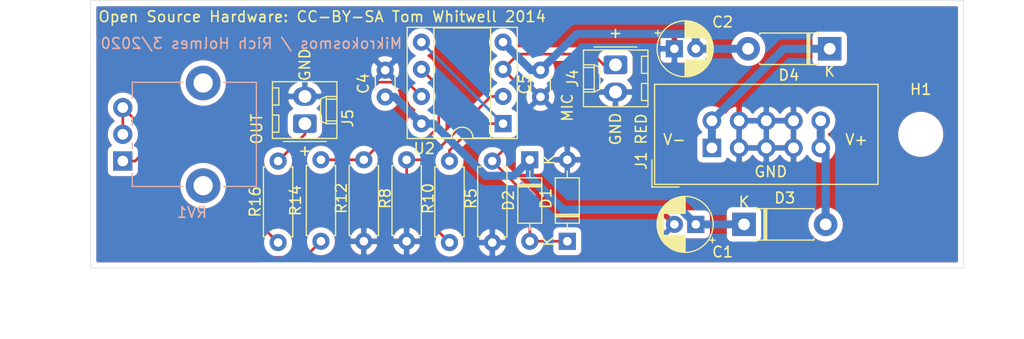
<source format=kicad_pcb>
(kicad_pcb (version 20171130) (host pcbnew 5.1.5-52549c5~84~ubuntu18.04.1)

  (general
    (thickness 1.6)
    (drawings 20)
    (tracks 73)
    (zones 0)
    (modules 20)
    (nets 13)
  )

  (page A4)
  (layers
    (0 F.Cu signal)
    (31 B.Cu signal)
    (32 B.Adhes user)
    (33 F.Adhes user)
    (34 B.Paste user)
    (35 F.Paste user)
    (36 B.SilkS user)
    (37 F.SilkS user)
    (38 B.Mask user)
    (39 F.Mask user)
    (40 Dwgs.User user)
    (41 Cmts.User user)
    (42 Eco1.User user)
    (43 Eco2.User user)
    (44 Edge.Cuts user)
    (45 Margin user)
    (46 B.CrtYd user)
    (47 F.CrtYd user)
    (48 B.Fab user)
    (49 F.Fab user)
  )

  (setup
    (last_trace_width 0.25)
    (user_trace_width 0.75)
    (trace_clearance 0.2)
    (zone_clearance 0.508)
    (zone_45_only no)
    (trace_min 0.2)
    (via_size 0.8)
    (via_drill 0.4)
    (via_min_size 0.4)
    (via_min_drill 0.3)
    (uvia_size 0.3)
    (uvia_drill 0.1)
    (uvias_allowed no)
    (uvia_min_size 0.2)
    (uvia_min_drill 0.1)
    (edge_width 0.05)
    (segment_width 0.2)
    (pcb_text_width 0.3)
    (pcb_text_size 1.5 1.5)
    (mod_edge_width 0.12)
    (mod_text_size 1 1)
    (mod_text_width 0.15)
    (pad_size 1.524 1.524)
    (pad_drill 0.762)
    (pad_to_mask_clearance 0.051)
    (solder_mask_min_width 0.25)
    (aux_axis_origin 0 0)
    (visible_elements FFFFFF7F)
    (pcbplotparams
      (layerselection 0x010fc_ffffffff)
      (usegerberextensions false)
      (usegerberattributes false)
      (usegerberadvancedattributes false)
      (creategerberjobfile false)
      (excludeedgelayer true)
      (linewidth 0.100000)
      (plotframeref false)
      (viasonmask false)
      (mode 1)
      (useauxorigin false)
      (hpglpennumber 1)
      (hpglpenspeed 20)
      (hpglpendiameter 15.000000)
      (psnegative false)
      (psa4output false)
      (plotreference true)
      (plotvalue true)
      (plotinvisibletext false)
      (padsonsilk false)
      (subtractmaskfromsilk false)
      (outputformat 1)
      (mirror false)
      (drillshape 0)
      (scaleselection 1)
      (outputdirectory "Gerbers/"))
  )

  (net 0 "")
  (net 1 GND)
  (net 2 +12V)
  (net 3 -12V)
  (net 4 "Net-(D3-Pad2)")
  (net 5 "Net-(R10-Pad2)")
  (net 6 "Net-(R10-Pad1)")
  (net 7 "Net-(R12-Pad1)")
  (net 8 "Net-(R14-Pad1)")
  (net 9 "Net-(R16-Pad2)")
  (net 10 "Net-(J5-Pad1)")
  (net 11 /MIC+)
  (net 12 "Net-(D4-Pad1)")

  (net_class Default "This is the default net class."
    (clearance 0.2)
    (trace_width 0.25)
    (via_dia 0.8)
    (via_drill 0.4)
    (uvia_dia 0.3)
    (uvia_drill 0.1)
    (add_net +12V)
    (add_net -12V)
    (add_net /MIC+)
    (add_net GND)
    (add_net "Net-(D3-Pad2)")
    (add_net "Net-(D4-Pad1)")
    (add_net "Net-(J5-Pad1)")
    (add_net "Net-(R10-Pad1)")
    (add_net "Net-(R10-Pad2)")
    (add_net "Net-(R12-Pad1)")
    (add_net "Net-(R14-Pad1)")
    (add_net "Net-(R16-Pad2)")
  )

  (module Connector_Molex:Molex_KK-254_AE-6410-02A_1x02_P2.54mm_Vertical (layer F.Cu) (tedit 5B78013E) (tstamp 5E73A04B)
    (at 127.5 111.5 90)
    (descr "Molex KK-254 Interconnect System, old/engineering part number: AE-6410-02A example for new part number: 22-27-2021, 2 Pins (http://www.molex.com/pdm_docs/sd/022272021_sd.pdf), generated with kicad-footprint-generator")
    (tags "connector Molex KK-254 side entry")
    (path /5E7CACB8)
    (fp_text reference J5 (at 0.5 4 90) (layer F.SilkS)
      (effects (font (size 1 1) (thickness 0.15)))
    )
    (fp_text value "Molex 2 pin" (at 1.27 4.08 90) (layer F.Fab)
      (effects (font (size 1 1) (thickness 0.15)))
    )
    (fp_text user %R (at 1.27 -2.22 90) (layer F.Fab)
      (effects (font (size 1 1) (thickness 0.15)))
    )
    (fp_line (start 4.31 -3.42) (end -1.77 -3.42) (layer F.CrtYd) (width 0.05))
    (fp_line (start 4.31 3.38) (end 4.31 -3.42) (layer F.CrtYd) (width 0.05))
    (fp_line (start -1.77 3.38) (end 4.31 3.38) (layer F.CrtYd) (width 0.05))
    (fp_line (start -1.77 -3.42) (end -1.77 3.38) (layer F.CrtYd) (width 0.05))
    (fp_line (start 3.34 -2.43) (end 3.34 -3.03) (layer F.SilkS) (width 0.12))
    (fp_line (start 1.74 -2.43) (end 3.34 -2.43) (layer F.SilkS) (width 0.12))
    (fp_line (start 1.74 -3.03) (end 1.74 -2.43) (layer F.SilkS) (width 0.12))
    (fp_line (start 0.8 -2.43) (end 0.8 -3.03) (layer F.SilkS) (width 0.12))
    (fp_line (start -0.8 -2.43) (end 0.8 -2.43) (layer F.SilkS) (width 0.12))
    (fp_line (start -0.8 -3.03) (end -0.8 -2.43) (layer F.SilkS) (width 0.12))
    (fp_line (start 2.29 2.99) (end 2.29 1.99) (layer F.SilkS) (width 0.12))
    (fp_line (start 0.25 2.99) (end 0.25 1.99) (layer F.SilkS) (width 0.12))
    (fp_line (start 2.29 1.46) (end 2.54 1.99) (layer F.SilkS) (width 0.12))
    (fp_line (start 0.25 1.46) (end 2.29 1.46) (layer F.SilkS) (width 0.12))
    (fp_line (start 0 1.99) (end 0.25 1.46) (layer F.SilkS) (width 0.12))
    (fp_line (start 2.54 1.99) (end 2.54 2.99) (layer F.SilkS) (width 0.12))
    (fp_line (start 0 1.99) (end 2.54 1.99) (layer F.SilkS) (width 0.12))
    (fp_line (start 0 2.99) (end 0 1.99) (layer F.SilkS) (width 0.12))
    (fp_line (start -0.562893 0) (end -1.27 0.5) (layer F.Fab) (width 0.1))
    (fp_line (start -1.27 -0.5) (end -0.562893 0) (layer F.Fab) (width 0.1))
    (fp_line (start -1.67 -2) (end -1.67 2) (layer F.SilkS) (width 0.12))
    (fp_line (start 3.92 -3.03) (end -1.38 -3.03) (layer F.SilkS) (width 0.12))
    (fp_line (start 3.92 2.99) (end 3.92 -3.03) (layer F.SilkS) (width 0.12))
    (fp_line (start -1.38 2.99) (end 3.92 2.99) (layer F.SilkS) (width 0.12))
    (fp_line (start -1.38 -3.03) (end -1.38 2.99) (layer F.SilkS) (width 0.12))
    (fp_line (start 3.81 -2.92) (end -1.27 -2.92) (layer F.Fab) (width 0.1))
    (fp_line (start 3.81 2.88) (end 3.81 -2.92) (layer F.Fab) (width 0.1))
    (fp_line (start -1.27 2.88) (end 3.81 2.88) (layer F.Fab) (width 0.1))
    (fp_line (start -1.27 -2.92) (end -1.27 2.88) (layer F.Fab) (width 0.1))
    (pad 2 thru_hole oval (at 2.54 0 90) (size 1.74 2.2) (drill 1.2) (layers *.Cu *.Mask)
      (net 1 GND))
    (pad 1 thru_hole roundrect (at 0 0 90) (size 1.74 2.2) (drill 1.2) (layers *.Cu *.Mask) (roundrect_rratio 0.143678)
      (net 10 "Net-(J5-Pad1)"))
    (model ${KISYS3DMOD}/Connector_Molex.3dshapes/Molex_KK-254_AE-6410-02A_1x02_P2.54mm_Vertical.wrl
      (at (xyz 0 0 0))
      (scale (xyz 1 1 1))
      (rotate (xyz 0 0 0))
    )
  )

  (module Connector_Molex:Molex_KK-254_AE-6410-02A_1x02_P2.54mm_Vertical (layer F.Cu) (tedit 5B78013E) (tstamp 5E737C0C)
    (at 156.5 106 270)
    (descr "Molex KK-254 Interconnect System, old/engineering part number: AE-6410-02A example for new part number: 22-27-2021, 2 Pins (http://www.molex.com/pdm_docs/sd/022272021_sd.pdf), generated with kicad-footprint-generator")
    (tags "connector Molex KK-254 side entry")
    (path /5E750F67)
    (fp_text reference J4 (at 1.27 4 90) (layer F.SilkS)
      (effects (font (size 1 1) (thickness 0.15)))
    )
    (fp_text value "Molex 2 pin" (at 1.27 4.08 90) (layer F.Fab)
      (effects (font (size 1 1) (thickness 0.15)))
    )
    (fp_text user %R (at 1.27 -2.22 90) (layer F.Fab)
      (effects (font (size 1 1) (thickness 0.15)))
    )
    (fp_line (start 4.31 -3.42) (end -1.77 -3.42) (layer F.CrtYd) (width 0.05))
    (fp_line (start 4.31 3.38) (end 4.31 -3.42) (layer F.CrtYd) (width 0.05))
    (fp_line (start -1.77 3.38) (end 4.31 3.38) (layer F.CrtYd) (width 0.05))
    (fp_line (start -1.77 -3.42) (end -1.77 3.38) (layer F.CrtYd) (width 0.05))
    (fp_line (start 3.34 -2.43) (end 3.34 -3.03) (layer F.SilkS) (width 0.12))
    (fp_line (start 1.74 -2.43) (end 3.34 -2.43) (layer F.SilkS) (width 0.12))
    (fp_line (start 1.74 -3.03) (end 1.74 -2.43) (layer F.SilkS) (width 0.12))
    (fp_line (start 0.8 -2.43) (end 0.8 -3.03) (layer F.SilkS) (width 0.12))
    (fp_line (start -0.8 -2.43) (end 0.8 -2.43) (layer F.SilkS) (width 0.12))
    (fp_line (start -0.8 -3.03) (end -0.8 -2.43) (layer F.SilkS) (width 0.12))
    (fp_line (start 2.29 2.99) (end 2.29 1.99) (layer F.SilkS) (width 0.12))
    (fp_line (start 0.25 2.99) (end 0.25 1.99) (layer F.SilkS) (width 0.12))
    (fp_line (start 2.29 1.46) (end 2.54 1.99) (layer F.SilkS) (width 0.12))
    (fp_line (start 0.25 1.46) (end 2.29 1.46) (layer F.SilkS) (width 0.12))
    (fp_line (start 0 1.99) (end 0.25 1.46) (layer F.SilkS) (width 0.12))
    (fp_line (start 2.54 1.99) (end 2.54 2.99) (layer F.SilkS) (width 0.12))
    (fp_line (start 0 1.99) (end 2.54 1.99) (layer F.SilkS) (width 0.12))
    (fp_line (start 0 2.99) (end 0 1.99) (layer F.SilkS) (width 0.12))
    (fp_line (start -0.562893 0) (end -1.27 0.5) (layer F.Fab) (width 0.1))
    (fp_line (start -1.27 -0.5) (end -0.562893 0) (layer F.Fab) (width 0.1))
    (fp_line (start -1.67 -2) (end -1.67 2) (layer F.SilkS) (width 0.12))
    (fp_line (start 3.92 -3.03) (end -1.38 -3.03) (layer F.SilkS) (width 0.12))
    (fp_line (start 3.92 2.99) (end 3.92 -3.03) (layer F.SilkS) (width 0.12))
    (fp_line (start -1.38 2.99) (end 3.92 2.99) (layer F.SilkS) (width 0.12))
    (fp_line (start -1.38 -3.03) (end -1.38 2.99) (layer F.SilkS) (width 0.12))
    (fp_line (start 3.81 -2.92) (end -1.27 -2.92) (layer F.Fab) (width 0.1))
    (fp_line (start 3.81 2.88) (end 3.81 -2.92) (layer F.Fab) (width 0.1))
    (fp_line (start -1.27 2.88) (end 3.81 2.88) (layer F.Fab) (width 0.1))
    (fp_line (start -1.27 -2.92) (end -1.27 2.88) (layer F.Fab) (width 0.1))
    (pad 2 thru_hole oval (at 2.54 0 270) (size 1.74 2.2) (drill 1.2) (layers *.Cu *.Mask)
      (net 1 GND))
    (pad 1 thru_hole roundrect (at 0 0 270) (size 1.74 2.2) (drill 1.2) (layers *.Cu *.Mask) (roundrect_rratio 0.143678)
      (net 11 /MIC+))
    (model ${KISYS3DMOD}/Connector_Molex.3dshapes/Molex_KK-254_AE-6410-02A_1x02_P2.54mm_Vertical.wrl
      (at (xyz 0 0 0))
      (scale (xyz 1 1 1))
      (rotate (xyz 0 0 0))
    )
  )

  (module MountingHole:MountingHole_3.2mm_M3 (layer F.Cu) (tedit 56D1B4CB) (tstamp 5E8153CC)
    (at 185 112.5)
    (descr "Mounting Hole 3.2mm, no annular, M3")
    (tags "mounting hole 3.2mm no annular m3")
    (path /5E83820F)
    (attr virtual)
    (fp_text reference H1 (at 0 -4.2) (layer F.SilkS)
      (effects (font (size 1 1) (thickness 0.15)))
    )
    (fp_text value MountingHole (at 0 4.2) (layer F.Fab)
      (effects (font (size 1 1) (thickness 0.15)))
    )
    (fp_circle (center 0 0) (end 3.45 0) (layer F.CrtYd) (width 0.05))
    (fp_circle (center 0 0) (end 3.2 0) (layer Cmts.User) (width 0.15))
    (fp_text user %R (at 0.3 0) (layer F.Fab)
      (effects (font (size 1 1) (thickness 0.15)))
    )
    (pad 1 np_thru_hole circle (at 0 0) (size 3.2 3.2) (drill 3.2) (layers *.Cu *.Mask))
  )

  (module Diode_THT:D_DO-41_SOD81_P7.62mm_Horizontal (layer F.Cu) (tedit 5AE50CD5) (tstamp 5E8153C4)
    (at 176.5 104.5 180)
    (descr "Diode, DO-41_SOD81 series, Axial, Horizontal, pin pitch=7.62mm, , length*diameter=5.2*2.7mm^2, , http://www.diodes.com/_files/packages/DO-41%20(Plastic).pdf")
    (tags "Diode DO-41_SOD81 series Axial Horizontal pin pitch 7.62mm  length 5.2mm diameter 2.7mm")
    (path /5E82472D)
    (fp_text reference D4 (at 3.81 -2.47) (layer F.SilkS)
      (effects (font (size 1 1) (thickness 0.15)))
    )
    (fp_text value 1N5817 (at 3.81 2.47) (layer F.Fab)
      (effects (font (size 1 1) (thickness 0.15)))
    )
    (fp_text user K (at 0 -2.1) (layer F.SilkS)
      (effects (font (size 1 1) (thickness 0.15)))
    )
    (fp_text user K (at 0 -2.1) (layer F.Fab)
      (effects (font (size 1 1) (thickness 0.15)))
    )
    (fp_text user %R (at 4.2 0 180) (layer F.Fab)
      (effects (font (size 1 1) (thickness 0.15)))
    )
    (fp_line (start 8.97 -1.6) (end -1.35 -1.6) (layer F.CrtYd) (width 0.05))
    (fp_line (start 8.97 1.6) (end 8.97 -1.6) (layer F.CrtYd) (width 0.05))
    (fp_line (start -1.35 1.6) (end 8.97 1.6) (layer F.CrtYd) (width 0.05))
    (fp_line (start -1.35 -1.6) (end -1.35 1.6) (layer F.CrtYd) (width 0.05))
    (fp_line (start 1.87 -1.47) (end 1.87 1.47) (layer F.SilkS) (width 0.12))
    (fp_line (start 2.11 -1.47) (end 2.11 1.47) (layer F.SilkS) (width 0.12))
    (fp_line (start 1.99 -1.47) (end 1.99 1.47) (layer F.SilkS) (width 0.12))
    (fp_line (start 6.53 1.47) (end 6.53 1.34) (layer F.SilkS) (width 0.12))
    (fp_line (start 1.09 1.47) (end 6.53 1.47) (layer F.SilkS) (width 0.12))
    (fp_line (start 1.09 1.34) (end 1.09 1.47) (layer F.SilkS) (width 0.12))
    (fp_line (start 6.53 -1.47) (end 6.53 -1.34) (layer F.SilkS) (width 0.12))
    (fp_line (start 1.09 -1.47) (end 6.53 -1.47) (layer F.SilkS) (width 0.12))
    (fp_line (start 1.09 -1.34) (end 1.09 -1.47) (layer F.SilkS) (width 0.12))
    (fp_line (start 1.89 -1.35) (end 1.89 1.35) (layer F.Fab) (width 0.1))
    (fp_line (start 2.09 -1.35) (end 2.09 1.35) (layer F.Fab) (width 0.1))
    (fp_line (start 1.99 -1.35) (end 1.99 1.35) (layer F.Fab) (width 0.1))
    (fp_line (start 7.62 0) (end 6.41 0) (layer F.Fab) (width 0.1))
    (fp_line (start 0 0) (end 1.21 0) (layer F.Fab) (width 0.1))
    (fp_line (start 6.41 -1.35) (end 1.21 -1.35) (layer F.Fab) (width 0.1))
    (fp_line (start 6.41 1.35) (end 6.41 -1.35) (layer F.Fab) (width 0.1))
    (fp_line (start 1.21 1.35) (end 6.41 1.35) (layer F.Fab) (width 0.1))
    (fp_line (start 1.21 -1.35) (end 1.21 1.35) (layer F.Fab) (width 0.1))
    (pad 2 thru_hole oval (at 7.62 0 180) (size 2.2 2.2) (drill 1.1) (layers *.Cu *.Mask)
      (net 3 -12V))
    (pad 1 thru_hole rect (at 0 0 180) (size 2.2 2.2) (drill 1.1) (layers *.Cu *.Mask)
      (net 12 "Net-(D4-Pad1)"))
    (model ${KISYS3DMOD}/Diode_THT.3dshapes/D_DO-41_SOD81_P7.62mm_Horizontal.wrl
      (at (xyz 0 0 0))
      (scale (xyz 1 1 1))
      (rotate (xyz 0 0 0))
    )
  )

  (module Diode_THT:D_DO-41_SOD81_P7.62mm_Horizontal (layer F.Cu) (tedit 5AE50CD5) (tstamp 5E8153A5)
    (at 168.5 120.92)
    (descr "Diode, DO-41_SOD81 series, Axial, Horizontal, pin pitch=7.62mm, , length*diameter=5.2*2.7mm^2, , http://www.diodes.com/_files/packages/DO-41%20(Plastic).pdf")
    (tags "Diode DO-41_SOD81 series Axial Horizontal pin pitch 7.62mm  length 5.2mm diameter 2.7mm")
    (path /5E81E00D)
    (fp_text reference D3 (at 3.81 -2.47) (layer F.SilkS)
      (effects (font (size 1 1) (thickness 0.15)))
    )
    (fp_text value 1N5817 (at 3.81 2.47) (layer F.Fab)
      (effects (font (size 1 1) (thickness 0.15)))
    )
    (fp_text user K (at 0 -2.1) (layer F.SilkS)
      (effects (font (size 1 1) (thickness 0.15)))
    )
    (fp_text user K (at 0 -2.1) (layer F.Fab)
      (effects (font (size 1 1) (thickness 0.15)))
    )
    (fp_text user %R (at 4.2 0) (layer F.Fab)
      (effects (font (size 1 1) (thickness 0.15)))
    )
    (fp_line (start 8.97 -1.6) (end -1.35 -1.6) (layer F.CrtYd) (width 0.05))
    (fp_line (start 8.97 1.6) (end 8.97 -1.6) (layer F.CrtYd) (width 0.05))
    (fp_line (start -1.35 1.6) (end 8.97 1.6) (layer F.CrtYd) (width 0.05))
    (fp_line (start -1.35 -1.6) (end -1.35 1.6) (layer F.CrtYd) (width 0.05))
    (fp_line (start 1.87 -1.47) (end 1.87 1.47) (layer F.SilkS) (width 0.12))
    (fp_line (start 2.11 -1.47) (end 2.11 1.47) (layer F.SilkS) (width 0.12))
    (fp_line (start 1.99 -1.47) (end 1.99 1.47) (layer F.SilkS) (width 0.12))
    (fp_line (start 6.53 1.47) (end 6.53 1.34) (layer F.SilkS) (width 0.12))
    (fp_line (start 1.09 1.47) (end 6.53 1.47) (layer F.SilkS) (width 0.12))
    (fp_line (start 1.09 1.34) (end 1.09 1.47) (layer F.SilkS) (width 0.12))
    (fp_line (start 6.53 -1.47) (end 6.53 -1.34) (layer F.SilkS) (width 0.12))
    (fp_line (start 1.09 -1.47) (end 6.53 -1.47) (layer F.SilkS) (width 0.12))
    (fp_line (start 1.09 -1.34) (end 1.09 -1.47) (layer F.SilkS) (width 0.12))
    (fp_line (start 1.89 -1.35) (end 1.89 1.35) (layer F.Fab) (width 0.1))
    (fp_line (start 2.09 -1.35) (end 2.09 1.35) (layer F.Fab) (width 0.1))
    (fp_line (start 1.99 -1.35) (end 1.99 1.35) (layer F.Fab) (width 0.1))
    (fp_line (start 7.62 0) (end 6.41 0) (layer F.Fab) (width 0.1))
    (fp_line (start 0 0) (end 1.21 0) (layer F.Fab) (width 0.1))
    (fp_line (start 6.41 -1.35) (end 1.21 -1.35) (layer F.Fab) (width 0.1))
    (fp_line (start 6.41 1.35) (end 6.41 -1.35) (layer F.Fab) (width 0.1))
    (fp_line (start 1.21 1.35) (end 6.41 1.35) (layer F.Fab) (width 0.1))
    (fp_line (start 1.21 -1.35) (end 1.21 1.35) (layer F.Fab) (width 0.1))
    (pad 2 thru_hole oval (at 7.62 0) (size 2.2 2.2) (drill 1.1) (layers *.Cu *.Mask)
      (net 4 "Net-(D3-Pad2)"))
    (pad 1 thru_hole rect (at 0 0) (size 2.2 2.2) (drill 1.1) (layers *.Cu *.Mask)
      (net 2 +12V))
    (model ${KISYS3DMOD}/Diode_THT.3dshapes/D_DO-41_SOD81_P7.62mm_Horizontal.wrl
      (at (xyz 0 0 0))
      (scale (xyz 1 1 1))
      (rotate (xyz 0 0 0))
    )
  )

  (module Diode_THT:D_DO-35_SOD27_P7.62mm_Horizontal (layer F.Cu) (tedit 5AE50CD5) (tstamp 5E815386)
    (at 152 122.5 90)
    (descr "Diode, DO-35_SOD27 series, Axial, Horizontal, pin pitch=7.62mm, , length*diameter=4*2mm^2, , http://www.diodes.com/_files/packages/DO-35.pdf")
    (tags "Diode DO-35_SOD27 series Axial Horizontal pin pitch 7.62mm  length 4mm diameter 2mm")
    (path /5E826973)
    (fp_text reference D2 (at 3.81 -5.5 90) (layer F.SilkS)
      (effects (font (size 1 1) (thickness 0.15)))
    )
    (fp_text value 1N4148 (at 3.81 2.12 90) (layer F.Fab)
      (effects (font (size 1 1) (thickness 0.15)))
    )
    (fp_text user K (at 0 -1.8 90) (layer F.SilkS)
      (effects (font (size 1 1) (thickness 0.15)))
    )
    (fp_text user K (at 0 -1.8 90) (layer F.Fab)
      (effects (font (size 1 1) (thickness 0.15)))
    )
    (fp_text user %R (at 4.11 0 90) (layer F.Fab)
      (effects (font (size 0.8 0.8) (thickness 0.12)))
    )
    (fp_line (start 8.67 -1.25) (end -1.05 -1.25) (layer F.CrtYd) (width 0.05))
    (fp_line (start 8.67 1.25) (end 8.67 -1.25) (layer F.CrtYd) (width 0.05))
    (fp_line (start -1.05 1.25) (end 8.67 1.25) (layer F.CrtYd) (width 0.05))
    (fp_line (start -1.05 -1.25) (end -1.05 1.25) (layer F.CrtYd) (width 0.05))
    (fp_line (start 2.29 -1.12) (end 2.29 1.12) (layer F.SilkS) (width 0.12))
    (fp_line (start 2.53 -1.12) (end 2.53 1.12) (layer F.SilkS) (width 0.12))
    (fp_line (start 2.41 -1.12) (end 2.41 1.12) (layer F.SilkS) (width 0.12))
    (fp_line (start 6.58 0) (end 5.93 0) (layer F.SilkS) (width 0.12))
    (fp_line (start 1.04 0) (end 1.69 0) (layer F.SilkS) (width 0.12))
    (fp_line (start 5.93 -1.12) (end 1.69 -1.12) (layer F.SilkS) (width 0.12))
    (fp_line (start 5.93 1.12) (end 5.93 -1.12) (layer F.SilkS) (width 0.12))
    (fp_line (start 1.69 1.12) (end 5.93 1.12) (layer F.SilkS) (width 0.12))
    (fp_line (start 1.69 -1.12) (end 1.69 1.12) (layer F.SilkS) (width 0.12))
    (fp_line (start 2.31 -1) (end 2.31 1) (layer F.Fab) (width 0.1))
    (fp_line (start 2.51 -1) (end 2.51 1) (layer F.Fab) (width 0.1))
    (fp_line (start 2.41 -1) (end 2.41 1) (layer F.Fab) (width 0.1))
    (fp_line (start 7.62 0) (end 5.81 0) (layer F.Fab) (width 0.1))
    (fp_line (start 0 0) (end 1.81 0) (layer F.Fab) (width 0.1))
    (fp_line (start 5.81 -1) (end 1.81 -1) (layer F.Fab) (width 0.1))
    (fp_line (start 5.81 1) (end 5.81 -1) (layer F.Fab) (width 0.1))
    (fp_line (start 1.81 1) (end 5.81 1) (layer F.Fab) (width 0.1))
    (fp_line (start 1.81 -1) (end 1.81 1) (layer F.Fab) (width 0.1))
    (pad 2 thru_hole oval (at 7.62 0 90) (size 1.6 1.6) (drill 0.8) (layers *.Cu *.Mask)
      (net 1 GND))
    (pad 1 thru_hole rect (at 0 0 90) (size 1.6 1.6) (drill 0.8) (layers *.Cu *.Mask)
      (net 11 /MIC+))
    (model ${KISYS3DMOD}/Diode_THT.3dshapes/D_DO-35_SOD27_P7.62mm_Horizontal.wrl
      (at (xyz 0 0 0))
      (scale (xyz 1 1 1))
      (rotate (xyz 0 0 0))
    )
  )

  (module Diode_THT:D_DO-35_SOD27_P7.62mm_Horizontal (layer F.Cu) (tedit 5AE50CD5) (tstamp 5E815367)
    (at 148.5 114.88 270)
    (descr "Diode, DO-35_SOD27 series, Axial, Horizontal, pin pitch=7.62mm, , length*diameter=4*2mm^2, , http://www.diodes.com/_files/packages/DO-35.pdf")
    (tags "Diode DO-35_SOD27 series Axial Horizontal pin pitch 7.62mm  length 4mm diameter 2mm")
    (path /5E825BFB)
    (fp_text reference D1 (at 3.62 -1.5 90) (layer F.SilkS)
      (effects (font (size 1 1) (thickness 0.15)))
    )
    (fp_text value 1N4148 (at 3.81 2.12 90) (layer F.Fab)
      (effects (font (size 1 1) (thickness 0.15)))
    )
    (fp_text user K (at 0 -1.8 90) (layer F.SilkS)
      (effects (font (size 1 1) (thickness 0.15)))
    )
    (fp_text user K (at 0 -1.8 90) (layer F.Fab)
      (effects (font (size 1 1) (thickness 0.15)))
    )
    (fp_text user %R (at 4.11 0 90) (layer F.Fab)
      (effects (font (size 0.8 0.8) (thickness 0.12)))
    )
    (fp_line (start 8.67 -1.25) (end -1.05 -1.25) (layer F.CrtYd) (width 0.05))
    (fp_line (start 8.67 1.25) (end 8.67 -1.25) (layer F.CrtYd) (width 0.05))
    (fp_line (start -1.05 1.25) (end 8.67 1.25) (layer F.CrtYd) (width 0.05))
    (fp_line (start -1.05 -1.25) (end -1.05 1.25) (layer F.CrtYd) (width 0.05))
    (fp_line (start 2.29 -1.12) (end 2.29 1.12) (layer F.SilkS) (width 0.12))
    (fp_line (start 2.53 -1.12) (end 2.53 1.12) (layer F.SilkS) (width 0.12))
    (fp_line (start 2.41 -1.12) (end 2.41 1.12) (layer F.SilkS) (width 0.12))
    (fp_line (start 6.58 0) (end 5.93 0) (layer F.SilkS) (width 0.12))
    (fp_line (start 1.04 0) (end 1.69 0) (layer F.SilkS) (width 0.12))
    (fp_line (start 5.93 -1.12) (end 1.69 -1.12) (layer F.SilkS) (width 0.12))
    (fp_line (start 5.93 1.12) (end 5.93 -1.12) (layer F.SilkS) (width 0.12))
    (fp_line (start 1.69 1.12) (end 5.93 1.12) (layer F.SilkS) (width 0.12))
    (fp_line (start 1.69 -1.12) (end 1.69 1.12) (layer F.SilkS) (width 0.12))
    (fp_line (start 2.31 -1) (end 2.31 1) (layer F.Fab) (width 0.1))
    (fp_line (start 2.51 -1) (end 2.51 1) (layer F.Fab) (width 0.1))
    (fp_line (start 2.41 -1) (end 2.41 1) (layer F.Fab) (width 0.1))
    (fp_line (start 7.62 0) (end 5.81 0) (layer F.Fab) (width 0.1))
    (fp_line (start 0 0) (end 1.81 0) (layer F.Fab) (width 0.1))
    (fp_line (start 5.81 -1) (end 1.81 -1) (layer F.Fab) (width 0.1))
    (fp_line (start 5.81 1) (end 5.81 -1) (layer F.Fab) (width 0.1))
    (fp_line (start 1.81 1) (end 5.81 1) (layer F.Fab) (width 0.1))
    (fp_line (start 1.81 -1) (end 1.81 1) (layer F.Fab) (width 0.1))
    (pad 2 thru_hole oval (at 7.62 0 270) (size 1.6 1.6) (drill 0.8) (layers *.Cu *.Mask)
      (net 11 /MIC+))
    (pad 1 thru_hole rect (at 0 0 270) (size 1.6 1.6) (drill 0.8) (layers *.Cu *.Mask)
      (net 2 +12V))
    (model ${KISYS3DMOD}/Diode_THT.3dshapes/D_DO-35_SOD27_P7.62mm_Horizontal.wrl
      (at (xyz 0 0 0))
      (scale (xyz 1 1 1))
      (rotate (xyz 0 0 0))
    )
  )

  (module EurorackRSH:Eurorack_Power_Header_Shrouded (layer F.Cu) (tedit 5E5AEF31) (tstamp 5E73601A)
    (at 165.5 113.77 90)
    (descr "Through hole straight IDC box header, 2x05, 2.54mm pitch, double rows")
    (tags "Through hole IDC box header THT 2x05 2.54mm double row")
    (path /5E73F98D)
    (fp_text reference J1 (at -1.2 -6.6 90) (layer F.SilkS)
      (effects (font (size 1 1) (thickness 0.15)))
    )
    (fp_text value EURO_PWR_2x5 (at 1.27 16.764 90) (layer F.Fab)
      (effects (font (size 1 1) (thickness 0.15)))
    )
    (fp_text user %R (at 1.27 5.08 90) (layer F.Fab)
      (effects (font (size 1 1) (thickness 0.15)))
    )
    (fp_line (start 5.695 -5.1) (end 5.695 15.26) (layer F.Fab) (width 0.1))
    (fp_line (start 5.145 -4.56) (end 5.145 14.7) (layer F.Fab) (width 0.1))
    (fp_line (start -3.155 -5.1) (end -3.155 15.26) (layer F.Fab) (width 0.1))
    (fp_line (start -2.605 -4.56) (end -2.605 2.83) (layer F.Fab) (width 0.1))
    (fp_line (start -2.605 7.33) (end -2.605 14.7) (layer F.Fab) (width 0.1))
    (fp_line (start -2.605 2.83) (end -3.155 2.83) (layer F.Fab) (width 0.1))
    (fp_line (start -2.605 7.33) (end -3.155 7.33) (layer F.Fab) (width 0.1))
    (fp_line (start 5.695 -5.1) (end -3.155 -5.1) (layer F.Fab) (width 0.1))
    (fp_line (start 5.145 -4.56) (end -2.605 -4.56) (layer F.Fab) (width 0.1))
    (fp_line (start 5.695 15.26) (end -3.155 15.26) (layer F.Fab) (width 0.1))
    (fp_line (start 5.145 14.7) (end -2.605 14.7) (layer F.Fab) (width 0.1))
    (fp_line (start 5.695 -5.1) (end 5.145 -4.56) (layer F.Fab) (width 0.1))
    (fp_line (start 5.695 15.26) (end 5.145 14.7) (layer F.Fab) (width 0.1))
    (fp_line (start -3.155 -5.1) (end -2.605 -4.56) (layer F.Fab) (width 0.1))
    (fp_line (start -3.155 15.26) (end -2.605 14.7) (layer F.Fab) (width 0.1))
    (fp_line (start 5.95 -5.35) (end 5.95 15.51) (layer F.CrtYd) (width 0.05))
    (fp_line (start 5.95 15.51) (end -3.41 15.51) (layer F.CrtYd) (width 0.05))
    (fp_line (start -3.41 15.51) (end -3.41 -5.35) (layer F.CrtYd) (width 0.05))
    (fp_line (start -3.41 -5.35) (end 5.95 -5.35) (layer F.CrtYd) (width 0.05))
    (fp_line (start 5.945 -5.35) (end 5.945 15.51) (layer F.SilkS) (width 0.12))
    (fp_line (start 5.945 15.51) (end -3.405 15.51) (layer F.SilkS) (width 0.12))
    (fp_line (start -3.405 15.51) (end -3.405 -5.35) (layer F.SilkS) (width 0.12))
    (fp_line (start -3.405 -5.35) (end 5.945 -5.35) (layer F.SilkS) (width 0.12))
    (fp_line (start -3.655 -5.6) (end -3.655 -3.06) (layer F.SilkS) (width 0.12))
    (fp_line (start -3.655 -5.6) (end -1.115 -5.6) (layer F.SilkS) (width 0.12))
    (fp_text user RED (at 1.77 -6.6 90) (layer F.SilkS)
      (effects (font (size 1 1) (thickness 0.15)))
    )
    (pad 1 thru_hole rect (at 0 0 90) (size 1.7272 1.7272) (drill 1.016) (layers *.Cu *.Mask)
      (net 12 "Net-(D4-Pad1)"))
    (pad 2 thru_hole oval (at 2.54 0 90) (size 1.7272 1.7272) (drill 1.016) (layers *.Cu *.Mask)
      (net 12 "Net-(D4-Pad1)"))
    (pad 3 thru_hole oval (at 0 2.54 90) (size 1.7272 1.7272) (drill 1.016) (layers *.Cu *.Mask)
      (net 1 GND))
    (pad 4 thru_hole oval (at 2.54 2.54 90) (size 1.7272 1.7272) (drill 1.016) (layers *.Cu *.Mask)
      (net 1 GND))
    (pad 5 thru_hole oval (at 0 5.08 90) (size 1.7272 1.7272) (drill 1.016) (layers *.Cu *.Mask)
      (net 1 GND))
    (pad 6 thru_hole oval (at 2.54 5.08 90) (size 1.7272 1.7272) (drill 1.016) (layers *.Cu *.Mask)
      (net 1 GND))
    (pad 7 thru_hole oval (at 0 7.62 90) (size 1.7272 1.7272) (drill 1.016) (layers *.Cu *.Mask)
      (net 1 GND))
    (pad 8 thru_hole oval (at 2.54 7.62 90) (size 1.7272 1.7272) (drill 1.016) (layers *.Cu *.Mask)
      (net 1 GND))
    (pad 9 thru_hole oval (at 0 10.16 90) (size 1.7272 1.7272) (drill 1.016) (layers *.Cu *.Mask)
      (net 4 "Net-(D3-Pad2)"))
    (pad 10 thru_hole oval (at 2.54 10.16 90) (size 1.7272 1.7272) (drill 1.016) (layers *.Cu *.Mask)
      (net 4 "Net-(D3-Pad2)"))
    (model ${KISYS3DMOD}/Connector_IDC.3dshapes/IDC-Header_2x05_P2.54mm_Vertical.wrl
      (at (xyz 0 0 0))
      (scale (xyz 1 1 1))
      (rotate (xyz 0 0 0))
    )
  )

  (module Potentiometer_THT:Potentiometer_Alpha_RD901F-40-00D_Single_Vertical_CircularHoles (layer B.Cu) (tedit 5C6C6C48) (tstamp 5E735A2C)
    (at 110.5 115)
    (descr "Potentiometer, vertical, 9mm, single, http://www.taiwanalpha.com.tw/downloads?target=products&id=113")
    (tags "potentiometer vertical 9mm single")
    (path /5E745866)
    (fp_text reference RV1 (at 6.45 4.8 -180) (layer B.SilkS)
      (effects (font (size 1 1) (thickness 0.15)) (justify mirror))
    )
    (fp_text value 50k (at 0 -10.11 -180) (layer B.Fab)
      (effects (font (size 1 1) (thickness 0.15)) (justify mirror))
    )
    (fp_line (start 0.88 -4.16) (end 0.88 -3.33) (layer B.SilkS) (width 0.12))
    (fp_line (start 0.88 -1.71) (end 0.88 -1.18) (layer B.SilkS) (width 0.12))
    (fp_line (start 0.88 1.19) (end 0.88 2.37) (layer B.SilkS) (width 0.12))
    (fp_line (start 0.88 -7.37) (end 5.6 -7.37) (layer B.SilkS) (width 0.12))
    (fp_line (start 9.41 2.37) (end 12.47 2.37) (layer B.SilkS) (width 0.12))
    (fp_line (start 1 -7.25) (end 12.35 -7.25) (layer B.Fab) (width 0.1))
    (fp_line (start 1 2.25) (end 12.35 2.25) (layer B.Fab) (width 0.1))
    (fp_line (start 12.35 -7.25) (end 12.35 2.25) (layer B.Fab) (width 0.1))
    (fp_line (start 1 -7.25) (end 1 2.25) (layer B.Fab) (width 0.1))
    (fp_circle (center 7.5 -2.5) (end 7.5 1) (layer B.Fab) (width 0.1))
    (fp_line (start 0.88 2.38) (end 5.6 2.38) (layer B.SilkS) (width 0.12))
    (fp_line (start 9.41 -7.37) (end 12.47 -7.37) (layer B.SilkS) (width 0.12))
    (fp_line (start 0.88 -7.37) (end 0.88 -5.88) (layer B.SilkS) (width 0.12))
    (fp_line (start 12.47 -7.37) (end 12.47 2.37) (layer B.SilkS) (width 0.12))
    (fp_line (start 12.6 -9.17) (end 12.6 4.17) (layer B.CrtYd) (width 0.05))
    (fp_line (start 12.6 4.17) (end -1.15 4.17) (layer B.CrtYd) (width 0.05))
    (fp_line (start -1.15 4.17) (end -1.15 -9.17) (layer B.CrtYd) (width 0.05))
    (fp_line (start -1.15 -9.17) (end 12.6 -9.17) (layer B.CrtYd) (width 0.05))
    (fp_text user %R (at 7.62 -2.54) (layer B.Fab)
      (effects (font (size 1 1) (thickness 0.15)) (justify mirror))
    )
    (pad "" thru_hole circle (at 7.5 2.3 270) (size 3.24 3.24) (drill 1.8) (layers *.Cu *.Mask))
    (pad "" thru_hole circle (at 7.5 -7.3 270) (size 3.24 3.24) (drill 1.8) (layers *.Cu *.Mask))
    (pad 3 thru_hole circle (at 0 -5 270) (size 1.8 1.8) (drill 1) (layers *.Cu *.Mask)
      (net 9 "Net-(R16-Pad2)"))
    (pad 2 thru_hole circle (at 0 -2.5 270) (size 1.8 1.8) (drill 1) (layers *.Cu *.Mask)
      (net 9 "Net-(R16-Pad2)"))
    (pad 1 thru_hole rect (at 0 0 270) (size 1.8 1.8) (drill 1) (layers *.Cu *.Mask)
      (net 8 "Net-(R14-Pad1)"))
    (model ${KISYS3DMOD}/Potentiometer_THT.3dshapes/Potentiometer_Alpha_RD901F-40-00D_Single_Vertical.wrl
      (at (xyz 0 0 0))
      (scale (xyz 1 1 1))
      (rotate (xyz 0 0 0))
    )
  )

  (module Package_DIP:DIP-8_W7.62mm_Socket (layer F.Cu) (tedit 5A02E8C5) (tstamp 5E735A50)
    (at 146 111.5 180)
    (descr "8-lead though-hole mounted DIP package, row spacing 7.62 mm (300 mils), Socket")
    (tags "THT DIP DIL PDIP 2.54mm 7.62mm 300mil Socket")
    (path /5E736C61)
    (fp_text reference U2 (at 7.35 -2.33) (layer F.SilkS)
      (effects (font (size 1 1) (thickness 0.15)))
    )
    (fp_text value TL072 (at 3.81 9.95) (layer F.Fab)
      (effects (font (size 1 1) (thickness 0.15)))
    )
    (fp_text user %R (at 3.81 3.81) (layer F.Fab)
      (effects (font (size 1 1) (thickness 0.15)))
    )
    (fp_line (start 9.15 -1.6) (end -1.55 -1.6) (layer F.CrtYd) (width 0.05))
    (fp_line (start 9.15 9.2) (end 9.15 -1.6) (layer F.CrtYd) (width 0.05))
    (fp_line (start -1.55 9.2) (end 9.15 9.2) (layer F.CrtYd) (width 0.05))
    (fp_line (start -1.55 -1.6) (end -1.55 9.2) (layer F.CrtYd) (width 0.05))
    (fp_line (start 8.95 -1.39) (end -1.33 -1.39) (layer F.SilkS) (width 0.12))
    (fp_line (start 8.95 9.01) (end 8.95 -1.39) (layer F.SilkS) (width 0.12))
    (fp_line (start -1.33 9.01) (end 8.95 9.01) (layer F.SilkS) (width 0.12))
    (fp_line (start -1.33 -1.39) (end -1.33 9.01) (layer F.SilkS) (width 0.12))
    (fp_line (start 6.46 -1.33) (end 4.81 -1.33) (layer F.SilkS) (width 0.12))
    (fp_line (start 6.46 8.95) (end 6.46 -1.33) (layer F.SilkS) (width 0.12))
    (fp_line (start 1.16 8.95) (end 6.46 8.95) (layer F.SilkS) (width 0.12))
    (fp_line (start 1.16 -1.33) (end 1.16 8.95) (layer F.SilkS) (width 0.12))
    (fp_line (start 2.81 -1.33) (end 1.16 -1.33) (layer F.SilkS) (width 0.12))
    (fp_line (start 8.89 -1.33) (end -1.27 -1.33) (layer F.Fab) (width 0.1))
    (fp_line (start 8.89 8.95) (end 8.89 -1.33) (layer F.Fab) (width 0.1))
    (fp_line (start -1.27 8.95) (end 8.89 8.95) (layer F.Fab) (width 0.1))
    (fp_line (start -1.27 -1.33) (end -1.27 8.95) (layer F.Fab) (width 0.1))
    (fp_line (start 0.635 -0.27) (end 1.635 -1.27) (layer F.Fab) (width 0.1))
    (fp_line (start 0.635 8.89) (end 0.635 -0.27) (layer F.Fab) (width 0.1))
    (fp_line (start 6.985 8.89) (end 0.635 8.89) (layer F.Fab) (width 0.1))
    (fp_line (start 6.985 -1.27) (end 6.985 8.89) (layer F.Fab) (width 0.1))
    (fp_line (start 1.635 -1.27) (end 6.985 -1.27) (layer F.Fab) (width 0.1))
    (fp_arc (start 3.81 -1.33) (end 2.81 -1.33) (angle -180) (layer F.SilkS) (width 0.12))
    (pad 8 thru_hole oval (at 7.62 0 180) (size 1.6 1.6) (drill 0.8) (layers *.Cu *.Mask)
      (net 2 +12V))
    (pad 4 thru_hole oval (at 0 7.62 180) (size 1.6 1.6) (drill 0.8) (layers *.Cu *.Mask)
      (net 3 -12V))
    (pad 7 thru_hole oval (at 7.62 2.54 180) (size 1.6 1.6) (drill 0.8) (layers *.Cu *.Mask)
      (net 9 "Net-(R16-Pad2)"))
    (pad 3 thru_hole oval (at 0 5.08 180) (size 1.6 1.6) (drill 0.8) (layers *.Cu *.Mask)
      (net 11 /MIC+))
    (pad 6 thru_hole oval (at 7.62 5.08 180) (size 1.6 1.6) (drill 0.8) (layers *.Cu *.Mask)
      (net 7 "Net-(R12-Pad1)"))
    (pad 2 thru_hole oval (at 0 2.54 180) (size 1.6 1.6) (drill 0.8) (layers *.Cu *.Mask)
      (net 5 "Net-(R10-Pad2)"))
    (pad 5 thru_hole oval (at 7.62 7.62 180) (size 1.6 1.6) (drill 0.8) (layers *.Cu *.Mask)
      (net 6 "Net-(R10-Pad1)"))
    (pad 1 thru_hole rect (at 0 0 180) (size 1.6 1.6) (drill 0.8) (layers *.Cu *.Mask)
      (net 6 "Net-(R10-Pad1)"))
    (model ${KISYS3DMOD}/Package_DIP.3dshapes/DIP-8_W7.62mm_Socket.wrl
      (at (xyz 0 0 0))
      (scale (xyz 1 1 1))
      (rotate (xyz 0 0 0))
    )
  )

  (module Resistor_THT:R_Axial_DIN0207_L6.3mm_D2.5mm_P7.62mm_Horizontal (layer F.Cu) (tedit 5AE5139B) (tstamp 5E735A10)
    (at 125 115 270)
    (descr "Resistor, Axial_DIN0207 series, Axial, Horizontal, pin pitch=7.62mm, 0.25W = 1/4W, length*diameter=6.3*2.5mm^2, http://cdn-reichelt.de/documents/datenblatt/B400/1_4W%23YAG.pdf")
    (tags "Resistor Axial_DIN0207 series Axial Horizontal pin pitch 7.62mm 0.25W = 1/4W length 6.3mm diameter 2.5mm")
    (path /5E746179)
    (fp_text reference R16 (at 3.81 2.15 90) (layer F.SilkS)
      (effects (font (size 1 1) (thickness 0.15)))
    )
    (fp_text value 220R (at 3.81 2.37 90) (layer F.Fab)
      (effects (font (size 1 1) (thickness 0.15)))
    )
    (fp_text user %R (at 3.81 0 90) (layer F.Fab)
      (effects (font (size 1 1) (thickness 0.15)))
    )
    (fp_line (start 8.67 -1.5) (end -1.05 -1.5) (layer F.CrtYd) (width 0.05))
    (fp_line (start 8.67 1.5) (end 8.67 -1.5) (layer F.CrtYd) (width 0.05))
    (fp_line (start -1.05 1.5) (end 8.67 1.5) (layer F.CrtYd) (width 0.05))
    (fp_line (start -1.05 -1.5) (end -1.05 1.5) (layer F.CrtYd) (width 0.05))
    (fp_line (start 7.08 1.37) (end 7.08 1.04) (layer F.SilkS) (width 0.12))
    (fp_line (start 0.54 1.37) (end 7.08 1.37) (layer F.SilkS) (width 0.12))
    (fp_line (start 0.54 1.04) (end 0.54 1.37) (layer F.SilkS) (width 0.12))
    (fp_line (start 7.08 -1.37) (end 7.08 -1.04) (layer F.SilkS) (width 0.12))
    (fp_line (start 0.54 -1.37) (end 7.08 -1.37) (layer F.SilkS) (width 0.12))
    (fp_line (start 0.54 -1.04) (end 0.54 -1.37) (layer F.SilkS) (width 0.12))
    (fp_line (start 7.62 0) (end 6.96 0) (layer F.Fab) (width 0.1))
    (fp_line (start 0 0) (end 0.66 0) (layer F.Fab) (width 0.1))
    (fp_line (start 6.96 -1.25) (end 0.66 -1.25) (layer F.Fab) (width 0.1))
    (fp_line (start 6.96 1.25) (end 6.96 -1.25) (layer F.Fab) (width 0.1))
    (fp_line (start 0.66 1.25) (end 6.96 1.25) (layer F.Fab) (width 0.1))
    (fp_line (start 0.66 -1.25) (end 0.66 1.25) (layer F.Fab) (width 0.1))
    (pad 2 thru_hole oval (at 7.62 0 270) (size 1.6 1.6) (drill 0.8) (layers *.Cu *.Mask)
      (net 9 "Net-(R16-Pad2)"))
    (pad 1 thru_hole circle (at 0 0 270) (size 1.6 1.6) (drill 0.8) (layers *.Cu *.Mask)
      (net 10 "Net-(J5-Pad1)"))
    (model ${KISYS3DMOD}/Resistor_THT.3dshapes/R_Axial_DIN0207_L6.3mm_D2.5mm_P7.62mm_Horizontal.wrl
      (at (xyz 0 0 0))
      (scale (xyz 1 1 1))
      (rotate (xyz 0 0 0))
    )
  )

  (module Resistor_THT:R_Axial_DIN0207_L6.3mm_D2.5mm_P7.62mm_Horizontal (layer F.Cu) (tedit 5AE5139B) (tstamp 5E7359F9)
    (at 129 122.5 90)
    (descr "Resistor, Axial_DIN0207 series, Axial, Horizontal, pin pitch=7.62mm, 0.25W = 1/4W, length*diameter=6.3*2.5mm^2, http://cdn-reichelt.de/documents/datenblatt/B400/1_4W%23YAG.pdf")
    (tags "Resistor Axial_DIN0207 series Axial Horizontal pin pitch 7.62mm 0.25W = 1/4W length 6.3mm diameter 2.5mm")
    (path /5E73E5C6)
    (fp_text reference R14 (at 3.81 -2.37 90) (layer F.SilkS)
      (effects (font (size 1 1) (thickness 0.15)))
    )
    (fp_text value 2.2k (at 3.81 2.37 90) (layer F.Fab)
      (effects (font (size 1 1) (thickness 0.15)))
    )
    (fp_text user %R (at 3.65 0.12 90) (layer F.Fab)
      (effects (font (size 1 1) (thickness 0.15)))
    )
    (fp_line (start 8.67 -1.5) (end -1.05 -1.5) (layer F.CrtYd) (width 0.05))
    (fp_line (start 8.67 1.5) (end 8.67 -1.5) (layer F.CrtYd) (width 0.05))
    (fp_line (start -1.05 1.5) (end 8.67 1.5) (layer F.CrtYd) (width 0.05))
    (fp_line (start -1.05 -1.5) (end -1.05 1.5) (layer F.CrtYd) (width 0.05))
    (fp_line (start 7.08 1.37) (end 7.08 1.04) (layer F.SilkS) (width 0.12))
    (fp_line (start 0.54 1.37) (end 7.08 1.37) (layer F.SilkS) (width 0.12))
    (fp_line (start 0.54 1.04) (end 0.54 1.37) (layer F.SilkS) (width 0.12))
    (fp_line (start 7.08 -1.37) (end 7.08 -1.04) (layer F.SilkS) (width 0.12))
    (fp_line (start 0.54 -1.37) (end 7.08 -1.37) (layer F.SilkS) (width 0.12))
    (fp_line (start 0.54 -1.04) (end 0.54 -1.37) (layer F.SilkS) (width 0.12))
    (fp_line (start 7.62 0) (end 6.96 0) (layer F.Fab) (width 0.1))
    (fp_line (start 0 0) (end 0.66 0) (layer F.Fab) (width 0.1))
    (fp_line (start 6.96 -1.25) (end 0.66 -1.25) (layer F.Fab) (width 0.1))
    (fp_line (start 6.96 1.25) (end 6.96 -1.25) (layer F.Fab) (width 0.1))
    (fp_line (start 0.66 1.25) (end 6.96 1.25) (layer F.Fab) (width 0.1))
    (fp_line (start 0.66 -1.25) (end 0.66 1.25) (layer F.Fab) (width 0.1))
    (pad 2 thru_hole oval (at 7.62 0 90) (size 1.6 1.6) (drill 0.8) (layers *.Cu *.Mask)
      (net 7 "Net-(R12-Pad1)"))
    (pad 1 thru_hole circle (at 0 0 90) (size 1.6 1.6) (drill 0.8) (layers *.Cu *.Mask)
      (net 8 "Net-(R14-Pad1)"))
    (model ${KISYS3DMOD}/Resistor_THT.3dshapes/R_Axial_DIN0207_L6.3mm_D2.5mm_P7.62mm_Horizontal.wrl
      (at (xyz 0 0 0))
      (scale (xyz 1 1 1))
      (rotate (xyz 0 0 0))
    )
  )

  (module Resistor_THT:R_Axial_DIN0207_L6.3mm_D2.5mm_P7.62mm_Horizontal (layer F.Cu) (tedit 5AE5139B) (tstamp 5E7359E2)
    (at 133 114.88 270)
    (descr "Resistor, Axial_DIN0207 series, Axial, Horizontal, pin pitch=7.62mm, 0.25W = 1/4W, length*diameter=6.3*2.5mm^2, http://cdn-reichelt.de/documents/datenblatt/B400/1_4W%23YAG.pdf")
    (tags "Resistor Axial_DIN0207 series Axial Horizontal pin pitch 7.62mm 0.25W = 1/4W length 6.3mm diameter 2.5mm")
    (path /5E73E5BC)
    (fp_text reference R12 (at 3.6 2.1 90) (layer F.SilkS)
      (effects (font (size 1 1) (thickness 0.15)))
    )
    (fp_text value 2.2k (at 3.81 2.37 90) (layer F.Fab)
      (effects (font (size 1 1) (thickness 0.15)))
    )
    (fp_text user %R (at 3.81 0 90) (layer F.Fab)
      (effects (font (size 1 1) (thickness 0.15)))
    )
    (fp_line (start 8.67 -1.5) (end -1.05 -1.5) (layer F.CrtYd) (width 0.05))
    (fp_line (start 8.67 1.5) (end 8.67 -1.5) (layer F.CrtYd) (width 0.05))
    (fp_line (start -1.05 1.5) (end 8.67 1.5) (layer F.CrtYd) (width 0.05))
    (fp_line (start -1.05 -1.5) (end -1.05 1.5) (layer F.CrtYd) (width 0.05))
    (fp_line (start 7.08 1.37) (end 7.08 1.04) (layer F.SilkS) (width 0.12))
    (fp_line (start 0.54 1.37) (end 7.08 1.37) (layer F.SilkS) (width 0.12))
    (fp_line (start 0.54 1.04) (end 0.54 1.37) (layer F.SilkS) (width 0.12))
    (fp_line (start 7.08 -1.37) (end 7.08 -1.04) (layer F.SilkS) (width 0.12))
    (fp_line (start 0.54 -1.37) (end 7.08 -1.37) (layer F.SilkS) (width 0.12))
    (fp_line (start 0.54 -1.04) (end 0.54 -1.37) (layer F.SilkS) (width 0.12))
    (fp_line (start 7.62 0) (end 6.96 0) (layer F.Fab) (width 0.1))
    (fp_line (start 0 0) (end 0.66 0) (layer F.Fab) (width 0.1))
    (fp_line (start 6.96 -1.25) (end 0.66 -1.25) (layer F.Fab) (width 0.1))
    (fp_line (start 6.96 1.25) (end 6.96 -1.25) (layer F.Fab) (width 0.1))
    (fp_line (start 0.66 1.25) (end 6.96 1.25) (layer F.Fab) (width 0.1))
    (fp_line (start 0.66 -1.25) (end 0.66 1.25) (layer F.Fab) (width 0.1))
    (pad 2 thru_hole oval (at 7.62 0 270) (size 1.6 1.6) (drill 0.8) (layers *.Cu *.Mask)
      (net 1 GND))
    (pad 1 thru_hole circle (at 0 0 270) (size 1.6 1.6) (drill 0.8) (layers *.Cu *.Mask)
      (net 7 "Net-(R12-Pad1)"))
    (model ${KISYS3DMOD}/Resistor_THT.3dshapes/R_Axial_DIN0207_L6.3mm_D2.5mm_P7.62mm_Horizontal.wrl
      (at (xyz 0 0 0))
      (scale (xyz 1 1 1))
      (rotate (xyz 0 0 0))
    )
  )

  (module Resistor_THT:R_Axial_DIN0207_L6.3mm_D2.5mm_P7.62mm_Horizontal (layer F.Cu) (tedit 5AE5139B) (tstamp 5E7359CB)
    (at 141 115 270)
    (descr "Resistor, Axial_DIN0207 series, Axial, Horizontal, pin pitch=7.62mm, 0.25W = 1/4W, length*diameter=6.3*2.5mm^2, http://cdn-reichelt.de/documents/datenblatt/B400/1_4W%23YAG.pdf")
    (tags "Resistor Axial_DIN0207 series Axial Horizontal pin pitch 7.62mm 0.25W = 1/4W length 6.3mm diameter 2.5mm")
    (path /5E7391BC)
    (fp_text reference R10 (at 3.5 2 90) (layer F.SilkS)
      (effects (font (size 1 1) (thickness 0.15)))
    )
    (fp_text value 56k (at 3.81 2.37 90) (layer F.Fab)
      (effects (font (size 1 1) (thickness 0.15)))
    )
    (fp_text user %R (at 3.81 0 90) (layer F.Fab)
      (effects (font (size 1 1) (thickness 0.15)))
    )
    (fp_line (start 8.67 -1.5) (end -1.05 -1.5) (layer F.CrtYd) (width 0.05))
    (fp_line (start 8.67 1.5) (end 8.67 -1.5) (layer F.CrtYd) (width 0.05))
    (fp_line (start -1.05 1.5) (end 8.67 1.5) (layer F.CrtYd) (width 0.05))
    (fp_line (start -1.05 -1.5) (end -1.05 1.5) (layer F.CrtYd) (width 0.05))
    (fp_line (start 7.08 1.37) (end 7.08 1.04) (layer F.SilkS) (width 0.12))
    (fp_line (start 0.54 1.37) (end 7.08 1.37) (layer F.SilkS) (width 0.12))
    (fp_line (start 0.54 1.04) (end 0.54 1.37) (layer F.SilkS) (width 0.12))
    (fp_line (start 7.08 -1.37) (end 7.08 -1.04) (layer F.SilkS) (width 0.12))
    (fp_line (start 0.54 -1.37) (end 7.08 -1.37) (layer F.SilkS) (width 0.12))
    (fp_line (start 0.54 -1.04) (end 0.54 -1.37) (layer F.SilkS) (width 0.12))
    (fp_line (start 7.62 0) (end 6.96 0) (layer F.Fab) (width 0.1))
    (fp_line (start 0 0) (end 0.66 0) (layer F.Fab) (width 0.1))
    (fp_line (start 6.96 -1.25) (end 0.66 -1.25) (layer F.Fab) (width 0.1))
    (fp_line (start 6.96 1.25) (end 6.96 -1.25) (layer F.Fab) (width 0.1))
    (fp_line (start 0.66 1.25) (end 6.96 1.25) (layer F.Fab) (width 0.1))
    (fp_line (start 0.66 -1.25) (end 0.66 1.25) (layer F.Fab) (width 0.1))
    (pad 2 thru_hole oval (at 7.62 0 270) (size 1.6 1.6) (drill 0.8) (layers *.Cu *.Mask)
      (net 5 "Net-(R10-Pad2)"))
    (pad 1 thru_hole circle (at 0 0 270) (size 1.6 1.6) (drill 0.8) (layers *.Cu *.Mask)
      (net 6 "Net-(R10-Pad1)"))
    (model ${KISYS3DMOD}/Resistor_THT.3dshapes/R_Axial_DIN0207_L6.3mm_D2.5mm_P7.62mm_Horizontal.wrl
      (at (xyz 0 0 0))
      (scale (xyz 1 1 1))
      (rotate (xyz 0 0 0))
    )
  )

  (module Resistor_THT:R_Axial_DIN0207_L6.3mm_D2.5mm_P7.62mm_Horizontal (layer F.Cu) (tedit 5AE5139B) (tstamp 5E7391A1)
    (at 137 114.88 270)
    (descr "Resistor, Axial_DIN0207 series, Axial, Horizontal, pin pitch=7.62mm, 0.25W = 1/4W, length*diameter=6.3*2.5mm^2, http://cdn-reichelt.de/documents/datenblatt/B400/1_4W%23YAG.pdf")
    (tags "Resistor Axial_DIN0207 series Axial Horizontal pin pitch 7.62mm 0.25W = 1/4W length 6.3mm diameter 2.5mm")
    (path /5E738BCF)
    (fp_text reference R8 (at 3.62 2 90) (layer F.SilkS)
      (effects (font (size 1 1) (thickness 0.15)))
    )
    (fp_text value 10k (at 3.81 2.37 90) (layer F.Fab)
      (effects (font (size 1 1) (thickness 0.15)))
    )
    (fp_text user %R (at 3.81 0 90) (layer F.Fab)
      (effects (font (size 1 1) (thickness 0.15)))
    )
    (fp_line (start 8.67 -1.5) (end -1.05 -1.5) (layer F.CrtYd) (width 0.05))
    (fp_line (start 8.67 1.5) (end 8.67 -1.5) (layer F.CrtYd) (width 0.05))
    (fp_line (start -1.05 1.5) (end 8.67 1.5) (layer F.CrtYd) (width 0.05))
    (fp_line (start -1.05 -1.5) (end -1.05 1.5) (layer F.CrtYd) (width 0.05))
    (fp_line (start 7.08 1.37) (end 7.08 1.04) (layer F.SilkS) (width 0.12))
    (fp_line (start 0.54 1.37) (end 7.08 1.37) (layer F.SilkS) (width 0.12))
    (fp_line (start 0.54 1.04) (end 0.54 1.37) (layer F.SilkS) (width 0.12))
    (fp_line (start 7.08 -1.37) (end 7.08 -1.04) (layer F.SilkS) (width 0.12))
    (fp_line (start 0.54 -1.37) (end 7.08 -1.37) (layer F.SilkS) (width 0.12))
    (fp_line (start 0.54 -1.04) (end 0.54 -1.37) (layer F.SilkS) (width 0.12))
    (fp_line (start 7.62 0) (end 6.96 0) (layer F.Fab) (width 0.1))
    (fp_line (start 0 0) (end 0.66 0) (layer F.Fab) (width 0.1))
    (fp_line (start 6.96 -1.25) (end 0.66 -1.25) (layer F.Fab) (width 0.1))
    (fp_line (start 6.96 1.25) (end 6.96 -1.25) (layer F.Fab) (width 0.1))
    (fp_line (start 0.66 1.25) (end 6.96 1.25) (layer F.Fab) (width 0.1))
    (fp_line (start 0.66 -1.25) (end 0.66 1.25) (layer F.Fab) (width 0.1))
    (pad 2 thru_hole oval (at 7.62 0 270) (size 1.6 1.6) (drill 0.8) (layers *.Cu *.Mask)
      (net 1 GND))
    (pad 1 thru_hole circle (at 0 0 270) (size 1.6 1.6) (drill 0.8) (layers *.Cu *.Mask)
      (net 5 "Net-(R10-Pad2)"))
    (model ${KISYS3DMOD}/Resistor_THT.3dshapes/R_Axial_DIN0207_L6.3mm_D2.5mm_P7.62mm_Horizontal.wrl
      (at (xyz 0 0 0))
      (scale (xyz 1 1 1))
      (rotate (xyz 0 0 0))
    )
  )

  (module Resistor_THT:R_Axial_DIN0207_L6.3mm_D2.5mm_P7.62mm_Horizontal (layer F.Cu) (tedit 5AE5139B) (tstamp 5E73599D)
    (at 145 115 270)
    (descr "Resistor, Axial_DIN0207 series, Axial, Horizontal, pin pitch=7.62mm, 0.25W = 1/4W, length*diameter=6.3*2.5mm^2, http://cdn-reichelt.de/documents/datenblatt/B400/1_4W%23YAG.pdf")
    (tags "Resistor Axial_DIN0207 series Axial Horizontal pin pitch 7.62mm 0.25W = 1/4W length 6.3mm diameter 2.5mm")
    (path /5E731C78)
    (fp_text reference R5 (at 3.5 2 90) (layer F.SilkS)
      (effects (font (size 1 1) (thickness 0.15)))
    )
    (fp_text value 1M (at 3.81 2.37 90) (layer F.Fab)
      (effects (font (size 1 1) (thickness 0.15)))
    )
    (fp_text user %R (at 3.81 0 90) (layer F.Fab)
      (effects (font (size 1 1) (thickness 0.15)))
    )
    (fp_line (start 8.67 -1.5) (end -1.05 -1.5) (layer F.CrtYd) (width 0.05))
    (fp_line (start 8.67 1.5) (end 8.67 -1.5) (layer F.CrtYd) (width 0.05))
    (fp_line (start -1.05 1.5) (end 8.67 1.5) (layer F.CrtYd) (width 0.05))
    (fp_line (start -1.05 -1.5) (end -1.05 1.5) (layer F.CrtYd) (width 0.05))
    (fp_line (start 7.08 1.37) (end 7.08 1.04) (layer F.SilkS) (width 0.12))
    (fp_line (start 0.54 1.37) (end 7.08 1.37) (layer F.SilkS) (width 0.12))
    (fp_line (start 0.54 1.04) (end 0.54 1.37) (layer F.SilkS) (width 0.12))
    (fp_line (start 7.08 -1.37) (end 7.08 -1.04) (layer F.SilkS) (width 0.12))
    (fp_line (start 0.54 -1.37) (end 7.08 -1.37) (layer F.SilkS) (width 0.12))
    (fp_line (start 0.54 -1.04) (end 0.54 -1.37) (layer F.SilkS) (width 0.12))
    (fp_line (start 7.62 0) (end 6.96 0) (layer F.Fab) (width 0.1))
    (fp_line (start 0 0) (end 0.66 0) (layer F.Fab) (width 0.1))
    (fp_line (start 6.96 -1.25) (end 0.66 -1.25) (layer F.Fab) (width 0.1))
    (fp_line (start 6.96 1.25) (end 6.96 -1.25) (layer F.Fab) (width 0.1))
    (fp_line (start 0.66 1.25) (end 6.96 1.25) (layer F.Fab) (width 0.1))
    (fp_line (start 0.66 -1.25) (end 0.66 1.25) (layer F.Fab) (width 0.1))
    (pad 2 thru_hole oval (at 7.62 0 270) (size 1.6 1.6) (drill 0.8) (layers *.Cu *.Mask)
      (net 1 GND))
    (pad 1 thru_hole circle (at 0 0 270) (size 1.6 1.6) (drill 0.8) (layers *.Cu *.Mask)
      (net 11 /MIC+))
    (model ${KISYS3DMOD}/Resistor_THT.3dshapes/R_Axial_DIN0207_L6.3mm_D2.5mm_P7.62mm_Horizontal.wrl
      (at (xyz 0 0 0))
      (scale (xyz 1 1 1))
      (rotate (xyz 0 0 0))
    )
  )

  (module Capacitor_THT:C_Disc_D3.0mm_W1.6mm_P2.50mm (layer F.Cu) (tedit 5AE50EF0) (tstamp 5E73589B)
    (at 149.5 109 90)
    (descr "C, Disc series, Radial, pin pitch=2.50mm, , diameter*width=3.0*1.6mm^2, Capacitor, http://www.vishay.com/docs/45233/krseries.pdf")
    (tags "C Disc series Radial pin pitch 2.50mm  diameter 3.0mm width 1.6mm Capacitor")
    (path /5E73F9B7)
    (fp_text reference C5 (at 1.2 -1.5 90) (layer F.SilkS)
      (effects (font (size 1 1) (thickness 0.15)))
    )
    (fp_text value 0.1uF (at 1.25 2.05 90) (layer F.Fab)
      (effects (font (size 1 1) (thickness 0.15)))
    )
    (fp_text user %R (at 1.25 0 90) (layer F.Fab)
      (effects (font (size 0.6 0.6) (thickness 0.09)))
    )
    (fp_line (start 3.55 -1.05) (end -1.05 -1.05) (layer F.CrtYd) (width 0.05))
    (fp_line (start 3.55 1.05) (end 3.55 -1.05) (layer F.CrtYd) (width 0.05))
    (fp_line (start -1.05 1.05) (end 3.55 1.05) (layer F.CrtYd) (width 0.05))
    (fp_line (start -1.05 -1.05) (end -1.05 1.05) (layer F.CrtYd) (width 0.05))
    (fp_line (start 0.621 0.92) (end 1.879 0.92) (layer F.SilkS) (width 0.12))
    (fp_line (start 0.621 -0.92) (end 1.879 -0.92) (layer F.SilkS) (width 0.12))
    (fp_line (start 2.75 -0.8) (end -0.25 -0.8) (layer F.Fab) (width 0.1))
    (fp_line (start 2.75 0.8) (end 2.75 -0.8) (layer F.Fab) (width 0.1))
    (fp_line (start -0.25 0.8) (end 2.75 0.8) (layer F.Fab) (width 0.1))
    (fp_line (start -0.25 -0.8) (end -0.25 0.8) (layer F.Fab) (width 0.1))
    (pad 2 thru_hole circle (at 2.5 0 90) (size 1.6 1.6) (drill 0.8) (layers *.Cu *.Mask)
      (net 3 -12V))
    (pad 1 thru_hole circle (at 0 0 90) (size 1.6 1.6) (drill 0.8) (layers *.Cu *.Mask)
      (net 1 GND))
    (model ${KISYS3DMOD}/Capacitor_THT.3dshapes/C_Disc_D3.0mm_W1.6mm_P2.50mm.wrl
      (at (xyz 0 0 0))
      (scale (xyz 1 1 1))
      (rotate (xyz 0 0 0))
    )
  )

  (module Capacitor_THT:C_Disc_D3.0mm_W1.6mm_P2.50mm (layer F.Cu) (tedit 5AE50EF0) (tstamp 5E73588A)
    (at 135 109 90)
    (descr "C, Disc series, Radial, pin pitch=2.50mm, , diameter*width=3.0*1.6mm^2, Capacitor, http://www.vishay.com/docs/45233/krseries.pdf")
    (tags "C Disc series Radial pin pitch 2.50mm  diameter 3.0mm width 1.6mm Capacitor")
    (path /5E73F9B1)
    (fp_text reference C4 (at 1.25 -2.05 90) (layer F.SilkS)
      (effects (font (size 1 1) (thickness 0.15)))
    )
    (fp_text value 0.1uF (at 1.25 2.05 90) (layer F.Fab)
      (effects (font (size 1 1) (thickness 0.15)))
    )
    (fp_text user %R (at 1.25 0 90) (layer F.Fab)
      (effects (font (size 0.6 0.6) (thickness 0.09)))
    )
    (fp_line (start 3.55 -1.05) (end -1.05 -1.05) (layer F.CrtYd) (width 0.05))
    (fp_line (start 3.55 1.05) (end 3.55 -1.05) (layer F.CrtYd) (width 0.05))
    (fp_line (start -1.05 1.05) (end 3.55 1.05) (layer F.CrtYd) (width 0.05))
    (fp_line (start -1.05 -1.05) (end -1.05 1.05) (layer F.CrtYd) (width 0.05))
    (fp_line (start 0.621 0.92) (end 1.879 0.92) (layer F.SilkS) (width 0.12))
    (fp_line (start 0.621 -0.92) (end 1.879 -0.92) (layer F.SilkS) (width 0.12))
    (fp_line (start 2.75 -0.8) (end -0.25 -0.8) (layer F.Fab) (width 0.1))
    (fp_line (start 2.75 0.8) (end 2.75 -0.8) (layer F.Fab) (width 0.1))
    (fp_line (start -0.25 0.8) (end 2.75 0.8) (layer F.Fab) (width 0.1))
    (fp_line (start -0.25 -0.8) (end -0.25 0.8) (layer F.Fab) (width 0.1))
    (pad 2 thru_hole circle (at 2.5 0 90) (size 1.6 1.6) (drill 0.8) (layers *.Cu *.Mask)
      (net 1 GND))
    (pad 1 thru_hole circle (at 0 0 90) (size 1.6 1.6) (drill 0.8) (layers *.Cu *.Mask)
      (net 2 +12V))
    (model ${KISYS3DMOD}/Capacitor_THT.3dshapes/C_Disc_D3.0mm_W1.6mm_P2.50mm.wrl
      (at (xyz 0 0 0))
      (scale (xyz 1 1 1))
      (rotate (xyz 0 0 0))
    )
  )

  (module Capacitor_THT:CP_Radial_D5.0mm_P2.00mm (layer F.Cu) (tedit 5AE50EF0) (tstamp 5E735879)
    (at 162 104.5)
    (descr "CP, Radial series, Radial, pin pitch=2.00mm, , diameter=5mm, Electrolytic Capacitor")
    (tags "CP Radial series Radial pin pitch 2.00mm  diameter 5mm Electrolytic Capacitor")
    (path /5E73F9A5)
    (fp_text reference C2 (at 4.5 -2.5) (layer F.SilkS)
      (effects (font (size 1 1) (thickness 0.15)))
    )
    (fp_text value 10uF (at 1 3.75) (layer F.Fab)
      (effects (font (size 1 1) (thickness 0.15)))
    )
    (fp_text user %R (at 1 0) (layer F.Fab)
      (effects (font (size 1 1) (thickness 0.15)))
    )
    (fp_line (start -1.554775 -1.725) (end -1.554775 -1.225) (layer F.SilkS) (width 0.12))
    (fp_line (start -1.804775 -1.475) (end -1.304775 -1.475) (layer F.SilkS) (width 0.12))
    (fp_line (start 3.601 -0.284) (end 3.601 0.284) (layer F.SilkS) (width 0.12))
    (fp_line (start 3.561 -0.518) (end 3.561 0.518) (layer F.SilkS) (width 0.12))
    (fp_line (start 3.521 -0.677) (end 3.521 0.677) (layer F.SilkS) (width 0.12))
    (fp_line (start 3.481 -0.805) (end 3.481 0.805) (layer F.SilkS) (width 0.12))
    (fp_line (start 3.441 -0.915) (end 3.441 0.915) (layer F.SilkS) (width 0.12))
    (fp_line (start 3.401 -1.011) (end 3.401 1.011) (layer F.SilkS) (width 0.12))
    (fp_line (start 3.361 -1.098) (end 3.361 1.098) (layer F.SilkS) (width 0.12))
    (fp_line (start 3.321 -1.178) (end 3.321 1.178) (layer F.SilkS) (width 0.12))
    (fp_line (start 3.281 -1.251) (end 3.281 1.251) (layer F.SilkS) (width 0.12))
    (fp_line (start 3.241 -1.319) (end 3.241 1.319) (layer F.SilkS) (width 0.12))
    (fp_line (start 3.201 -1.383) (end 3.201 1.383) (layer F.SilkS) (width 0.12))
    (fp_line (start 3.161 -1.443) (end 3.161 1.443) (layer F.SilkS) (width 0.12))
    (fp_line (start 3.121 -1.5) (end 3.121 1.5) (layer F.SilkS) (width 0.12))
    (fp_line (start 3.081 -1.554) (end 3.081 1.554) (layer F.SilkS) (width 0.12))
    (fp_line (start 3.041 -1.605) (end 3.041 1.605) (layer F.SilkS) (width 0.12))
    (fp_line (start 3.001 1.04) (end 3.001 1.653) (layer F.SilkS) (width 0.12))
    (fp_line (start 3.001 -1.653) (end 3.001 -1.04) (layer F.SilkS) (width 0.12))
    (fp_line (start 2.961 1.04) (end 2.961 1.699) (layer F.SilkS) (width 0.12))
    (fp_line (start 2.961 -1.699) (end 2.961 -1.04) (layer F.SilkS) (width 0.12))
    (fp_line (start 2.921 1.04) (end 2.921 1.743) (layer F.SilkS) (width 0.12))
    (fp_line (start 2.921 -1.743) (end 2.921 -1.04) (layer F.SilkS) (width 0.12))
    (fp_line (start 2.881 1.04) (end 2.881 1.785) (layer F.SilkS) (width 0.12))
    (fp_line (start 2.881 -1.785) (end 2.881 -1.04) (layer F.SilkS) (width 0.12))
    (fp_line (start 2.841 1.04) (end 2.841 1.826) (layer F.SilkS) (width 0.12))
    (fp_line (start 2.841 -1.826) (end 2.841 -1.04) (layer F.SilkS) (width 0.12))
    (fp_line (start 2.801 1.04) (end 2.801 1.864) (layer F.SilkS) (width 0.12))
    (fp_line (start 2.801 -1.864) (end 2.801 -1.04) (layer F.SilkS) (width 0.12))
    (fp_line (start 2.761 1.04) (end 2.761 1.901) (layer F.SilkS) (width 0.12))
    (fp_line (start 2.761 -1.901) (end 2.761 -1.04) (layer F.SilkS) (width 0.12))
    (fp_line (start 2.721 1.04) (end 2.721 1.937) (layer F.SilkS) (width 0.12))
    (fp_line (start 2.721 -1.937) (end 2.721 -1.04) (layer F.SilkS) (width 0.12))
    (fp_line (start 2.681 1.04) (end 2.681 1.971) (layer F.SilkS) (width 0.12))
    (fp_line (start 2.681 -1.971) (end 2.681 -1.04) (layer F.SilkS) (width 0.12))
    (fp_line (start 2.641 1.04) (end 2.641 2.004) (layer F.SilkS) (width 0.12))
    (fp_line (start 2.641 -2.004) (end 2.641 -1.04) (layer F.SilkS) (width 0.12))
    (fp_line (start 2.601 1.04) (end 2.601 2.035) (layer F.SilkS) (width 0.12))
    (fp_line (start 2.601 -2.035) (end 2.601 -1.04) (layer F.SilkS) (width 0.12))
    (fp_line (start 2.561 1.04) (end 2.561 2.065) (layer F.SilkS) (width 0.12))
    (fp_line (start 2.561 -2.065) (end 2.561 -1.04) (layer F.SilkS) (width 0.12))
    (fp_line (start 2.521 1.04) (end 2.521 2.095) (layer F.SilkS) (width 0.12))
    (fp_line (start 2.521 -2.095) (end 2.521 -1.04) (layer F.SilkS) (width 0.12))
    (fp_line (start 2.481 1.04) (end 2.481 2.122) (layer F.SilkS) (width 0.12))
    (fp_line (start 2.481 -2.122) (end 2.481 -1.04) (layer F.SilkS) (width 0.12))
    (fp_line (start 2.441 1.04) (end 2.441 2.149) (layer F.SilkS) (width 0.12))
    (fp_line (start 2.441 -2.149) (end 2.441 -1.04) (layer F.SilkS) (width 0.12))
    (fp_line (start 2.401 1.04) (end 2.401 2.175) (layer F.SilkS) (width 0.12))
    (fp_line (start 2.401 -2.175) (end 2.401 -1.04) (layer F.SilkS) (width 0.12))
    (fp_line (start 2.361 1.04) (end 2.361 2.2) (layer F.SilkS) (width 0.12))
    (fp_line (start 2.361 -2.2) (end 2.361 -1.04) (layer F.SilkS) (width 0.12))
    (fp_line (start 2.321 1.04) (end 2.321 2.224) (layer F.SilkS) (width 0.12))
    (fp_line (start 2.321 -2.224) (end 2.321 -1.04) (layer F.SilkS) (width 0.12))
    (fp_line (start 2.281 1.04) (end 2.281 2.247) (layer F.SilkS) (width 0.12))
    (fp_line (start 2.281 -2.247) (end 2.281 -1.04) (layer F.SilkS) (width 0.12))
    (fp_line (start 2.241 1.04) (end 2.241 2.268) (layer F.SilkS) (width 0.12))
    (fp_line (start 2.241 -2.268) (end 2.241 -1.04) (layer F.SilkS) (width 0.12))
    (fp_line (start 2.201 1.04) (end 2.201 2.29) (layer F.SilkS) (width 0.12))
    (fp_line (start 2.201 -2.29) (end 2.201 -1.04) (layer F.SilkS) (width 0.12))
    (fp_line (start 2.161 1.04) (end 2.161 2.31) (layer F.SilkS) (width 0.12))
    (fp_line (start 2.161 -2.31) (end 2.161 -1.04) (layer F.SilkS) (width 0.12))
    (fp_line (start 2.121 1.04) (end 2.121 2.329) (layer F.SilkS) (width 0.12))
    (fp_line (start 2.121 -2.329) (end 2.121 -1.04) (layer F.SilkS) (width 0.12))
    (fp_line (start 2.081 1.04) (end 2.081 2.348) (layer F.SilkS) (width 0.12))
    (fp_line (start 2.081 -2.348) (end 2.081 -1.04) (layer F.SilkS) (width 0.12))
    (fp_line (start 2.041 1.04) (end 2.041 2.365) (layer F.SilkS) (width 0.12))
    (fp_line (start 2.041 -2.365) (end 2.041 -1.04) (layer F.SilkS) (width 0.12))
    (fp_line (start 2.001 1.04) (end 2.001 2.382) (layer F.SilkS) (width 0.12))
    (fp_line (start 2.001 -2.382) (end 2.001 -1.04) (layer F.SilkS) (width 0.12))
    (fp_line (start 1.961 1.04) (end 1.961 2.398) (layer F.SilkS) (width 0.12))
    (fp_line (start 1.961 -2.398) (end 1.961 -1.04) (layer F.SilkS) (width 0.12))
    (fp_line (start 1.921 1.04) (end 1.921 2.414) (layer F.SilkS) (width 0.12))
    (fp_line (start 1.921 -2.414) (end 1.921 -1.04) (layer F.SilkS) (width 0.12))
    (fp_line (start 1.881 1.04) (end 1.881 2.428) (layer F.SilkS) (width 0.12))
    (fp_line (start 1.881 -2.428) (end 1.881 -1.04) (layer F.SilkS) (width 0.12))
    (fp_line (start 1.841 1.04) (end 1.841 2.442) (layer F.SilkS) (width 0.12))
    (fp_line (start 1.841 -2.442) (end 1.841 -1.04) (layer F.SilkS) (width 0.12))
    (fp_line (start 1.801 1.04) (end 1.801 2.455) (layer F.SilkS) (width 0.12))
    (fp_line (start 1.801 -2.455) (end 1.801 -1.04) (layer F.SilkS) (width 0.12))
    (fp_line (start 1.761 1.04) (end 1.761 2.468) (layer F.SilkS) (width 0.12))
    (fp_line (start 1.761 -2.468) (end 1.761 -1.04) (layer F.SilkS) (width 0.12))
    (fp_line (start 1.721 1.04) (end 1.721 2.48) (layer F.SilkS) (width 0.12))
    (fp_line (start 1.721 -2.48) (end 1.721 -1.04) (layer F.SilkS) (width 0.12))
    (fp_line (start 1.68 1.04) (end 1.68 2.491) (layer F.SilkS) (width 0.12))
    (fp_line (start 1.68 -2.491) (end 1.68 -1.04) (layer F.SilkS) (width 0.12))
    (fp_line (start 1.64 1.04) (end 1.64 2.501) (layer F.SilkS) (width 0.12))
    (fp_line (start 1.64 -2.501) (end 1.64 -1.04) (layer F.SilkS) (width 0.12))
    (fp_line (start 1.6 1.04) (end 1.6 2.511) (layer F.SilkS) (width 0.12))
    (fp_line (start 1.6 -2.511) (end 1.6 -1.04) (layer F.SilkS) (width 0.12))
    (fp_line (start 1.56 1.04) (end 1.56 2.52) (layer F.SilkS) (width 0.12))
    (fp_line (start 1.56 -2.52) (end 1.56 -1.04) (layer F.SilkS) (width 0.12))
    (fp_line (start 1.52 1.04) (end 1.52 2.528) (layer F.SilkS) (width 0.12))
    (fp_line (start 1.52 -2.528) (end 1.52 -1.04) (layer F.SilkS) (width 0.12))
    (fp_line (start 1.48 1.04) (end 1.48 2.536) (layer F.SilkS) (width 0.12))
    (fp_line (start 1.48 -2.536) (end 1.48 -1.04) (layer F.SilkS) (width 0.12))
    (fp_line (start 1.44 1.04) (end 1.44 2.543) (layer F.SilkS) (width 0.12))
    (fp_line (start 1.44 -2.543) (end 1.44 -1.04) (layer F.SilkS) (width 0.12))
    (fp_line (start 1.4 1.04) (end 1.4 2.55) (layer F.SilkS) (width 0.12))
    (fp_line (start 1.4 -2.55) (end 1.4 -1.04) (layer F.SilkS) (width 0.12))
    (fp_line (start 1.36 1.04) (end 1.36 2.556) (layer F.SilkS) (width 0.12))
    (fp_line (start 1.36 -2.556) (end 1.36 -1.04) (layer F.SilkS) (width 0.12))
    (fp_line (start 1.32 1.04) (end 1.32 2.561) (layer F.SilkS) (width 0.12))
    (fp_line (start 1.32 -2.561) (end 1.32 -1.04) (layer F.SilkS) (width 0.12))
    (fp_line (start 1.28 1.04) (end 1.28 2.565) (layer F.SilkS) (width 0.12))
    (fp_line (start 1.28 -2.565) (end 1.28 -1.04) (layer F.SilkS) (width 0.12))
    (fp_line (start 1.24 1.04) (end 1.24 2.569) (layer F.SilkS) (width 0.12))
    (fp_line (start 1.24 -2.569) (end 1.24 -1.04) (layer F.SilkS) (width 0.12))
    (fp_line (start 1.2 1.04) (end 1.2 2.573) (layer F.SilkS) (width 0.12))
    (fp_line (start 1.2 -2.573) (end 1.2 -1.04) (layer F.SilkS) (width 0.12))
    (fp_line (start 1.16 1.04) (end 1.16 2.576) (layer F.SilkS) (width 0.12))
    (fp_line (start 1.16 -2.576) (end 1.16 -1.04) (layer F.SilkS) (width 0.12))
    (fp_line (start 1.12 1.04) (end 1.12 2.578) (layer F.SilkS) (width 0.12))
    (fp_line (start 1.12 -2.578) (end 1.12 -1.04) (layer F.SilkS) (width 0.12))
    (fp_line (start 1.08 1.04) (end 1.08 2.579) (layer F.SilkS) (width 0.12))
    (fp_line (start 1.08 -2.579) (end 1.08 -1.04) (layer F.SilkS) (width 0.12))
    (fp_line (start 1.04 -2.58) (end 1.04 -1.04) (layer F.SilkS) (width 0.12))
    (fp_line (start 1.04 1.04) (end 1.04 2.58) (layer F.SilkS) (width 0.12))
    (fp_line (start 1 -2.58) (end 1 -1.04) (layer F.SilkS) (width 0.12))
    (fp_line (start 1 1.04) (end 1 2.58) (layer F.SilkS) (width 0.12))
    (fp_line (start -0.883605 -1.3375) (end -0.883605 -0.8375) (layer F.Fab) (width 0.1))
    (fp_line (start -1.133605 -1.0875) (end -0.633605 -1.0875) (layer F.Fab) (width 0.1))
    (fp_circle (center 1 0) (end 3.75 0) (layer F.CrtYd) (width 0.05))
    (fp_circle (center 1 0) (end 3.62 0) (layer F.SilkS) (width 0.12))
    (fp_circle (center 1 0) (end 3.5 0) (layer F.Fab) (width 0.1))
    (pad 2 thru_hole circle (at 2 0) (size 1.6 1.6) (drill 0.8) (layers *.Cu *.Mask)
      (net 3 -12V))
    (pad 1 thru_hole rect (at 0 0) (size 1.6 1.6) (drill 0.8) (layers *.Cu *.Mask)
      (net 1 GND))
    (model ${KISYS3DMOD}/Capacitor_THT.3dshapes/CP_Radial_D5.0mm_P2.00mm.wrl
      (at (xyz 0 0 0))
      (scale (xyz 1 1 1))
      (rotate (xyz 0 0 0))
    )
  )

  (module Capacitor_THT:CP_Radial_D5.0mm_P2.00mm (layer F.Cu) (tedit 5AE50EF0) (tstamp 5E7357F6)
    (at 164 120.92 180)
    (descr "CP, Radial series, Radial, pin pitch=2.00mm, , diameter=5mm, Electrolytic Capacitor")
    (tags "CP Radial series Radial pin pitch 2.00mm  diameter 5mm Electrolytic Capacitor")
    (path /5E73F99F)
    (fp_text reference C1 (at -2.5 -2.58) (layer F.SilkS)
      (effects (font (size 1 1) (thickness 0.15)))
    )
    (fp_text value 10uF (at 1 3.75) (layer F.Fab)
      (effects (font (size 1 1) (thickness 0.15)))
    )
    (fp_text user %R (at 1 0) (layer F.Fab)
      (effects (font (size 1 1) (thickness 0.15)))
    )
    (fp_line (start -1.554775 -1.725) (end -1.554775 -1.225) (layer F.SilkS) (width 0.12))
    (fp_line (start -1.804775 -1.475) (end -1.304775 -1.475) (layer F.SilkS) (width 0.12))
    (fp_line (start 3.601 -0.284) (end 3.601 0.284) (layer F.SilkS) (width 0.12))
    (fp_line (start 3.561 -0.518) (end 3.561 0.518) (layer F.SilkS) (width 0.12))
    (fp_line (start 3.521 -0.677) (end 3.521 0.677) (layer F.SilkS) (width 0.12))
    (fp_line (start 3.481 -0.805) (end 3.481 0.805) (layer F.SilkS) (width 0.12))
    (fp_line (start 3.441 -0.915) (end 3.441 0.915) (layer F.SilkS) (width 0.12))
    (fp_line (start 3.401 -1.011) (end 3.401 1.011) (layer F.SilkS) (width 0.12))
    (fp_line (start 3.361 -1.098) (end 3.361 1.098) (layer F.SilkS) (width 0.12))
    (fp_line (start 3.321 -1.178) (end 3.321 1.178) (layer F.SilkS) (width 0.12))
    (fp_line (start 3.281 -1.251) (end 3.281 1.251) (layer F.SilkS) (width 0.12))
    (fp_line (start 3.241 -1.319) (end 3.241 1.319) (layer F.SilkS) (width 0.12))
    (fp_line (start 3.201 -1.383) (end 3.201 1.383) (layer F.SilkS) (width 0.12))
    (fp_line (start 3.161 -1.443) (end 3.161 1.443) (layer F.SilkS) (width 0.12))
    (fp_line (start 3.121 -1.5) (end 3.121 1.5) (layer F.SilkS) (width 0.12))
    (fp_line (start 3.081 -1.554) (end 3.081 1.554) (layer F.SilkS) (width 0.12))
    (fp_line (start 3.041 -1.605) (end 3.041 1.605) (layer F.SilkS) (width 0.12))
    (fp_line (start 3.001 1.04) (end 3.001 1.653) (layer F.SilkS) (width 0.12))
    (fp_line (start 3.001 -1.653) (end 3.001 -1.04) (layer F.SilkS) (width 0.12))
    (fp_line (start 2.961 1.04) (end 2.961 1.699) (layer F.SilkS) (width 0.12))
    (fp_line (start 2.961 -1.699) (end 2.961 -1.04) (layer F.SilkS) (width 0.12))
    (fp_line (start 2.921 1.04) (end 2.921 1.743) (layer F.SilkS) (width 0.12))
    (fp_line (start 2.921 -1.743) (end 2.921 -1.04) (layer F.SilkS) (width 0.12))
    (fp_line (start 2.881 1.04) (end 2.881 1.785) (layer F.SilkS) (width 0.12))
    (fp_line (start 2.881 -1.785) (end 2.881 -1.04) (layer F.SilkS) (width 0.12))
    (fp_line (start 2.841 1.04) (end 2.841 1.826) (layer F.SilkS) (width 0.12))
    (fp_line (start 2.841 -1.826) (end 2.841 -1.04) (layer F.SilkS) (width 0.12))
    (fp_line (start 2.801 1.04) (end 2.801 1.864) (layer F.SilkS) (width 0.12))
    (fp_line (start 2.801 -1.864) (end 2.801 -1.04) (layer F.SilkS) (width 0.12))
    (fp_line (start 2.761 1.04) (end 2.761 1.901) (layer F.SilkS) (width 0.12))
    (fp_line (start 2.761 -1.901) (end 2.761 -1.04) (layer F.SilkS) (width 0.12))
    (fp_line (start 2.721 1.04) (end 2.721 1.937) (layer F.SilkS) (width 0.12))
    (fp_line (start 2.721 -1.937) (end 2.721 -1.04) (layer F.SilkS) (width 0.12))
    (fp_line (start 2.681 1.04) (end 2.681 1.971) (layer F.SilkS) (width 0.12))
    (fp_line (start 2.681 -1.971) (end 2.681 -1.04) (layer F.SilkS) (width 0.12))
    (fp_line (start 2.641 1.04) (end 2.641 2.004) (layer F.SilkS) (width 0.12))
    (fp_line (start 2.641 -2.004) (end 2.641 -1.04) (layer F.SilkS) (width 0.12))
    (fp_line (start 2.601 1.04) (end 2.601 2.035) (layer F.SilkS) (width 0.12))
    (fp_line (start 2.601 -2.035) (end 2.601 -1.04) (layer F.SilkS) (width 0.12))
    (fp_line (start 2.561 1.04) (end 2.561 2.065) (layer F.SilkS) (width 0.12))
    (fp_line (start 2.561 -2.065) (end 2.561 -1.04) (layer F.SilkS) (width 0.12))
    (fp_line (start 2.521 1.04) (end 2.521 2.095) (layer F.SilkS) (width 0.12))
    (fp_line (start 2.521 -2.095) (end 2.521 -1.04) (layer F.SilkS) (width 0.12))
    (fp_line (start 2.481 1.04) (end 2.481 2.122) (layer F.SilkS) (width 0.12))
    (fp_line (start 2.481 -2.122) (end 2.481 -1.04) (layer F.SilkS) (width 0.12))
    (fp_line (start 2.441 1.04) (end 2.441 2.149) (layer F.SilkS) (width 0.12))
    (fp_line (start 2.441 -2.149) (end 2.441 -1.04) (layer F.SilkS) (width 0.12))
    (fp_line (start 2.401 1.04) (end 2.401 2.175) (layer F.SilkS) (width 0.12))
    (fp_line (start 2.401 -2.175) (end 2.401 -1.04) (layer F.SilkS) (width 0.12))
    (fp_line (start 2.361 1.04) (end 2.361 2.2) (layer F.SilkS) (width 0.12))
    (fp_line (start 2.361 -2.2) (end 2.361 -1.04) (layer F.SilkS) (width 0.12))
    (fp_line (start 2.321 1.04) (end 2.321 2.224) (layer F.SilkS) (width 0.12))
    (fp_line (start 2.321 -2.224) (end 2.321 -1.04) (layer F.SilkS) (width 0.12))
    (fp_line (start 2.281 1.04) (end 2.281 2.247) (layer F.SilkS) (width 0.12))
    (fp_line (start 2.281 -2.247) (end 2.281 -1.04) (layer F.SilkS) (width 0.12))
    (fp_line (start 2.241 1.04) (end 2.241 2.268) (layer F.SilkS) (width 0.12))
    (fp_line (start 2.241 -2.268) (end 2.241 -1.04) (layer F.SilkS) (width 0.12))
    (fp_line (start 2.201 1.04) (end 2.201 2.29) (layer F.SilkS) (width 0.12))
    (fp_line (start 2.201 -2.29) (end 2.201 -1.04) (layer F.SilkS) (width 0.12))
    (fp_line (start 2.161 1.04) (end 2.161 2.31) (layer F.SilkS) (width 0.12))
    (fp_line (start 2.161 -2.31) (end 2.161 -1.04) (layer F.SilkS) (width 0.12))
    (fp_line (start 2.121 1.04) (end 2.121 2.329) (layer F.SilkS) (width 0.12))
    (fp_line (start 2.121 -2.329) (end 2.121 -1.04) (layer F.SilkS) (width 0.12))
    (fp_line (start 2.081 1.04) (end 2.081 2.348) (layer F.SilkS) (width 0.12))
    (fp_line (start 2.081 -2.348) (end 2.081 -1.04) (layer F.SilkS) (width 0.12))
    (fp_line (start 2.041 1.04) (end 2.041 2.365) (layer F.SilkS) (width 0.12))
    (fp_line (start 2.041 -2.365) (end 2.041 -1.04) (layer F.SilkS) (width 0.12))
    (fp_line (start 2.001 1.04) (end 2.001 2.382) (layer F.SilkS) (width 0.12))
    (fp_line (start 2.001 -2.382) (end 2.001 -1.04) (layer F.SilkS) (width 0.12))
    (fp_line (start 1.961 1.04) (end 1.961 2.398) (layer F.SilkS) (width 0.12))
    (fp_line (start 1.961 -2.398) (end 1.961 -1.04) (layer F.SilkS) (width 0.12))
    (fp_line (start 1.921 1.04) (end 1.921 2.414) (layer F.SilkS) (width 0.12))
    (fp_line (start 1.921 -2.414) (end 1.921 -1.04) (layer F.SilkS) (width 0.12))
    (fp_line (start 1.881 1.04) (end 1.881 2.428) (layer F.SilkS) (width 0.12))
    (fp_line (start 1.881 -2.428) (end 1.881 -1.04) (layer F.SilkS) (width 0.12))
    (fp_line (start 1.841 1.04) (end 1.841 2.442) (layer F.SilkS) (width 0.12))
    (fp_line (start 1.841 -2.442) (end 1.841 -1.04) (layer F.SilkS) (width 0.12))
    (fp_line (start 1.801 1.04) (end 1.801 2.455) (layer F.SilkS) (width 0.12))
    (fp_line (start 1.801 -2.455) (end 1.801 -1.04) (layer F.SilkS) (width 0.12))
    (fp_line (start 1.761 1.04) (end 1.761 2.468) (layer F.SilkS) (width 0.12))
    (fp_line (start 1.761 -2.468) (end 1.761 -1.04) (layer F.SilkS) (width 0.12))
    (fp_line (start 1.721 1.04) (end 1.721 2.48) (layer F.SilkS) (width 0.12))
    (fp_line (start 1.721 -2.48) (end 1.721 -1.04) (layer F.SilkS) (width 0.12))
    (fp_line (start 1.68 1.04) (end 1.68 2.491) (layer F.SilkS) (width 0.12))
    (fp_line (start 1.68 -2.491) (end 1.68 -1.04) (layer F.SilkS) (width 0.12))
    (fp_line (start 1.64 1.04) (end 1.64 2.501) (layer F.SilkS) (width 0.12))
    (fp_line (start 1.64 -2.501) (end 1.64 -1.04) (layer F.SilkS) (width 0.12))
    (fp_line (start 1.6 1.04) (end 1.6 2.511) (layer F.SilkS) (width 0.12))
    (fp_line (start 1.6 -2.511) (end 1.6 -1.04) (layer F.SilkS) (width 0.12))
    (fp_line (start 1.56 1.04) (end 1.56 2.52) (layer F.SilkS) (width 0.12))
    (fp_line (start 1.56 -2.52) (end 1.56 -1.04) (layer F.SilkS) (width 0.12))
    (fp_line (start 1.52 1.04) (end 1.52 2.528) (layer F.SilkS) (width 0.12))
    (fp_line (start 1.52 -2.528) (end 1.52 -1.04) (layer F.SilkS) (width 0.12))
    (fp_line (start 1.48 1.04) (end 1.48 2.536) (layer F.SilkS) (width 0.12))
    (fp_line (start 1.48 -2.536) (end 1.48 -1.04) (layer F.SilkS) (width 0.12))
    (fp_line (start 1.44 1.04) (end 1.44 2.543) (layer F.SilkS) (width 0.12))
    (fp_line (start 1.44 -2.543) (end 1.44 -1.04) (layer F.SilkS) (width 0.12))
    (fp_line (start 1.4 1.04) (end 1.4 2.55) (layer F.SilkS) (width 0.12))
    (fp_line (start 1.4 -2.55) (end 1.4 -1.04) (layer F.SilkS) (width 0.12))
    (fp_line (start 1.36 1.04) (end 1.36 2.556) (layer F.SilkS) (width 0.12))
    (fp_line (start 1.36 -2.556) (end 1.36 -1.04) (layer F.SilkS) (width 0.12))
    (fp_line (start 1.32 1.04) (end 1.32 2.561) (layer F.SilkS) (width 0.12))
    (fp_line (start 1.32 -2.561) (end 1.32 -1.04) (layer F.SilkS) (width 0.12))
    (fp_line (start 1.28 1.04) (end 1.28 2.565) (layer F.SilkS) (width 0.12))
    (fp_line (start 1.28 -2.565) (end 1.28 -1.04) (layer F.SilkS) (width 0.12))
    (fp_line (start 1.24 1.04) (end 1.24 2.569) (layer F.SilkS) (width 0.12))
    (fp_line (start 1.24 -2.569) (end 1.24 -1.04) (layer F.SilkS) (width 0.12))
    (fp_line (start 1.2 1.04) (end 1.2 2.573) (layer F.SilkS) (width 0.12))
    (fp_line (start 1.2 -2.573) (end 1.2 -1.04) (layer F.SilkS) (width 0.12))
    (fp_line (start 1.16 1.04) (end 1.16 2.576) (layer F.SilkS) (width 0.12))
    (fp_line (start 1.16 -2.576) (end 1.16 -1.04) (layer F.SilkS) (width 0.12))
    (fp_line (start 1.12 1.04) (end 1.12 2.578) (layer F.SilkS) (width 0.12))
    (fp_line (start 1.12 -2.578) (end 1.12 -1.04) (layer F.SilkS) (width 0.12))
    (fp_line (start 1.08 1.04) (end 1.08 2.579) (layer F.SilkS) (width 0.12))
    (fp_line (start 1.08 -2.579) (end 1.08 -1.04) (layer F.SilkS) (width 0.12))
    (fp_line (start 1.04 -2.58) (end 1.04 -1.04) (layer F.SilkS) (width 0.12))
    (fp_line (start 1.04 1.04) (end 1.04 2.58) (layer F.SilkS) (width 0.12))
    (fp_line (start 1 -2.58) (end 1 -1.04) (layer F.SilkS) (width 0.12))
    (fp_line (start 1 1.04) (end 1 2.58) (layer F.SilkS) (width 0.12))
    (fp_line (start -0.883605 -1.3375) (end -0.883605 -0.8375) (layer F.Fab) (width 0.1))
    (fp_line (start -1.133605 -1.0875) (end -0.633605 -1.0875) (layer F.Fab) (width 0.1))
    (fp_circle (center 1 0) (end 3.75 0) (layer F.CrtYd) (width 0.05))
    (fp_circle (center 1 0) (end 3.62 0) (layer F.SilkS) (width 0.12))
    (fp_circle (center 1 0) (end 3.5 0) (layer F.Fab) (width 0.1))
    (pad 2 thru_hole circle (at 2 0 180) (size 1.6 1.6) (drill 0.8) (layers *.Cu *.Mask)
      (net 1 GND))
    (pad 1 thru_hole rect (at 0 0 180) (size 1.6 1.6) (drill 0.8) (layers *.Cu *.Mask)
      (net 2 +12V))
    (model ${KISYS3DMOD}/Capacitor_THT.3dshapes/CP_Radial_D5.0mm_P2.00mm.wrl
      (at (xyz 0 0 0))
      (scale (xyz 1 1 1))
      (rotate (xyz 0 0 0))
    )
  )

  (gr_text OUT (at 123 112 90) (layer F.SilkS)
    (effects (font (size 1 1) (thickness 0.15)))
  )
  (gr_text MIC (at 152 110 90) (layer F.SilkS)
    (effects (font (size 1 1) (thickness 0.15)))
  )
  (gr_text GND (at 171 116) (layer F.SilkS)
    (effects (font (size 1 1) (thickness 0.15)))
  )
  (gr_text V+ (at 179 113) (layer F.SilkS)
    (effects (font (size 1 1) (thickness 0.15)))
  )
  (gr_text V- (at 162 113) (layer F.SilkS)
    (effects (font (size 1 1) (thickness 0.15)))
  )
  (gr_text "Open Source Hardware: CC-BY-SA Tom Whitwell 2014 " (at 129.5 101.5) (layer F.SilkS)
    (effects (font (size 1 1) (thickness 0.15)))
  )
  (dimension 81.5 (width 0.12) (layer Dwgs.User)
    (gr_text "81.500 mm" (at 148.25 132.27) (layer Dwgs.User)
      (effects (font (size 1 1) (thickness 0.15)))
    )
    (feature1 (pts (xy 189 125) (xy 189 131.586421)))
    (feature2 (pts (xy 107.5 125) (xy 107.5 131.586421)))
    (crossbar (pts (xy 107.5 131) (xy 189 131)))
    (arrow1a (pts (xy 189 131) (xy 187.873496 131.586421)))
    (arrow1b (pts (xy 189 131) (xy 187.873496 130.413579)))
    (arrow2a (pts (xy 107.5 131) (xy 108.626504 131.586421)))
    (arrow2b (pts (xy 107.5 131) (xy 108.626504 130.413579)))
  )
  (gr_text "Mikrokosmos / Rich Holmes 3/2020" (at 122.5 104) (layer B.SilkS)
    (effects (font (size 1 1) (thickness 0.15)) (justify mirror))
  )
  (gr_text GND (at 156.5 112 90) (layer F.SilkS)
    (effects (font (size 1 1) (thickness 0.15)))
  )
  (gr_text + (at 156.5 103) (layer F.SilkS)
    (effects (font (size 1 1) (thickness 0.15)))
  )
  (gr_text + (at 127.5 114) (layer F.SilkS)
    (effects (font (size 1 1) (thickness 0.15)))
  )
  (gr_text GND (at 127.5 106 90) (layer F.SilkS)
    (effects (font (size 1 1) (thickness 0.15)))
  )
  (dimension 67 (width 0.12) (layer Dwgs.User)
    (gr_text "67.000 mm" (at 151.50114 127.7725 0.004275804433) (layer Dwgs.User)
      (effects (font (size 1 1) (thickness 0.15)))
    )
    (feature1 (pts (xy 185 112.5) (xy 185.001089 127.086421)))
    (feature2 (pts (xy 118 112.505) (xy 118.001089 127.091421)))
    (crossbar (pts (xy 118.001045 126.505) (xy 185.001045 126.5)))
    (arrow1a (pts (xy 185.001045 126.5) (xy 183.874585 127.086505)))
    (arrow1b (pts (xy 185.001045 126.5) (xy 183.874497 125.913663)))
    (arrow2a (pts (xy 118.001045 126.505) (xy 119.127593 127.091337)))
    (arrow2b (pts (xy 118.001045 126.505) (xy 119.127505 125.918495)))
  )
  (dimension 4 (width 0.12) (layer Dwgs.User)
    (gr_text "4.000 mm" (at 187 127.77) (layer Dwgs.User)
      (effects (font (size 1 1) (thickness 0.15)))
    )
    (feature1 (pts (xy 189 112.5) (xy 189 127.086421)))
    (feature2 (pts (xy 185 112.5) (xy 185 127.086421)))
    (crossbar (pts (xy 185 126.5) (xy 189 126.5)))
    (arrow1a (pts (xy 189 126.5) (xy 187.873496 127.086421)))
    (arrow1b (pts (xy 189 126.5) (xy 187.873496 125.913579)))
    (arrow2a (pts (xy 185 126.5) (xy 186.126504 127.086421)))
    (arrow2b (pts (xy 185 126.5) (xy 186.126504 125.913579)))
  )
  (dimension 12.5 (width 0.12) (layer Dwgs.User)
    (gr_text "12.500 mm" (at 193.27 106.25 270) (layer Dwgs.User)
      (effects (font (size 1 1) (thickness 0.15)))
    )
    (feature1 (pts (xy 185 112.5) (xy 192.586421 112.5)))
    (feature2 (pts (xy 185 100) (xy 192.586421 100)))
    (crossbar (pts (xy 192 100) (xy 192 112.5)))
    (arrow1a (pts (xy 192 112.5) (xy 191.413579 111.373496)))
    (arrow1b (pts (xy 192 112.5) (xy 192.586421 111.373496)))
    (arrow2a (pts (xy 192 100) (xy 191.413579 101.126504)))
    (arrow2b (pts (xy 192 100) (xy 192.586421 101.126504)))
  )
  (dimension 12.5 (width 0.12) (layer Dwgs.User)
    (gr_text "12.500 mm" (at 102.73 106.25 270) (layer Dwgs.User)
      (effects (font (size 1 1) (thickness 0.15)))
    )
    (feature1 (pts (xy 115 112.5) (xy 103.413579 112.5)))
    (feature2 (pts (xy 115 100) (xy 103.413579 100)))
    (crossbar (pts (xy 104 100) (xy 104 112.5)))
    (arrow1a (pts (xy 104 112.5) (xy 103.413579 111.373496)))
    (arrow1b (pts (xy 104 112.5) (xy 104.586421 111.373496)))
    (arrow2a (pts (xy 104 100) (xy 103.413579 101.126504)))
    (arrow2b (pts (xy 104 100) (xy 104.586421 101.126504)))
  )
  (gr_line (start 189 100) (end 107.5 100) (layer Edge.Cuts) (width 0.05) (tstamp 5E735D1B))
  (gr_line (start 189 125) (end 189 100) (layer Edge.Cuts) (width 0.05))
  (gr_line (start 107.5 125) (end 189 125) (layer Edge.Cuts) (width 0.05))
  (gr_line (start 107.5 100) (end 107.5 125) (layer Edge.Cuts) (width 0.05))

  (segment (start 164 120.92) (end 168.5 120.92) (width 0.75) (layer B.Cu) (net 2) (status 30))
  (segment (start 147.004999 116.375001) (end 148.5 114.88) (width 0.75) (layer B.Cu) (net 2) (status 20))
  (segment (start 144.386371 116.375001) (end 147.004999 116.375001) (width 0.75) (layer B.Cu) (net 2))
  (segment (start 139.51137 111.5) (end 144.386371 116.375001) (width 0.75) (layer B.Cu) (net 2))
  (segment (start 138.38 111.5) (end 139.51137 111.5) (width 0.75) (layer B.Cu) (net 2) (status 10))
  (segment (start 148.5 116.43) (end 148.5 114.88) (width 0.75) (layer B.Cu) (net 2) (status 20))
  (segment (start 151.614999 119.544999) (end 148.5 116.43) (width 0.75) (layer B.Cu) (net 2))
  (segment (start 162.624999 119.544999) (end 151.614999 119.544999) (width 0.75) (layer B.Cu) (net 2))
  (segment (start 164 120.92) (end 162.624999 119.544999) (width 0.75) (layer B.Cu) (net 2) (status 10))
  (segment (start 135.88 109) (end 138.38 111.5) (width 0.75) (layer B.Cu) (net 2))
  (segment (start 135 109) (end 135.88 109) (width 0.75) (layer B.Cu) (net 2))
  (segment (start 168.88 104.5) (end 164 104.5) (width 0.75) (layer B.Cu) (net 3) (status 30))
  (segment (start 148.62 106.5) (end 146 103.88) (width 0.75) (layer B.Cu) (net 3) (status 20))
  (segment (start 149.5 106.5) (end 148.62 106.5) (width 0.75) (layer B.Cu) (net 3) (status 10))
  (segment (start 152.875001 103.124999) (end 149.5 106.5) (width 0.75) (layer B.Cu) (net 3) (status 20))
  (segment (start 164 103.36863) (end 163.756369 103.124999) (width 0.75) (layer B.Cu) (net 3))
  (segment (start 163.756369 103.124999) (end 152.875001 103.124999) (width 0.75) (layer B.Cu) (net 3))
  (segment (start 164 104.5) (end 164 103.36863) (width 0.75) (layer B.Cu) (net 3) (status 10))
  (segment (start 176.12 114.23) (end 175.66 113.77) (width 0.75) (layer B.Cu) (net 4) (status 30))
  (segment (start 176.12 120.92) (end 176.12 114.23) (width 0.75) (layer B.Cu) (net 4) (status 30))
  (segment (start 175.66 113.77) (end 175.66 111.23) (width 0.75) (layer B.Cu) (net 4) (status 30))
  (segment (start 138.94863 114.88) (end 137 114.88) (width 0.25) (layer F.Cu) (net 5) (status 20))
  (segment (start 144.86863 108.96) (end 138.94863 114.88) (width 0.25) (layer F.Cu) (net 5))
  (segment (start 146 108.96) (end 144.86863 108.96) (width 0.25) (layer F.Cu) (net 5) (status 10))
  (segment (start 137 118.62) (end 141 122.62) (width 0.25) (layer F.Cu) (net 5) (status 20))
  (segment (start 137 114.88) (end 137 118.62) (width 0.25) (layer F.Cu) (net 5) (status 10))
  (segment (start 138.38 103.88) (end 146 111.5) (width 0.25) (layer B.Cu) (net 6) (status 30))
  (segment (start 143.5 111.5) (end 146 111.5) (width 0.25) (layer F.Cu) (net 6) (status 20))
  (segment (start 141 115) (end 141 114) (width 0.25) (layer F.Cu) (net 6) (status 10))
  (segment (start 141 114) (end 143.5 111.5) (width 0.25) (layer F.Cu) (net 6))
  (segment (start 129 114.88) (end 133 114.88) (width 0.25) (layer F.Cu) (net 7))
  (segment (start 140 111.772501) (end 140 108.04) (width 0.25) (layer F.Cu) (net 7))
  (segment (start 140 108.04) (end 139.179999 107.219999) (width 0.25) (layer F.Cu) (net 7))
  (segment (start 138.772501 113) (end 140 111.772501) (width 0.25) (layer F.Cu) (net 7))
  (segment (start 139.179999 107.219999) (end 138.38 106.42) (width 0.25) (layer F.Cu) (net 7))
  (segment (start 133 114.88) (end 134.88 113) (width 0.25) (layer F.Cu) (net 7))
  (segment (start 134.88 113) (end 138.772501 113) (width 0.25) (layer F.Cu) (net 7))
  (segment (start 111.65 115) (end 110.5 115) (width 0.25) (layer F.Cu) (net 8))
  (segment (start 127.5 124) (end 123.857499 124) (width 0.25) (layer F.Cu) (net 8))
  (segment (start 129 122.5) (end 127.5 124) (width 0.25) (layer F.Cu) (net 8))
  (segment (start 113.65 113) (end 111.65 115) (width 0.25) (layer F.Cu) (net 8))
  (segment (start 123.857499 124) (end 121 121.142501) (width 0.25) (layer F.Cu) (net 8))
  (segment (start 121 121.142501) (end 121 115) (width 0.25) (layer F.Cu) (net 8))
  (segment (start 121 115) (end 119 113) (width 0.25) (layer F.Cu) (net 8))
  (segment (start 119 113) (end 113.65 113) (width 0.25) (layer F.Cu) (net 8))
  (segment (start 110.5 110.005) (end 110.5 112.505) (width 0.25) (layer F.Cu) (net 9) (status 30))
  (segment (start 137.045001 107.625001) (end 138.38 108.96) (width 0.25) (layer F.Cu) (net 9) (status 20))
  (segment (start 133 107) (end 133.625001 107.625001) (width 0.25) (layer F.Cu) (net 9))
  (segment (start 123.5 110) (end 126.5 107) (width 0.25) (layer F.Cu) (net 9))
  (segment (start 126.5 107) (end 133 107) (width 0.25) (layer F.Cu) (net 9))
  (segment (start 133.625001 107.625001) (end 137.045001 107.625001) (width 0.25) (layer F.Cu) (net 9))
  (segment (start 122 119.62) (end 125 122.62) (width 0.25) (layer F.Cu) (net 9))
  (segment (start 122 111.5) (end 122 119.62) (width 0.25) (layer F.Cu) (net 9))
  (segment (start 123.5 110) (end 122 111.5) (width 0.25) (layer F.Cu) (net 9))
  (segment (start 121.5 112) (end 123.5 110) (width 0.25) (layer F.Cu) (net 9))
  (segment (start 110.5 110) (end 112.5 112) (width 0.25) (layer F.Cu) (net 9))
  (segment (start 112.5 112) (end 121.5 112) (width 0.25) (layer F.Cu) (net 9))
  (segment (start 127.5 112.5) (end 127.5 111.5) (width 0.25) (layer F.Cu) (net 10))
  (segment (start 125 115) (end 127.5 112.5) (width 0.25) (layer F.Cu) (net 10))
  (segment (start 152 122.5) (end 148.5 122.5) (width 0.25) (layer F.Cu) (net 11) (status 30))
  (segment (start 152 121.9) (end 152 122.5) (width 0.25) (layer B.Cu) (net 11) (status 30))
  (segment (start 148.5 118.5) (end 148.5 122.5) (width 0.25) (layer F.Cu) (net 11) (status 20))
  (segment (start 145 115) (end 148.5 118.5) (width 0.25) (layer F.Cu) (net 11) (status 10))
  (segment (start 148 108.42) (end 146 106.42) (width 0.25) (layer F.Cu) (net 11))
  (segment (start 145 115) (end 148 112) (width 0.25) (layer F.Cu) (net 11))
  (segment (start 148 112) (end 148 108.42) (width 0.25) (layer F.Cu) (net 11))
  (segment (start 155.4 106) (end 156.5 106) (width 0.25) (layer F.Cu) (net 11))
  (segment (start 154.4 105) (end 155.4 106) (width 0.25) (layer F.Cu) (net 11))
  (segment (start 146 106.42) (end 147.42 105) (width 0.25) (layer F.Cu) (net 11))
  (segment (start 147.42 105) (end 154.4 105) (width 0.25) (layer F.Cu) (net 11))
  (segment (start 165.5 113.77) (end 165.5 111.23) (width 0.75) (layer B.Cu) (net 12) (status 30))
  (segment (start 172.23 104.5) (end 176.5 104.5) (width 0.75) (layer B.Cu) (net 12) (status 20))
  (segment (start 165.5 111.23) (end 172.23 104.5) (width 0.75) (layer B.Cu) (net 12) (status 10))

  (zone (net 1) (net_name GND) (layer F.Cu) (tstamp 5E83B5E9) (hatch edge 0.508)
    (connect_pads (clearance 0.508))
    (min_thickness 0.254)
    (fill yes (arc_segments 32) (thermal_gap 0.508) (thermal_bridge_width 0.508))
    (polygon
      (pts
        (xy 189 125) (xy 107.5 125) (xy 107.5 100) (xy 189 100)
      )
    )
    (filled_polygon
      (pts
        (xy 188.34 124.34) (xy 128.234801 124.34) (xy 128.676114 123.898688) (xy 128.858665 123.935) (xy 129.141335 123.935)
        (xy 129.418574 123.879853) (xy 129.679727 123.77168) (xy 129.914759 123.614637) (xy 130.114637 123.414759) (xy 130.27168 123.179727)
        (xy 130.379853 122.918574) (xy 130.393684 122.84904) (xy 131.608091 122.84904) (xy 131.70293 123.113881) (xy 131.847615 123.355131)
        (xy 132.036586 123.563519) (xy 132.26258 123.731037) (xy 132.516913 123.851246) (xy 132.650961 123.891904) (xy 132.873 123.769915)
        (xy 132.873 122.627) (xy 133.127 122.627) (xy 133.127 123.769915) (xy 133.349039 123.891904) (xy 133.483087 123.851246)
        (xy 133.73742 123.731037) (xy 133.963414 123.563519) (xy 134.152385 123.355131) (xy 134.29707 123.113881) (xy 134.391909 122.84904)
        (xy 135.608091 122.84904) (xy 135.70293 123.113881) (xy 135.847615 123.355131) (xy 136.036586 123.563519) (xy 136.26258 123.731037)
        (xy 136.516913 123.851246) (xy 136.650961 123.891904) (xy 136.873 123.769915) (xy 136.873 122.627) (xy 137.127 122.627)
        (xy 137.127 123.769915) (xy 137.349039 123.891904) (xy 137.483087 123.851246) (xy 137.73742 123.731037) (xy 137.963414 123.563519)
        (xy 138.152385 123.355131) (xy 138.29707 123.113881) (xy 138.391909 122.84904) (xy 138.270624 122.627) (xy 137.127 122.627)
        (xy 136.873 122.627) (xy 135.729376 122.627) (xy 135.608091 122.84904) (xy 134.391909 122.84904) (xy 134.270624 122.627)
        (xy 133.127 122.627) (xy 132.873 122.627) (xy 131.729376 122.627) (xy 131.608091 122.84904) (xy 130.393684 122.84904)
        (xy 130.435 122.641335) (xy 130.435 122.358665) (xy 130.393685 122.15096) (xy 131.608091 122.15096) (xy 131.729376 122.373)
        (xy 132.873 122.373) (xy 132.873 121.230085) (xy 133.127 121.230085) (xy 133.127 122.373) (xy 134.270624 122.373)
        (xy 134.391909 122.15096) (xy 135.608091 122.15096) (xy 135.729376 122.373) (xy 136.873 122.373) (xy 136.873 121.230085)
        (xy 137.127 121.230085) (xy 137.127 122.373) (xy 138.270624 122.373) (xy 138.391909 122.15096) (xy 138.29707 121.886119)
        (xy 138.152385 121.644869) (xy 137.963414 121.436481) (xy 137.73742 121.268963) (xy 137.483087 121.148754) (xy 137.349039 121.108096)
        (xy 137.127 121.230085) (xy 136.873 121.230085) (xy 136.650961 121.108096) (xy 136.516913 121.148754) (xy 136.26258 121.268963)
        (xy 136.036586 121.436481) (xy 135.847615 121.644869) (xy 135.70293 121.886119) (xy 135.608091 122.15096) (xy 134.391909 122.15096)
        (xy 134.29707 121.886119) (xy 134.152385 121.644869) (xy 133.963414 121.436481) (xy 133.73742 121.268963) (xy 133.483087 121.148754)
        (xy 133.349039 121.108096) (xy 133.127 121.230085) (xy 132.873 121.230085) (xy 132.650961 121.108096) (xy 132.516913 121.148754)
        (xy 132.26258 121.268963) (xy 132.036586 121.436481) (xy 131.847615 121.644869) (xy 131.70293 121.886119) (xy 131.608091 122.15096)
        (xy 130.393685 122.15096) (xy 130.379853 122.081426) (xy 130.27168 121.820273) (xy 130.114637 121.585241) (xy 129.914759 121.385363)
        (xy 129.679727 121.22832) (xy 129.418574 121.120147) (xy 129.141335 121.065) (xy 128.858665 121.065) (xy 128.581426 121.120147)
        (xy 128.320273 121.22832) (xy 128.085241 121.385363) (xy 127.885363 121.585241) (xy 127.72832 121.820273) (xy 127.620147 122.081426)
        (xy 127.565 122.358665) (xy 127.565 122.641335) (xy 127.601312 122.823886) (xy 127.185199 123.24) (xy 126.29642 123.24)
        (xy 126.379853 123.038574) (xy 126.435 122.761335) (xy 126.435 122.478665) (xy 126.379853 122.201426) (xy 126.27168 121.940273)
        (xy 126.114637 121.705241) (xy 125.914759 121.505363) (xy 125.679727 121.34832) (xy 125.418574 121.240147) (xy 125.141335 121.185)
        (xy 124.858665 121.185) (xy 124.676114 121.221312) (xy 122.76 119.305199) (xy 122.76 114.858665) (xy 123.565 114.858665)
        (xy 123.565 115.141335) (xy 123.620147 115.418574) (xy 123.72832 115.679727) (xy 123.885363 115.914759) (xy 124.085241 116.114637)
        (xy 124.320273 116.27168) (xy 124.581426 116.379853) (xy 124.858665 116.435) (xy 125.141335 116.435) (xy 125.418574 116.379853)
        (xy 125.679727 116.27168) (xy 125.914759 116.114637) (xy 126.114637 115.914759) (xy 126.27168 115.679727) (xy 126.379853 115.418574)
        (xy 126.435 115.141335) (xy 126.435 114.858665) (xy 126.398688 114.676114) (xy 128.011004 113.063798) (xy 128.040001 113.040001)
        (xy 128.066204 113.008072) (xy 128.350001 113.008072) (xy 128.523255 112.991008) (xy 128.689851 112.940472) (xy 128.843387 112.858405)
        (xy 128.977962 112.747962) (xy 129.088405 112.613387) (xy 129.170472 112.459851) (xy 129.221008 112.293255) (xy 129.238072 112.120001)
        (xy 129.238072 110.879999) (xy 129.221008 110.706745) (xy 129.170472 110.540149) (xy 129.088405 110.386613) (xy 128.977962 110.252038)
        (xy 128.843387 110.141595) (xy 128.734686 110.083493) (xy 128.890536 109.930494) (xy 129.057571 109.685437) (xy 129.173588 109.412502)
        (xy 129.191302 109.320031) (xy 129.070246 109.087) (xy 127.627 109.087) (xy 127.627 109.107) (xy 127.373 109.107)
        (xy 127.373 109.087) (xy 125.929754 109.087) (xy 125.808698 109.320031) (xy 125.826412 109.412502) (xy 125.942429 109.685437)
        (xy 126.109464 109.930494) (xy 126.265314 110.083493) (xy 126.156613 110.141595) (xy 126.022038 110.252038) (xy 125.911595 110.386613)
        (xy 125.829528 110.540149) (xy 125.778992 110.706745) (xy 125.761928 110.879999) (xy 125.761928 112.120001) (xy 125.778992 112.293255)
        (xy 125.829528 112.459851) (xy 125.911595 112.613387) (xy 126.022038 112.747962) (xy 126.10728 112.817918) (xy 125.323886 113.601312)
        (xy 125.141335 113.565) (xy 124.858665 113.565) (xy 124.581426 113.620147) (xy 124.320273 113.72832) (xy 124.085241 113.885363)
        (xy 123.885363 114.085241) (xy 123.72832 114.320273) (xy 123.620147 114.581426) (xy 123.565 114.858665) (xy 122.76 114.858665)
        (xy 122.76 111.814801) (xy 124.063799 110.511003) (xy 124.063803 110.510998) (xy 125.865496 108.709305) (xy 125.929754 108.833)
        (xy 127.373 108.833) (xy 127.373 108.813) (xy 127.627 108.813) (xy 127.627 108.833) (xy 129.070246 108.833)
        (xy 129.191302 108.599969) (xy 129.173588 108.507498) (xy 129.057571 108.234563) (xy 128.890536 107.989506) (xy 128.678903 107.781744)
        (xy 128.645701 107.76) (xy 132.685199 107.76) (xy 133.061201 108.136003) (xy 133.085 108.165002) (xy 133.113998 108.1888)
        (xy 133.200724 108.259975) (xy 133.238699 108.280273) (xy 133.332754 108.330547) (xy 133.476015 108.374004) (xy 133.587668 108.385001)
        (xy 133.587678 108.385001) (xy 133.625001 108.388677) (xy 133.662324 108.385001) (xy 133.701509 108.385001) (xy 133.620147 108.581426)
        (xy 133.565 108.858665) (xy 133.565 109.141335) (xy 133.620147 109.418574) (xy 133.72832 109.679727) (xy 133.885363 109.914759)
        (xy 134.085241 110.114637) (xy 134.320273 110.27168) (xy 134.581426 110.379853) (xy 134.858665 110.435) (xy 135.141335 110.435)
        (xy 135.418574 110.379853) (xy 135.679727 110.27168) (xy 135.914759 110.114637) (xy 136.114637 109.914759) (xy 136.27168 109.679727)
        (xy 136.379853 109.418574) (xy 136.435 109.141335) (xy 136.435 108.858665) (xy 136.379853 108.581426) (xy 136.298491 108.385001)
        (xy 136.7302 108.385001) (xy 136.981312 108.636114) (xy 136.945 108.818665) (xy 136.945 109.101335) (xy 137.000147 109.378574)
        (xy 137.10832 109.639727) (xy 137.265363 109.874759) (xy 137.465241 110.074637) (xy 137.697759 110.23) (xy 137.465241 110.385363)
        (xy 137.265363 110.585241) (xy 137.10832 110.820273) (xy 137.000147 111.081426) (xy 136.945 111.358665) (xy 136.945 111.641335)
        (xy 137.000147 111.918574) (xy 137.10832 112.179727) (xy 137.148593 112.24) (xy 134.917322 112.24) (xy 134.879999 112.236324)
        (xy 134.842676 112.24) (xy 134.842667 112.24) (xy 134.731014 112.250997) (xy 134.587753 112.294454) (xy 134.455724 112.365026)
        (xy 134.455722 112.365027) (xy 134.455723 112.365027) (xy 134.368996 112.436201) (xy 134.368992 112.436205) (xy 134.339999 112.459999)
        (xy 134.316205 112.488992) (xy 133.323886 113.481312) (xy 133.141335 113.445) (xy 132.858665 113.445) (xy 132.581426 113.500147)
        (xy 132.320273 113.60832) (xy 132.085241 113.765363) (xy 131.885363 113.965241) (xy 131.781957 114.12) (xy 130.218043 114.12)
        (xy 130.114637 113.965241) (xy 129.914759 113.765363) (xy 129.679727 113.60832) (xy 129.418574 113.500147) (xy 129.141335 113.445)
        (xy 128.858665 113.445) (xy 128.581426 113.500147) (xy 128.320273 113.60832) (xy 128.085241 113.765363) (xy 127.885363 113.965241)
        (xy 127.72832 114.200273) (xy 127.620147 114.461426) (xy 127.565 114.738665) (xy 127.565 115.021335) (xy 127.620147 115.298574)
        (xy 127.72832 115.559727) (xy 127.885363 115.794759) (xy 128.085241 115.994637) (xy 128.320273 116.15168) (xy 128.581426 116.259853)
        (xy 128.858665 116.315) (xy 129.141335 116.315) (xy 129.418574 116.259853) (xy 129.679727 116.15168) (xy 129.914759 115.994637)
        (xy 130.114637 115.794759) (xy 130.218043 115.64) (xy 131.781957 115.64) (xy 131.885363 115.794759) (xy 132.085241 115.994637)
        (xy 132.320273 116.15168) (xy 132.581426 116.259853) (xy 132.858665 116.315) (xy 133.141335 116.315) (xy 133.418574 116.259853)
        (xy 133.679727 116.15168) (xy 133.914759 115.994637) (xy 134.114637 115.794759) (xy 134.27168 115.559727) (xy 134.379853 115.298574)
        (xy 134.435 115.021335) (xy 134.435 114.738665) (xy 134.398688 114.556114) (xy 135.194803 113.76) (xy 136.093267 113.76)
        (xy 136.085241 113.765363) (xy 135.885363 113.965241) (xy 135.72832 114.200273) (xy 135.620147 114.461426) (xy 135.565 114.738665)
        (xy 135.565 115.021335) (xy 135.620147 115.298574) (xy 135.72832 115.559727) (xy 135.885363 115.794759) (xy 136.085241 115.994637)
        (xy 136.24 116.098044) (xy 136.240001 118.582668) (xy 136.236324 118.62) (xy 136.250998 118.768985) (xy 136.294454 118.912246)
        (xy 136.365026 119.044276) (xy 136.436201 119.131002) (xy 136.46 119.160001) (xy 136.488998 119.183799) (xy 139.601312 122.296114)
        (xy 139.565 122.478665) (xy 139.565 122.761335) (xy 139.620147 123.038574) (xy 139.72832 123.299727) (xy 139.885363 123.534759)
        (xy 140.085241 123.734637) (xy 140.320273 123.89168) (xy 140.581426 123.999853) (xy 140.858665 124.055) (xy 141.141335 124.055)
        (xy 141.418574 123.999853) (xy 141.679727 123.89168) (xy 141.914759 123.734637) (xy 142.114637 123.534759) (xy 142.27168 123.299727)
        (xy 142.379853 123.038574) (xy 142.393684 122.96904) (xy 143.608091 122.96904) (xy 143.70293 123.233881) (xy 143.847615 123.475131)
        (xy 144.036586 123.683519) (xy 144.26258 123.851037) (xy 144.516913 123.971246) (xy 144.650961 124.011904) (xy 144.873 123.889915)
        (xy 144.873 122.747) (xy 145.127 122.747) (xy 145.127 123.889915) (xy 145.349039 124.011904) (xy 145.483087 123.971246)
        (xy 145.73742 123.851037) (xy 145.963414 123.683519) (xy 146.152385 123.475131) (xy 146.29707 123.233881) (xy 146.391909 122.96904)
        (xy 146.270624 122.747) (xy 145.127 122.747) (xy 144.873 122.747) (xy 143.729376 122.747) (xy 143.608091 122.96904)
        (xy 142.393684 122.96904) (xy 142.435 122.761335) (xy 142.435 122.478665) (xy 142.393685 122.27096) (xy 143.608091 122.27096)
        (xy 143.729376 122.493) (xy 144.873 122.493) (xy 144.873 121.350085) (xy 145.127 121.350085) (xy 145.127 122.493)
        (xy 146.270624 122.493) (xy 146.391909 122.27096) (xy 146.29707 122.006119) (xy 146.152385 121.764869) (xy 145.963414 121.556481)
        (xy 145.73742 121.388963) (xy 145.483087 121.268754) (xy 145.349039 121.228096) (xy 145.127 121.350085) (xy 144.873 121.350085)
        (xy 144.650961 121.228096) (xy 144.516913 121.268754) (xy 144.26258 121.388963) (xy 144.036586 121.556481) (xy 143.847615 121.764869)
        (xy 143.70293 122.006119) (xy 143.608091 122.27096) (xy 142.393685 122.27096) (xy 142.379853 122.201426) (xy 142.27168 121.940273)
        (xy 142.114637 121.705241) (xy 141.914759 121.505363) (xy 141.679727 121.34832) (xy 141.418574 121.240147) (xy 141.141335 121.185)
        (xy 140.858665 121.185) (xy 140.676114 121.221312) (xy 137.76 118.305199) (xy 137.76 116.098043) (xy 137.914759 115.994637)
        (xy 138.114637 115.794759) (xy 138.218043 115.64) (xy 138.911308 115.64) (xy 138.94863 115.643676) (xy 138.985952 115.64)
        (xy 138.985963 115.64) (xy 139.097616 115.629003) (xy 139.240877 115.585546) (xy 139.372906 115.514974) (xy 139.488631 115.420001)
        (xy 139.512434 115.390997) (xy 139.597701 115.30573) (xy 139.620147 115.418574) (xy 139.72832 115.679727) (xy 139.885363 115.914759)
        (xy 140.085241 116.114637) (xy 140.320273 116.27168) (xy 140.581426 116.379853) (xy 140.858665 116.435) (xy 141.141335 116.435)
        (xy 141.418574 116.379853) (xy 141.679727 116.27168) (xy 141.914759 116.114637) (xy 142.114637 115.914759) (xy 142.27168 115.679727)
        (xy 142.379853 115.418574) (xy 142.435 115.141335) (xy 142.435 114.858665) (xy 142.379853 114.581426) (xy 142.27168 114.320273)
        (xy 142.114637 114.085241) (xy 142.052099 114.022703) (xy 143.814802 112.26) (xy 144.561928 112.26) (xy 144.561928 112.3)
        (xy 144.574188 112.424482) (xy 144.610498 112.54418) (xy 144.669463 112.654494) (xy 144.748815 112.751185) (xy 144.845506 112.830537)
        (xy 144.95582 112.889502) (xy 145.075518 112.925812) (xy 145.2 112.938072) (xy 145.987126 112.938072) (xy 145.323886 113.601312)
        (xy 145.141335 113.565) (xy 144.858665 113.565) (xy 144.581426 113.620147) (xy 144.320273 113.72832) (xy 144.085241 113.885363)
        (xy 143.885363 114.085241) (xy 143.72832 114.320273) (xy 143.620147 114.581426) (xy 143.565 114.858665) (xy 143.565 115.141335)
        (xy 143.620147 115.418574) (xy 143.72832 115.679727) (xy 143.885363 115.914759) (xy 144.085241 116.114637) (xy 144.320273 116.27168)
        (xy 144.581426 116.379853) (xy 144.858665 116.435) (xy 145.141335 116.435) (xy 145.323886 116.398688) (xy 147.74 118.814803)
        (xy 147.740001 121.281956) (xy 147.585241 121.385363) (xy 147.385363 121.585241) (xy 147.22832 121.820273) (xy 147.120147 122.081426)
        (xy 147.065 122.358665) (xy 147.065 122.641335) (xy 147.120147 122.918574) (xy 147.22832 123.179727) (xy 147.385363 123.414759)
        (xy 147.585241 123.614637) (xy 147.820273 123.77168) (xy 148.081426 123.879853) (xy 148.358665 123.935) (xy 148.641335 123.935)
        (xy 148.918574 123.879853) (xy 149.179727 123.77168) (xy 149.414759 123.614637) (xy 149.614637 123.414759) (xy 149.718043 123.26)
        (xy 150.561928 123.26) (xy 150.561928 123.3) (xy 150.574188 123.424482) (xy 150.610498 123.54418) (xy 150.669463 123.654494)
        (xy 150.748815 123.751185) (xy 150.845506 123.830537) (xy 150.95582 123.889502) (xy 151.075518 123.925812) (xy 151.2 123.938072)
        (xy 152.8 123.938072) (xy 152.924482 123.925812) (xy 153.04418 123.889502) (xy 153.154494 123.830537) (xy 153.251185 123.751185)
        (xy 153.330537 123.654494) (xy 153.389502 123.54418) (xy 153.425812 123.424482) (xy 153.438072 123.3) (xy 153.438072 121.7)
        (xy 153.425812 121.575518) (xy 153.389502 121.45582) (xy 153.330537 121.345506) (xy 153.251185 121.248815) (xy 153.154494 121.169463)
        (xy 153.04418 121.110498) (xy 152.924482 121.074188) (xy 152.8 121.061928) (xy 151.2 121.061928) (xy 151.075518 121.074188)
        (xy 150.95582 121.110498) (xy 150.845506 121.169463) (xy 150.748815 121.248815) (xy 150.669463 121.345506) (xy 150.610498 121.45582)
        (xy 150.574188 121.575518) (xy 150.561928 121.7) (xy 150.561928 121.74) (xy 149.718043 121.74) (xy 149.614637 121.585241)
        (xy 149.414759 121.385363) (xy 149.26 121.281957) (xy 149.26 120.990512) (xy 160.559783 120.990512) (xy 160.601213 121.27013)
        (xy 160.696397 121.536292) (xy 160.763329 121.661514) (xy 161.007298 121.733097) (xy 161.820395 120.92) (xy 161.007298 120.106903)
        (xy 160.763329 120.178486) (xy 160.642429 120.433996) (xy 160.5737 120.708184) (xy 160.559783 120.990512) (xy 149.26 120.990512)
        (xy 149.26 119.927298) (xy 161.186903 119.927298) (xy 162 120.740395) (xy 162.014143 120.726253) (xy 162.193748 120.905858)
        (xy 162.179605 120.92) (xy 162.193748 120.934143) (xy 162.014143 121.113748) (xy 162 121.099605) (xy 161.186903 121.912702)
        (xy 161.258486 122.156671) (xy 161.513996 122.277571) (xy 161.788184 122.3463) (xy 162.070512 122.360217) (xy 162.35013 122.318787)
        (xy 162.616292 122.223603) (xy 162.738309 122.158384) (xy 162.748815 122.171185) (xy 162.845506 122.250537) (xy 162.95582 122.309502)
        (xy 163.075518 122.345812) (xy 163.2 122.358072) (xy 164.8 122.358072) (xy 164.924482 122.345812) (xy 165.04418 122.309502)
        (xy 165.154494 122.250537) (xy 165.251185 122.171185) (xy 165.330537 122.074494) (xy 165.389502 121.96418) (xy 165.425812 121.844482)
        (xy 165.438072 121.72) (xy 165.438072 120.12) (xy 165.425812 119.995518) (xy 165.389502 119.87582) (xy 165.359666 119.82)
        (xy 166.761928 119.82) (xy 166.761928 122.02) (xy 166.774188 122.144482) (xy 166.810498 122.26418) (xy 166.869463 122.374494)
        (xy 166.948815 122.471185) (xy 167.045506 122.550537) (xy 167.15582 122.609502) (xy 167.275518 122.645812) (xy 167.4 122.658072)
        (xy 169.6 122.658072) (xy 169.724482 122.645812) (xy 169.84418 122.609502) (xy 169.954494 122.550537) (xy 170.051185 122.471185)
        (xy 170.130537 122.374494) (xy 170.189502 122.26418) (xy 170.225812 122.144482) (xy 170.238072 122.02) (xy 170.238072 120.749117)
        (xy 174.385 120.749117) (xy 174.385 121.090883) (xy 174.451675 121.426081) (xy 174.582463 121.741831) (xy 174.772337 122.025998)
        (xy 175.014002 122.267663) (xy 175.298169 122.457537) (xy 175.613919 122.588325) (xy 175.949117 122.655) (xy 176.290883 122.655)
        (xy 176.626081 122.588325) (xy 176.941831 122.457537) (xy 177.225998 122.267663) (xy 177.467663 122.025998) (xy 177.657537 121.741831)
        (xy 177.788325 121.426081) (xy 177.855 121.090883) (xy 177.855 120.749117) (xy 177.788325 120.413919) (xy 177.657537 120.098169)
        (xy 177.467663 119.814002) (xy 177.225998 119.572337) (xy 176.941831 119.382463) (xy 176.626081 119.251675) (xy 176.290883 119.185)
        (xy 175.949117 119.185) (xy 175.613919 119.251675) (xy 175.298169 119.382463) (xy 175.014002 119.572337) (xy 174.772337 119.814002)
        (xy 174.582463 120.098169) (xy 174.451675 120.413919) (xy 174.385 120.749117) (xy 170.238072 120.749117) (xy 170.238072 119.82)
        (xy 170.225812 119.695518) (xy 170.189502 119.57582) (xy 170.130537 119.465506) (xy 170.051185 119.368815) (xy 169.954494 119.289463)
        (xy 169.84418 119.230498) (xy 169.724482 119.194188) (xy 169.6 119.181928) (xy 167.4 119.181928) (xy 167.275518 119.194188)
        (xy 167.15582 119.230498) (xy 167.045506 119.289463) (xy 166.948815 119.368815) (xy 166.869463 119.465506) (xy 166.810498 119.57582)
        (xy 166.774188 119.695518) (xy 166.761928 119.82) (xy 165.359666 119.82) (xy 165.330537 119.765506) (xy 165.251185 119.668815)
        (xy 165.154494 119.589463) (xy 165.04418 119.530498) (xy 164.924482 119.494188) (xy 164.8 119.481928) (xy 163.2 119.481928)
        (xy 163.075518 119.494188) (xy 162.95582 119.530498) (xy 162.845506 119.589463) (xy 162.748815 119.668815) (xy 162.738193 119.681758)
        (xy 162.486004 119.562429) (xy 162.211816 119.4937) (xy 161.929488 119.479783) (xy 161.64987 119.521213) (xy 161.383708 119.616397)
        (xy 161.258486 119.683329) (xy 161.186903 119.927298) (xy 149.26 119.927298) (xy 149.26 118.537322) (xy 149.263676 118.499999)
        (xy 149.26 118.462676) (xy 149.26 118.462667) (xy 149.249003 118.351014) (xy 149.205546 118.207753) (xy 149.134974 118.075724)
        (xy 149.118952 118.056201) (xy 149.063799 117.988996) (xy 149.063795 117.988992) (xy 149.040001 117.959999) (xy 149.011009 117.936206)
        (xy 146.398688 115.323886) (xy 146.435 115.141335) (xy 146.435 114.858665) (xy 146.398688 114.676114) (xy 147.069261 114.00554)
        (xy 147.061928 114.08) (xy 147.061928 115.68) (xy 147.074188 115.804482) (xy 147.110498 115.92418) (xy 147.169463 116.034494)
        (xy 147.248815 116.131185) (xy 147.345506 116.210537) (xy 147.45582 116.269502) (xy 147.575518 116.305812) (xy 147.7 116.318072)
        (xy 149.3 116.318072) (xy 149.424482 116.305812) (xy 149.54418 116.269502) (xy 149.654494 116.210537) (xy 149.751185 116.131185)
        (xy 149.830537 116.034494) (xy 149.889502 115.92418) (xy 149.925812 115.804482) (xy 149.938072 115.68) (xy 149.938072 115.22904)
        (xy 150.608091 115.22904) (xy 150.70293 115.493881) (xy 150.847615 115.735131) (xy 151.036586 115.943519) (xy 151.26258 116.111037)
        (xy 151.516913 116.231246) (xy 151.650961 116.271904) (xy 151.873 116.149915) (xy 151.873 115.007) (xy 152.127 115.007)
        (xy 152.127 116.149915) (xy 152.349039 116.271904) (xy 152.483087 116.231246) (xy 152.73742 116.111037) (xy 152.963414 115.943519)
        (xy 153.152385 115.735131) (xy 153.29707 115.493881) (xy 153.391909 115.22904) (xy 153.270624 115.007) (xy 152.127 115.007)
        (xy 151.873 115.007) (xy 150.729376 115.007) (xy 150.608091 115.22904) (xy 149.938072 115.22904) (xy 149.938072 114.53096)
        (xy 150.608091 114.53096) (xy 150.729376 114.753) (xy 151.873 114.753) (xy 151.873 113.610085) (xy 152.127 113.610085)
        (xy 152.127 114.753) (xy 153.270624 114.753) (xy 153.391909 114.53096) (xy 153.29707 114.266119) (xy 153.152385 114.024869)
        (xy 152.963414 113.816481) (xy 152.73742 113.648963) (xy 152.483087 113.528754) (xy 152.349039 113.488096) (xy 152.127 113.610085)
        (xy 151.873 113.610085) (xy 151.650961 113.488096) (xy 151.516913 113.528754) (xy 151.26258 113.648963) (xy 151.036586 113.816481)
        (xy 150.847615 114.024869) (xy 150.70293 114.266119) (xy 150.608091 114.53096) (xy 149.938072 114.53096) (xy 149.938072 114.08)
        (xy 149.925812 113.955518) (xy 149.889502 113.83582) (xy 149.830537 113.725506) (xy 149.751185 113.628815) (xy 149.654494 113.549463)
        (xy 149.54418 113.490498) (xy 149.424482 113.454188) (xy 149.3 113.441928) (xy 147.7 113.441928) (xy 147.62554 113.449261)
        (xy 148.168401 112.9064) (xy 163.998328 112.9064) (xy 163.998328 114.6336) (xy 164.010588 114.758082) (xy 164.046898 114.87778)
        (xy 164.105863 114.988094) (xy 164.185215 115.084785) (xy 164.281906 115.164137) (xy 164.39222 115.223102) (xy 164.511918 115.259412)
        (xy 164.6364 115.271672) (xy 166.3636 115.271672) (xy 166.488082 115.259412) (xy 166.60778 115.223102) (xy 166.718094 115.164137)
        (xy 166.814785 115.084785) (xy 166.894137 114.988094) (xy 166.953102 114.87778) (xy 166.972624 114.813426) (xy 167.029707 114.876854)
        (xy 167.265056 115.052684) (xy 167.530186 115.179222) (xy 167.680974 115.224958) (xy 167.913 115.103817) (xy 167.913 113.897)
        (xy 168.167 113.897) (xy 168.167 115.103817) (xy 168.399026 115.224958) (xy 168.549814 115.179222) (xy 168.814944 115.052684)
        (xy 169.050293 114.876854) (xy 169.246817 114.658488) (xy 169.31 114.55223) (xy 169.373183 114.658488) (xy 169.569707 114.876854)
        (xy 169.805056 115.052684) (xy 170.070186 115.179222) (xy 170.220974 115.224958) (xy 170.453 115.103817) (xy 170.453 113.897)
        (xy 170.707 113.897) (xy 170.707 115.103817) (xy 170.939026 115.224958) (xy 171.089814 115.179222) (xy 171.354944 115.052684)
        (xy 171.590293 114.876854) (xy 171.786817 114.658488) (xy 171.85 114.55223) (xy 171.913183 114.658488) (xy 172.109707 114.876854)
        (xy 172.345056 115.052684) (xy 172.610186 115.179222) (xy 172.760974 115.224958) (xy 172.993 115.103817) (xy 172.993 113.897)
        (xy 170.707 113.897) (xy 170.453 113.897) (xy 168.167 113.897) (xy 167.913 113.897) (xy 167.893 113.897)
        (xy 167.893 113.643) (xy 167.913 113.643) (xy 167.913 111.357) (xy 168.167 111.357) (xy 168.167 113.643)
        (xy 170.453 113.643) (xy 170.453 111.357) (xy 170.707 111.357) (xy 170.707 113.643) (xy 172.993 113.643)
        (xy 172.993 111.357) (xy 170.707 111.357) (xy 170.453 111.357) (xy 168.167 111.357) (xy 167.913 111.357)
        (xy 167.893 111.357) (xy 167.893 111.103) (xy 167.913 111.103) (xy 167.913 109.896183) (xy 168.167 109.896183)
        (xy 168.167 111.103) (xy 170.453 111.103) (xy 170.453 109.896183) (xy 170.707 109.896183) (xy 170.707 111.103)
        (xy 172.993 111.103) (xy 172.993 109.896183) (xy 173.247 109.896183) (xy 173.247 111.103) (xy 173.267 111.103)
        (xy 173.267 111.357) (xy 173.247 111.357) (xy 173.247 113.643) (xy 173.267 113.643) (xy 173.267 113.897)
        (xy 173.247 113.897) (xy 173.247 115.103817) (xy 173.479026 115.224958) (xy 173.629814 115.179222) (xy 173.894944 115.052684)
        (xy 174.130293 114.876854) (xy 174.326817 114.658488) (xy 174.385441 114.559897) (xy 174.495961 114.725302) (xy 174.704698 114.934039)
        (xy 174.950147 115.098042) (xy 175.222875 115.21101) (xy 175.512401 115.2686) (xy 175.807599 115.2686) (xy 176.097125 115.21101)
        (xy 176.369853 115.098042) (xy 176.615302 114.934039) (xy 176.824039 114.725302) (xy 176.988042 114.479853) (xy 177.10101 114.207125)
        (xy 177.1586 113.917599) (xy 177.1586 113.622401) (xy 177.10101 113.332875) (xy 176.988042 113.060147) (xy 176.824039 112.814698)
        (xy 176.615302 112.605961) (xy 176.456719 112.5) (xy 176.615302 112.394039) (xy 176.729469 112.279872) (xy 182.765 112.279872)
        (xy 182.765 112.720128) (xy 182.85089 113.151925) (xy 183.019369 113.558669) (xy 183.263962 113.924729) (xy 183.575271 114.236038)
        (xy 183.941331 114.480631) (xy 184.348075 114.64911) (xy 184.779872 114.735) (xy 185.220128 114.735) (xy 185.651925 114.64911)
        (xy 186.058669 114.480631) (xy 186.424729 114.236038) (xy 186.736038 113.924729) (xy 186.980631 113.558669) (xy 187.14911 113.151925)
        (xy 187.235 112.720128) (xy 187.235 112.279872) (xy 187.14911 111.848075) (xy 186.980631 111.441331) (xy 186.736038 111.075271)
        (xy 186.424729 110.763962) (xy 186.058669 110.519369) (xy 185.651925 110.35089) (xy 185.220128 110.265) (xy 184.779872 110.265)
        (xy 184.348075 110.35089) (xy 183.941331 110.519369) (xy 183.575271 110.763962) (xy 183.263962 111.075271) (xy 183.019369 111.441331)
        (xy 182.85089 111.848075) (xy 182.765 112.279872) (xy 176.729469 112.279872) (xy 176.824039 112.185302) (xy 176.988042 111.939853)
        (xy 177.10101 111.667125) (xy 177.1586 111.377599) (xy 177.1586 111.082401) (xy 177.10101 110.792875) (xy 176.988042 110.520147)
        (xy 176.824039 110.274698) (xy 176.615302 110.065961) (xy 176.369853 109.901958) (xy 176.097125 109.78899) (xy 175.807599 109.7314)
        (xy 175.512401 109.7314) (xy 175.222875 109.78899) (xy 174.950147 109.901958) (xy 174.704698 110.065961) (xy 174.495961 110.274698)
        (xy 174.385441 110.440103) (xy 174.326817 110.341512) (xy 174.130293 110.123146) (xy 173.894944 109.947316) (xy 173.629814 109.820778)
        (xy 173.479026 109.775042) (xy 173.247 109.896183) (xy 172.993 109.896183) (xy 172.760974 109.775042) (xy 172.610186 109.820778)
        (xy 172.345056 109.947316) (xy 172.109707 110.123146) (xy 171.913183 110.341512) (xy 171.85 110.44777) (xy 171.786817 110.341512)
        (xy 171.590293 110.123146) (xy 171.354944 109.947316) (xy 171.089814 109.820778) (xy 170.939026 109.775042) (xy 170.707 109.896183)
        (xy 170.453 109.896183) (xy 170.220974 109.775042) (xy 170.070186 109.820778) (xy 169.805056 109.947316) (xy 169.569707 110.123146)
        (xy 169.373183 110.341512) (xy 169.31 110.44777) (xy 169.246817 110.341512) (xy 169.050293 110.123146) (xy 168.814944 109.947316)
        (xy 168.549814 109.820778) (xy 168.399026 109.775042) (xy 168.167 109.896183) (xy 167.913 109.896183) (xy 167.680974 109.775042)
        (xy 167.530186 109.820778) (xy 167.265056 109.947316) (xy 167.029707 110.123146) (xy 166.833183 110.341512) (xy 166.774559 110.440103)
        (xy 166.664039 110.274698) (xy 166.455302 110.065961) (xy 166.209853 109.901958) (xy 165.937125 109.78899) (xy 165.647599 109.7314)
        (xy 165.352401 109.7314) (xy 165.062875 109.78899) (xy 164.790147 109.901958) (xy 164.544698 110.065961) (xy 164.335961 110.274698)
        (xy 164.171958 110.520147) (xy 164.05899 110.792875) (xy 164.0014 111.082401) (xy 164.0014 111.377599) (xy 164.05899 111.667125)
        (xy 164.171958 111.939853) (xy 164.335961 112.185302) (xy 164.450023 112.299364) (xy 164.39222 112.316898) (xy 164.281906 112.375863)
        (xy 164.185215 112.455215) (xy 164.105863 112.551906) (xy 164.046898 112.66222) (xy 164.010588 112.781918) (xy 163.998328 112.9064)
        (xy 148.168401 112.9064) (xy 148.511004 112.563798) (xy 148.540001 112.540001) (xy 148.634974 112.424276) (xy 148.705546 112.292247)
        (xy 148.749003 112.148986) (xy 148.76 112.037333) (xy 148.76 112.037325) (xy 148.763676 112) (xy 148.76 111.962675)
        (xy 148.76 110.237387) (xy 149.013996 110.357571) (xy 149.288184 110.4263) (xy 149.570512 110.440217) (xy 149.85013 110.398787)
        (xy 150.116292 110.303603) (xy 150.241514 110.236671) (xy 150.313097 109.992702) (xy 149.5 109.179605) (xy 149.485858 109.193748)
        (xy 149.306253 109.014143) (xy 149.320395 109) (xy 149.679605 109) (xy 150.492702 109.813097) (xy 150.736671 109.741514)
        (xy 150.857571 109.486004) (xy 150.9263 109.211816) (xy 150.940217 108.929488) (xy 150.935853 108.900031) (xy 154.808698 108.900031)
        (xy 154.826412 108.992502) (xy 154.942429 109.265437) (xy 155.109464 109.510494) (xy 155.321097 109.718256) (xy 155.569196 109.880738)
        (xy 155.844227 109.991696) (xy 156.13562 110.046866) (xy 156.373 109.890586) (xy 156.373 108.667) (xy 156.627 108.667)
        (xy 156.627 109.890586) (xy 156.86438 110.046866) (xy 157.155773 109.991696) (xy 157.430804 109.880738) (xy 157.678903 109.718256)
        (xy 157.890536 109.510494) (xy 158.057571 109.265437) (xy 158.173588 108.992502) (xy 158.191302 108.900031) (xy 158.070246 108.667)
        (xy 156.627 108.667) (xy 156.373 108.667) (xy 154.929754 108.667) (xy 154.808698 108.900031) (xy 150.935853 108.900031)
        (xy 150.898787 108.64987) (xy 150.803603 108.383708) (xy 150.736671 108.258486) (xy 150.492702 108.186903) (xy 149.679605 109)
        (xy 149.320395 109) (xy 149.306253 108.985858) (xy 149.485858 108.806253) (xy 149.5 108.820395) (xy 150.313097 108.007298)
        (xy 150.241514 107.763329) (xy 150.212659 107.749676) (xy 150.414759 107.614637) (xy 150.614637 107.414759) (xy 150.77168 107.179727)
        (xy 150.879853 106.918574) (xy 150.935 106.641335) (xy 150.935 106.358665) (xy 150.879853 106.081426) (xy 150.77168 105.820273)
        (xy 150.731407 105.76) (xy 154.085199 105.76) (xy 154.761928 106.43673) (xy 154.761928 106.620001) (xy 154.778992 106.793255)
        (xy 154.829528 106.959851) (xy 154.911595 107.113387) (xy 155.022038 107.247962) (xy 155.156613 107.358405) (xy 155.265314 107.416507)
        (xy 155.109464 107.569506) (xy 154.942429 107.814563) (xy 154.826412 108.087498) (xy 154.808698 108.179969) (xy 154.929754 108.413)
        (xy 156.373 108.413) (xy 156.373 108.393) (xy 156.627 108.393) (xy 156.627 108.413) (xy 158.070246 108.413)
        (xy 158.191302 108.179969) (xy 158.173588 108.087498) (xy 158.057571 107.814563) (xy 157.890536 107.569506) (xy 157.734686 107.416507)
        (xy 157.843387 107.358405) (xy 157.977962 107.247962) (xy 158.088405 107.113387) (xy 158.170472 106.959851) (xy 158.221008 106.793255)
        (xy 158.238072 106.620001) (xy 158.238072 105.379999) (xy 158.230193 105.3) (xy 160.561928 105.3) (xy 160.574188 105.424482)
        (xy 160.610498 105.54418) (xy 160.669463 105.654494) (xy 160.748815 105.751185) (xy 160.845506 105.830537) (xy 160.95582 105.889502)
        (xy 161.075518 105.925812) (xy 161.2 105.938072) (xy 161.71425 105.935) (xy 161.873 105.77625) (xy 161.873 104.627)
        (xy 160.72375 104.627) (xy 160.565 104.78575) (xy 160.561928 105.3) (xy 158.230193 105.3) (xy 158.221008 105.206745)
        (xy 158.170472 105.040149) (xy 158.088405 104.886613) (xy 157.977962 104.752038) (xy 157.843387 104.641595) (xy 157.689851 104.559528)
        (xy 157.523255 104.508992) (xy 157.350001 104.491928) (xy 155.649999 104.491928) (xy 155.476745 104.508992) (xy 155.310149 104.559528)
        (xy 155.156613 104.641595) (xy 155.134524 104.659723) (xy 154.963804 104.489002) (xy 154.940001 104.459999) (xy 154.824276 104.365026)
        (xy 154.692247 104.294454) (xy 154.548986 104.250997) (xy 154.437333 104.24) (xy 154.437322 104.24) (xy 154.4 104.236324)
        (xy 154.362678 104.24) (xy 147.457322 104.24) (xy 147.419999 104.236324) (xy 147.391681 104.239113) (xy 147.435 104.021335)
        (xy 147.435 103.738665) (xy 147.427309 103.7) (xy 160.561928 103.7) (xy 160.565 104.21425) (xy 160.72375 104.373)
        (xy 161.873 104.373) (xy 161.873 103.22375) (xy 162.127 103.22375) (xy 162.127 104.373) (xy 162.147 104.373)
        (xy 162.147 104.627) (xy 162.127 104.627) (xy 162.127 105.77625) (xy 162.28575 105.935) (xy 162.8 105.938072)
        (xy 162.924482 105.925812) (xy 163.04418 105.889502) (xy 163.154494 105.830537) (xy 163.251185 105.751185) (xy 163.26479 105.734607)
        (xy 163.320273 105.77168) (xy 163.581426 105.879853) (xy 163.858665 105.935) (xy 164.141335 105.935) (xy 164.418574 105.879853)
        (xy 164.679727 105.77168) (xy 164.914759 105.614637) (xy 165.114637 105.414759) (xy 165.27168 105.179727) (xy 165.379853 104.918574)
        (xy 165.435 104.641335) (xy 165.435 104.358665) (xy 165.429123 104.329117) (xy 167.145 104.329117) (xy 167.145 104.670883)
        (xy 167.211675 105.006081) (xy 167.342463 105.321831) (xy 167.532337 105.605998) (xy 167.774002 105.847663) (xy 168.058169 106.037537)
        (xy 168.373919 106.168325) (xy 168.709117 106.235) (xy 169.050883 106.235) (xy 169.386081 106.168325) (xy 169.701831 106.037537)
        (xy 169.985998 105.847663) (xy 170.227663 105.605998) (xy 170.417537 105.321831) (xy 170.548325 105.006081) (xy 170.615 104.670883)
        (xy 170.615 104.329117) (xy 170.548325 103.993919) (xy 170.417537 103.678169) (xy 170.231671 103.4) (xy 174.761928 103.4)
        (xy 174.761928 105.6) (xy 174.774188 105.724482) (xy 174.810498 105.84418) (xy 174.869463 105.954494) (xy 174.948815 106.051185)
        (xy 175.045506 106.130537) (xy 175.15582 106.189502) (xy 175.275518 106.225812) (xy 175.4 106.238072) (xy 177.6 106.238072)
        (xy 177.724482 106.225812) (xy 177.84418 106.189502) (xy 177.954494 106.130537) (xy 178.051185 106.051185) (xy 178.130537 105.954494)
        (xy 178.189502 105.84418) (xy 178.225812 105.724482) (xy 178.238072 105.6) (xy 178.238072 103.4) (xy 178.225812 103.275518)
        (xy 178.189502 103.15582) (xy 178.130537 103.045506) (xy 178.051185 102.948815) (xy 177.954494 102.869463) (xy 177.84418 102.810498)
        (xy 177.724482 102.774188) (xy 177.6 102.761928) (xy 175.4 102.761928) (xy 175.275518 102.774188) (xy 175.15582 102.810498)
        (xy 175.045506 102.869463) (xy 174.948815 102.948815) (xy 174.869463 103.045506) (xy 174.810498 103.15582) (xy 174.774188 103.275518)
        (xy 174.761928 103.4) (xy 170.231671 103.4) (xy 170.227663 103.394002) (xy 169.985998 103.152337) (xy 169.701831 102.962463)
        (xy 169.386081 102.831675) (xy 169.050883 102.765) (xy 168.709117 102.765) (xy 168.373919 102.831675) (xy 168.058169 102.962463)
        (xy 167.774002 103.152337) (xy 167.532337 103.394002) (xy 167.342463 103.678169) (xy 167.211675 103.993919) (xy 167.145 104.329117)
        (xy 165.429123 104.329117) (xy 165.379853 104.081426) (xy 165.27168 103.820273) (xy 165.114637 103.585241) (xy 164.914759 103.385363)
        (xy 164.679727 103.22832) (xy 164.418574 103.120147) (xy 164.141335 103.065) (xy 163.858665 103.065) (xy 163.581426 103.120147)
        (xy 163.320273 103.22832) (xy 163.26479 103.265393) (xy 163.251185 103.248815) (xy 163.154494 103.169463) (xy 163.04418 103.110498)
        (xy 162.924482 103.074188) (xy 162.8 103.061928) (xy 162.28575 103.065) (xy 162.127 103.22375) (xy 161.873 103.22375)
        (xy 161.71425 103.065) (xy 161.2 103.061928) (xy 161.075518 103.074188) (xy 160.95582 103.110498) (xy 160.845506 103.169463)
        (xy 160.748815 103.248815) (xy 160.669463 103.345506) (xy 160.610498 103.45582) (xy 160.574188 103.575518) (xy 160.561928 103.7)
        (xy 147.427309 103.7) (xy 147.379853 103.461426) (xy 147.27168 103.200273) (xy 147.114637 102.965241) (xy 146.914759 102.765363)
        (xy 146.679727 102.60832) (xy 146.418574 102.500147) (xy 146.141335 102.445) (xy 145.858665 102.445) (xy 145.581426 102.500147)
        (xy 145.320273 102.60832) (xy 145.085241 102.765363) (xy 144.885363 102.965241) (xy 144.72832 103.200273) (xy 144.620147 103.461426)
        (xy 144.565 103.738665) (xy 144.565 104.021335) (xy 144.620147 104.298574) (xy 144.72832 104.559727) (xy 144.885363 104.794759)
        (xy 145.085241 104.994637) (xy 145.317759 105.15) (xy 145.085241 105.305363) (xy 144.885363 105.505241) (xy 144.72832 105.740273)
        (xy 144.620147 106.001426) (xy 144.565 106.278665) (xy 144.565 106.561335) (xy 144.620147 106.838574) (xy 144.72832 107.099727)
        (xy 144.885363 107.334759) (xy 145.085241 107.534637) (xy 145.317759 107.69) (xy 145.085241 107.845363) (xy 144.885363 108.045241)
        (xy 144.778481 108.205202) (xy 144.719644 108.210997) (xy 144.576383 108.254454) (xy 144.444354 108.325026) (xy 144.328629 108.419999)
        (xy 144.304831 108.448997) (xy 140.712715 112.041113) (xy 140.749003 111.921487) (xy 140.76 111.809834) (xy 140.76 111.809826)
        (xy 140.763676 111.772501) (xy 140.76 111.735176) (xy 140.76 108.077333) (xy 140.763677 108.04) (xy 140.749003 107.891014)
        (xy 140.705546 107.747753) (xy 140.634974 107.615724) (xy 140.563799 107.528997) (xy 140.540001 107.499999) (xy 140.511002 107.476201)
        (xy 139.778688 106.743887) (xy 139.815 106.561335) (xy 139.815 106.278665) (xy 139.759853 106.001426) (xy 139.65168 105.740273)
        (xy 139.494637 105.505241) (xy 139.294759 105.305363) (xy 139.062241 105.15) (xy 139.294759 104.994637) (xy 139.494637 104.794759)
        (xy 139.65168 104.559727) (xy 139.759853 104.298574) (xy 139.815 104.021335) (xy 139.815 103.738665) (xy 139.759853 103.461426)
        (xy 139.65168 103.200273) (xy 139.494637 102.965241) (xy 139.294759 102.765363) (xy 139.059727 102.60832) (xy 138.798574 102.500147)
        (xy 138.521335 102.445) (xy 138.238665 102.445) (xy 137.961426 102.500147) (xy 137.700273 102.60832) (xy 137.465241 102.765363)
        (xy 137.265363 102.965241) (xy 137.10832 103.200273) (xy 137.000147 103.461426) (xy 136.945 103.738665) (xy 136.945 104.021335)
        (xy 137.000147 104.298574) (xy 137.10832 104.559727) (xy 137.265363 104.794759) (xy 137.465241 104.994637) (xy 137.697759 105.15)
        (xy 137.465241 105.305363) (xy 137.265363 105.505241) (xy 137.10832 105.740273) (xy 137.000147 106.001426) (xy 136.945 106.278665)
        (xy 136.945 106.561335) (xy 137.000147 106.838574) (xy 137.01096 106.864678) (xy 137.007679 106.865001) (xy 136.387902 106.865001)
        (xy 136.4263 106.711816) (xy 136.440217 106.429488) (xy 136.398787 106.14987) (xy 136.303603 105.883708) (xy 136.236671 105.758486)
        (xy 135.992702 105.686903) (xy 135.179605 106.5) (xy 135.193748 106.514143) (xy 135.014143 106.693748) (xy 135 106.679605)
        (xy 134.985858 106.693748) (xy 134.806253 106.514143) (xy 134.820395 106.5) (xy 134.007298 105.686903) (xy 133.763329 105.758486)
        (xy 133.642429 106.013996) (xy 133.5737 106.288184) (xy 133.563801 106.488999) (xy 133.540001 106.459999) (xy 133.424276 106.365026)
        (xy 133.292247 106.294454) (xy 133.148986 106.250997) (xy 133.037333 106.24) (xy 133.037322 106.24) (xy 133 106.236324)
        (xy 132.962678 106.24) (xy 126.537325 106.24) (xy 126.5 106.236324) (xy 126.462675 106.24) (xy 126.462667 106.24)
        (xy 126.351014 106.250997) (xy 126.207753 106.294454) (xy 126.075724 106.365026) (xy 125.959999 106.459999) (xy 125.936201 106.488997)
        (xy 122.989002 109.436197) (xy 122.988997 109.436201) (xy 121.489001 110.936197) (xy 121.459999 110.959999) (xy 121.436199 110.989)
        (xy 121.185199 111.24) (xy 112.814802 111.24) (xy 111.983731 110.40893) (xy 112.035 110.151184) (xy 112.035 109.848816)
        (xy 111.976011 109.552257) (xy 111.860299 109.272905) (xy 111.692312 109.021495) (xy 111.478505 108.807688) (xy 111.227095 108.639701)
        (xy 110.947743 108.523989) (xy 110.651184 108.465) (xy 110.348816 108.465) (xy 110.052257 108.523989) (xy 109.772905 108.639701)
        (xy 109.521495 108.807688) (xy 109.307688 109.021495) (xy 109.139701 109.272905) (xy 109.023989 109.552257) (xy 108.965 109.848816)
        (xy 108.965 110.151184) (xy 109.023989 110.447743) (xy 109.139701 110.727095) (xy 109.307688 110.978505) (xy 109.521495 111.192312)
        (xy 109.607831 111.25) (xy 109.521495 111.307688) (xy 109.307688 111.521495) (xy 109.139701 111.772905) (xy 109.023989 112.052257)
        (xy 108.965 112.348816) (xy 108.965 112.651184) (xy 109.023989 112.947743) (xy 109.139701 113.227095) (xy 109.307688 113.478505)
        (xy 109.345303 113.51612) (xy 109.245506 113.569463) (xy 109.148815 113.648815) (xy 109.069463 113.745506) (xy 109.010498 113.85582)
        (xy 108.974188 113.975518) (xy 108.961928 114.1) (xy 108.961928 115.9) (xy 108.974188 116.024482) (xy 109.010498 116.14418)
        (xy 109.069463 116.254494) (xy 109.148815 116.351185) (xy 109.245506 116.430537) (xy 109.35582 116.489502) (xy 109.475518 116.525812)
        (xy 109.6 116.538072) (xy 111.4 116.538072) (xy 111.524482 116.525812) (xy 111.64418 116.489502) (xy 111.754494 116.430537)
        (xy 111.851185 116.351185) (xy 111.930537 116.254494) (xy 111.989502 116.14418) (xy 112.025812 116.024482) (xy 112.038072 115.9)
        (xy 112.038072 115.654326) (xy 112.074276 115.634974) (xy 112.190001 115.540001) (xy 112.213804 115.510997) (xy 113.964802 113.76)
        (xy 118.685199 113.76) (xy 120.240001 115.314803) (xy 120.240001 117.002495) (xy 120.168342 116.642241) (xy 119.998355 116.231857)
        (xy 119.751573 115.862521) (xy 119.437479 115.548427) (xy 119.068143 115.301645) (xy 118.657759 115.131658) (xy 118.222098 115.045)
        (xy 117.777902 115.045) (xy 117.342241 115.131658) (xy 116.931857 115.301645) (xy 116.562521 115.548427) (xy 116.248427 115.862521)
        (xy 116.001645 116.231857) (xy 115.831658 116.642241) (xy 115.745 117.077902) (xy 115.745 117.522098) (xy 115.831658 117.957759)
        (xy 116.001645 118.368143) (xy 116.248427 118.737479) (xy 116.562521 119.051573) (xy 116.931857 119.298355) (xy 117.342241 119.468342)
        (xy 117.777902 119.555) (xy 118.222098 119.555) (xy 118.657759 119.468342) (xy 119.068143 119.298355) (xy 119.437479 119.051573)
        (xy 119.751573 118.737479) (xy 119.998355 118.368143) (xy 120.168342 117.957759) (xy 120.240001 117.597506) (xy 120.24 121.105178)
        (xy 120.236324 121.142501) (xy 120.24 121.179823) (xy 120.24 121.179833) (xy 120.250997 121.291486) (xy 120.268773 121.350085)
        (xy 120.294454 121.434747) (xy 120.365026 121.566777) (xy 120.404871 121.615327) (xy 120.459999 121.682502) (xy 120.489003 121.706305)
        (xy 123.122697 124.34) (xy 108.16 124.34) (xy 108.16 107.477902) (xy 115.745 107.477902) (xy 115.745 107.922098)
        (xy 115.831658 108.357759) (xy 116.001645 108.768143) (xy 116.248427 109.137479) (xy 116.562521 109.451573) (xy 116.931857 109.698355)
        (xy 117.342241 109.868342) (xy 117.777902 109.955) (xy 118.222098 109.955) (xy 118.657759 109.868342) (xy 119.068143 109.698355)
        (xy 119.437479 109.451573) (xy 119.751573 109.137479) (xy 119.998355 108.768143) (xy 120.168342 108.357759) (xy 120.255 107.922098)
        (xy 120.255 107.477902) (xy 120.168342 107.042241) (xy 119.998355 106.631857) (xy 119.751573 106.262521) (xy 119.437479 105.948427)
        (xy 119.068143 105.701645) (xy 118.657759 105.531658) (xy 118.535293 105.507298) (xy 134.186903 105.507298) (xy 135 106.320395)
        (xy 135.813097 105.507298) (xy 135.741514 105.263329) (xy 135.486004 105.142429) (xy 135.211816 105.0737) (xy 134.929488 105.059783)
        (xy 134.64987 105.101213) (xy 134.383708 105.196397) (xy 134.258486 105.263329) (xy 134.186903 105.507298) (xy 118.535293 105.507298)
        (xy 118.222098 105.445) (xy 117.777902 105.445) (xy 117.342241 105.531658) (xy 116.931857 105.701645) (xy 116.562521 105.948427)
        (xy 116.248427 106.262521) (xy 116.001645 106.631857) (xy 115.831658 107.042241) (xy 115.745 107.477902) (xy 108.16 107.477902)
        (xy 108.16 100.66) (xy 188.340001 100.66)
      )
    )
  )
  (zone (net 1) (net_name GND) (layer B.Cu) (tstamp 5E83B5E6) (hatch edge 0.508)
    (connect_pads (clearance 0.508))
    (min_thickness 0.254)
    (fill yes (arc_segments 32) (thermal_gap 0.508) (thermal_bridge_width 0.508))
    (polygon
      (pts
        (xy 189 125) (xy 107.5 125) (xy 107.5 100) (xy 189 100)
      )
    )
    (filled_polygon
      (pts
        (xy 188.34 124.34) (xy 108.16 124.34) (xy 108.16 122.478665) (xy 123.565 122.478665) (xy 123.565 122.761335)
        (xy 123.620147 123.038574) (xy 123.72832 123.299727) (xy 123.885363 123.534759) (xy 124.085241 123.734637) (xy 124.320273 123.89168)
        (xy 124.581426 123.999853) (xy 124.858665 124.055) (xy 125.141335 124.055) (xy 125.418574 123.999853) (xy 125.679727 123.89168)
        (xy 125.914759 123.734637) (xy 126.114637 123.534759) (xy 126.27168 123.299727) (xy 126.379853 123.038574) (xy 126.435 122.761335)
        (xy 126.435 122.478665) (xy 126.411131 122.358665) (xy 127.565 122.358665) (xy 127.565 122.641335) (xy 127.620147 122.918574)
        (xy 127.72832 123.179727) (xy 127.885363 123.414759) (xy 128.085241 123.614637) (xy 128.320273 123.77168) (xy 128.581426 123.879853)
        (xy 128.858665 123.935) (xy 129.141335 123.935) (xy 129.418574 123.879853) (xy 129.679727 123.77168) (xy 129.914759 123.614637)
        (xy 130.114637 123.414759) (xy 130.27168 123.179727) (xy 130.379853 122.918574) (xy 130.393684 122.84904) (xy 131.608091 122.84904)
        (xy 131.70293 123.113881) (xy 131.847615 123.355131) (xy 132.036586 123.563519) (xy 132.26258 123.731037) (xy 132.516913 123.851246)
        (xy 132.650961 123.891904) (xy 132.873 123.769915) (xy 132.873 122.627) (xy 133.127 122.627) (xy 133.127 123.769915)
        (xy 133.349039 123.891904) (xy 133.483087 123.851246) (xy 133.73742 123.731037) (xy 133.963414 123.563519) (xy 134.152385 123.355131)
        (xy 134.29707 123.113881) (xy 134.391909 122.84904) (xy 135.608091 122.84904) (xy 135.70293 123.113881) (xy 135.847615 123.355131)
        (xy 136.036586 123.563519) (xy 136.26258 123.731037) (xy 136.516913 123.851246) (xy 136.650961 123.891904) (xy 136.873 123.769915)
        (xy 136.873 122.627) (xy 137.127 122.627) (xy 137.127 123.769915) (xy 137.349039 123.891904) (xy 137.483087 123.851246)
        (xy 137.73742 123.731037) (xy 137.963414 123.563519) (xy 138.152385 123.355131) (xy 138.29707 123.113881) (xy 138.391909 122.84904)
        (xy 138.270624 122.627) (xy 137.127 122.627) (xy 136.873 122.627) (xy 135.729376 122.627) (xy 135.608091 122.84904)
        (xy 134.391909 122.84904) (xy 134.270624 122.627) (xy 133.127 122.627) (xy 132.873 122.627) (xy 131.729376 122.627)
        (xy 131.608091 122.84904) (xy 130.393684 122.84904) (xy 130.435 122.641335) (xy 130.435 122.478665) (xy 139.565 122.478665)
        (xy 139.565 122.761335) (xy 139.620147 123.038574) (xy 139.72832 123.299727) (xy 139.885363 123.534759) (xy 140.085241 123.734637)
        (xy 140.320273 123.89168) (xy 140.581426 123.999853) (xy 140.858665 124.055) (xy 141.141335 124.055) (xy 141.418574 123.999853)
        (xy 141.679727 123.89168) (xy 141.914759 123.734637) (xy 142.114637 123.534759) (xy 142.27168 123.299727) (xy 142.379853 123.038574)
        (xy 142.393684 122.96904) (xy 143.608091 122.96904) (xy 143.70293 123.233881) (xy 143.847615 123.475131) (xy 144.036586 123.683519)
        (xy 144.26258 123.851037) (xy 144.516913 123.971246) (xy 144.650961 124.011904) (xy 144.873 123.889915) (xy 144.873 122.747)
        (xy 145.127 122.747) (xy 145.127 123.889915) (xy 145.349039 124.011904) (xy 145.483087 123.971246) (xy 145.73742 123.851037)
        (xy 145.963414 123.683519) (xy 146.152385 123.475131) (xy 146.29707 123.233881) (xy 146.391909 122.96904) (xy 146.270624 122.747)
        (xy 145.127 122.747) (xy 144.873 122.747) (xy 143.729376 122.747) (xy 143.608091 122.96904) (xy 142.393684 122.96904)
        (xy 142.435 122.761335) (xy 142.435 122.478665) (xy 142.393685 122.27096) (xy 143.608091 122.27096) (xy 143.729376 122.493)
        (xy 144.873 122.493) (xy 144.873 121.350085) (xy 145.127 121.350085) (xy 145.127 122.493) (xy 146.270624 122.493)
        (xy 146.344001 122.358665) (xy 147.065 122.358665) (xy 147.065 122.641335) (xy 147.120147 122.918574) (xy 147.22832 123.179727)
        (xy 147.385363 123.414759) (xy 147.585241 123.614637) (xy 147.820273 123.77168) (xy 148.081426 123.879853) (xy 148.358665 123.935)
        (xy 148.641335 123.935) (xy 148.918574 123.879853) (xy 149.179727 123.77168) (xy 149.414759 123.614637) (xy 149.614637 123.414759)
        (xy 149.77168 123.179727) (xy 149.879853 122.918574) (xy 149.935 122.641335) (xy 149.935 122.358665) (xy 149.879853 122.081426)
        (xy 149.77168 121.820273) (xy 149.691317 121.7) (xy 150.561928 121.7) (xy 150.561928 123.3) (xy 150.574188 123.424482)
        (xy 150.610498 123.54418) (xy 150.669463 123.654494) (xy 150.748815 123.751185) (xy 150.845506 123.830537) (xy 150.95582 123.889502)
        (xy 151.075518 123.925812) (xy 151.2 123.938072) (xy 152.8 123.938072) (xy 152.924482 123.925812) (xy 153.04418 123.889502)
        (xy 153.154494 123.830537) (xy 153.251185 123.751185) (xy 153.330537 123.654494) (xy 153.389502 123.54418) (xy 153.425812 123.424482)
        (xy 153.438072 123.3) (xy 153.438072 121.7) (xy 153.425812 121.575518) (xy 153.389502 121.45582) (xy 153.330537 121.345506)
        (xy 153.251185 121.248815) (xy 153.154494 121.169463) (xy 153.04418 121.110498) (xy 152.924482 121.074188) (xy 152.8 121.061928)
        (xy 151.2 121.061928) (xy 151.075518 121.074188) (xy 150.95582 121.110498) (xy 150.845506 121.169463) (xy 150.748815 121.248815)
        (xy 150.669463 121.345506) (xy 150.610498 121.45582) (xy 150.574188 121.575518) (xy 150.561928 121.7) (xy 149.691317 121.7)
        (xy 149.614637 121.585241) (xy 149.414759 121.385363) (xy 149.179727 121.22832) (xy 148.918574 121.120147) (xy 148.641335 121.065)
        (xy 148.358665 121.065) (xy 148.081426 121.120147) (xy 147.820273 121.22832) (xy 147.585241 121.385363) (xy 147.385363 121.585241)
        (xy 147.22832 121.820273) (xy 147.120147 122.081426) (xy 147.065 122.358665) (xy 146.344001 122.358665) (xy 146.391909 122.27096)
        (xy 146.29707 122.006119) (xy 146.152385 121.764869) (xy 145.963414 121.556481) (xy 145.73742 121.388963) (xy 145.483087 121.268754)
        (xy 145.349039 121.228096) (xy 145.127 121.350085) (xy 144.873 121.350085) (xy 144.650961 121.228096) (xy 144.516913 121.268754)
        (xy 144.26258 121.388963) (xy 144.036586 121.556481) (xy 143.847615 121.764869) (xy 143.70293 122.006119) (xy 143.608091 122.27096)
        (xy 142.393685 122.27096) (xy 142.379853 122.201426) (xy 142.27168 121.940273) (xy 142.114637 121.705241) (xy 141.914759 121.505363)
        (xy 141.679727 121.34832) (xy 141.418574 121.240147) (xy 141.141335 121.185) (xy 140.858665 121.185) (xy 140.581426 121.240147)
        (xy 140.320273 121.34832) (xy 140.085241 121.505363) (xy 139.885363 121.705241) (xy 139.72832 121.940273) (xy 139.620147 122.201426)
        (xy 139.565 122.478665) (xy 130.435 122.478665) (xy 130.435 122.358665) (xy 130.393685 122.15096) (xy 131.608091 122.15096)
        (xy 131.729376 122.373) (xy 132.873 122.373) (xy 132.873 121.230085) (xy 133.127 121.230085) (xy 133.127 122.373)
        (xy 134.270624 122.373) (xy 134.391909 122.15096) (xy 135.608091 122.15096) (xy 135.729376 122.373) (xy 136.873 122.373)
        (xy 136.873 121.230085) (xy 137.127 121.230085) (xy 137.127 122.373) (xy 138.270624 122.373) (xy 138.391909 122.15096)
        (xy 138.29707 121.886119) (xy 138.152385 121.644869) (xy 137.963414 121.436481) (xy 137.73742 121.268963) (xy 137.483087 121.148754)
        (xy 137.349039 121.108096) (xy 137.127 121.230085) (xy 136.873 121.230085) (xy 136.650961 121.108096) (xy 136.516913 121.148754)
        (xy 136.26258 121.268963) (xy 136.036586 121.436481) (xy 135.847615 121.644869) (xy 135.70293 121.886119) (xy 135.608091 122.15096)
        (xy 134.391909 122.15096) (xy 134.29707 121.886119) (xy 134.152385 121.644869) (xy 133.963414 121.436481) (xy 133.73742 121.268963)
        (xy 133.483087 121.148754) (xy 133.349039 121.108096) (xy 133.127 121.230085) (xy 132.873 121.230085) (xy 132.650961 121.108096)
        (xy 132.516913 121.148754) (xy 132.26258 121.268963) (xy 132.036586 121.436481) (xy 131.847615 121.644869) (xy 131.70293 121.886119)
        (xy 131.608091 122.15096) (xy 130.393685 122.15096) (xy 130.379853 122.081426) (xy 130.27168 121.820273) (xy 130.114637 121.585241)
        (xy 129.914759 121.385363) (xy 129.679727 121.22832) (xy 129.418574 121.120147) (xy 129.141335 121.065) (xy 128.858665 121.065)
        (xy 128.581426 121.120147) (xy 128.320273 121.22832) (xy 128.085241 121.385363) (xy 127.885363 121.585241) (xy 127.72832 121.820273)
        (xy 127.620147 122.081426) (xy 127.565 122.358665) (xy 126.411131 122.358665) (xy 126.379853 122.201426) (xy 126.27168 121.940273)
        (xy 126.114637 121.705241) (xy 125.914759 121.505363) (xy 125.679727 121.34832) (xy 125.418574 121.240147) (xy 125.141335 121.185)
        (xy 124.858665 121.185) (xy 124.581426 121.240147) (xy 124.320273 121.34832) (xy 124.085241 121.505363) (xy 123.885363 121.705241)
        (xy 123.72832 121.940273) (xy 123.620147 122.201426) (xy 123.565 122.478665) (xy 108.16 122.478665) (xy 108.16 117.077902)
        (xy 115.745 117.077902) (xy 115.745 117.522098) (xy 115.831658 117.957759) (xy 116.001645 118.368143) (xy 116.248427 118.737479)
        (xy 116.562521 119.051573) (xy 116.931857 119.298355) (xy 117.342241 119.468342) (xy 117.777902 119.555) (xy 118.222098 119.555)
        (xy 118.657759 119.468342) (xy 119.068143 119.298355) (xy 119.437479 119.051573) (xy 119.751573 118.737479) (xy 119.998355 118.368143)
        (xy 120.168342 117.957759) (xy 120.255 117.522098) (xy 120.255 117.077902) (xy 120.168342 116.642241) (xy 119.998355 116.231857)
        (xy 119.751573 115.862521) (xy 119.437479 115.548427) (xy 119.068143 115.301645) (xy 118.657759 115.131658) (xy 118.222098 115.045)
        (xy 117.777902 115.045) (xy 117.342241 115.131658) (xy 116.931857 115.301645) (xy 116.562521 115.548427) (xy 116.248427 115.862521)
        (xy 116.001645 116.231857) (xy 115.831658 116.642241) (xy 115.745 117.077902) (xy 108.16 117.077902) (xy 108.16 114.1)
        (xy 108.961928 114.1) (xy 108.961928 115.9) (xy 108.974188 116.024482) (xy 109.010498 116.14418) (xy 109.069463 116.254494)
        (xy 109.148815 116.351185) (xy 109.245506 116.430537) (xy 109.35582 116.489502) (xy 109.475518 116.525812) (xy 109.6 116.538072)
        (xy 111.4 116.538072) (xy 111.524482 116.525812) (xy 111.64418 116.489502) (xy 111.754494 116.430537) (xy 111.851185 116.351185)
        (xy 111.930537 116.254494) (xy 111.989502 116.14418) (xy 112.025812 116.024482) (xy 112.038072 115.9) (xy 112.038072 114.858665)
        (xy 123.565 114.858665) (xy 123.565 115.141335) (xy 123.620147 115.418574) (xy 123.72832 115.679727) (xy 123.885363 115.914759)
        (xy 124.085241 116.114637) (xy 124.320273 116.27168) (xy 124.581426 116.379853) (xy 124.858665 116.435) (xy 125.141335 116.435)
        (xy 125.418574 116.379853) (xy 125.679727 116.27168) (xy 125.914759 116.114637) (xy 126.114637 115.914759) (xy 126.27168 115.679727)
        (xy 126.379853 115.418574) (xy 126.435 115.141335) (xy 126.435 114.858665) (xy 126.411131 114.738665) (xy 127.565 114.738665)
        (xy 127.565 115.021335) (xy 127.620147 115.298574) (xy 127.72832 115.559727) (xy 127.885363 115.794759) (xy 128.085241 115.994637)
        (xy 128.320273 116.15168) (xy 128.581426 116.259853) (xy 128.858665 116.315) (xy 129.141335 116.315) (xy 129.418574 116.259853)
        (xy 129.679727 116.15168) (xy 129.914759 115.994637) (xy 130.114637 115.794759) (xy 130.27168 115.559727) (xy 130.379853 115.298574)
        (xy 130.435 115.021335) (xy 130.435 114.738665) (xy 131.565 114.738665) (xy 131.565 115.021335) (xy 131.620147 115.298574)
        (xy 131.72832 115.559727) (xy 131.885363 115.794759) (xy 132.085241 115.994637) (xy 132.320273 116.15168) (xy 132.581426 116.259853)
        (xy 132.858665 116.315) (xy 133.141335 116.315) (xy 133.418574 116.259853) (xy 133.679727 116.15168) (xy 133.914759 115.994637)
        (xy 134.114637 115.794759) (xy 134.27168 115.559727) (xy 134.379853 115.298574) (xy 134.435 115.021335) (xy 134.435 114.738665)
        (xy 135.565 114.738665) (xy 135.565 115.021335) (xy 135.620147 115.298574) (xy 135.72832 115.559727) (xy 135.885363 115.794759)
        (xy 136.085241 115.994637) (xy 136.320273 116.15168) (xy 136.581426 116.259853) (xy 136.858665 116.315) (xy 137.141335 116.315)
        (xy 137.418574 116.259853) (xy 137.679727 116.15168) (xy 137.914759 115.994637) (xy 138.114637 115.794759) (xy 138.27168 115.559727)
        (xy 138.379853 115.298574) (xy 138.435 115.021335) (xy 138.435 114.738665) (xy 138.379853 114.461426) (xy 138.27168 114.200273)
        (xy 138.114637 113.965241) (xy 137.914759 113.765363) (xy 137.679727 113.60832) (xy 137.418574 113.500147) (xy 137.141335 113.445)
        (xy 136.858665 113.445) (xy 136.581426 113.500147) (xy 136.320273 113.60832) (xy 136.085241 113.765363) (xy 135.885363 113.965241)
        (xy 135.72832 114.200273) (xy 135.620147 114.461426) (xy 135.565 114.738665) (xy 134.435 114.738665) (xy 134.379853 114.461426)
        (xy 134.27168 114.200273) (xy 134.114637 113.965241) (xy 133.914759 113.765363) (xy 133.679727 113.60832) (xy 133.418574 113.500147)
        (xy 133.141335 113.445) (xy 132.858665 113.445) (xy 132.581426 113.500147) (xy 132.320273 113.60832) (xy 132.085241 113.765363)
        (xy 131.885363 113.965241) (xy 131.72832 114.200273) (xy 131.620147 114.461426) (xy 131.565 114.738665) (xy 130.435 114.738665)
        (xy 130.379853 114.461426) (xy 130.27168 114.200273) (xy 130.114637 113.965241) (xy 129.914759 113.765363) (xy 129.679727 113.60832)
        (xy 129.418574 113.500147) (xy 129.141335 113.445) (xy 128.858665 113.445) (xy 128.581426 113.500147) (xy 128.320273 113.60832)
        (xy 128.085241 113.765363) (xy 127.885363 113.965241) (xy 127.72832 114.200273) (xy 127.620147 114.461426) (xy 127.565 114.738665)
        (xy 126.411131 114.738665) (xy 126.379853 114.581426) (xy 126.27168 114.320273) (xy 126.114637 114.085241) (xy 125.914759 113.885363)
        (xy 125.679727 113.72832) (xy 125.418574 113.620147) (xy 125.141335 113.565) (xy 124.858665 113.565) (xy 124.581426 113.620147)
        (xy 124.320273 113.72832) (xy 124.085241 113.885363) (xy 123.885363 114.085241) (xy 123.72832 114.320273) (xy 123.620147 114.581426)
        (xy 123.565 114.858665) (xy 112.038072 114.858665) (xy 112.038072 114.1) (xy 112.025812 113.975518) (xy 111.989502 113.85582)
        (xy 111.930537 113.745506) (xy 111.851185 113.648815) (xy 111.754494 113.569463) (xy 111.654697 113.51612) (xy 111.692312 113.478505)
        (xy 111.860299 113.227095) (xy 111.976011 112.947743) (xy 112.035 112.651184) (xy 112.035 112.348816) (xy 111.976011 112.052257)
        (xy 111.860299 111.772905) (xy 111.692312 111.521495) (xy 111.478505 111.307688) (xy 111.392169 111.25) (xy 111.478505 111.192312)
        (xy 111.692312 110.978505) (xy 111.758131 110.879999) (xy 125.761928 110.879999) (xy 125.761928 112.120001) (xy 125.778992 112.293255)
        (xy 125.829528 112.459851) (xy 125.911595 112.613387) (xy 126.022038 112.747962) (xy 126.156613 112.858405) (xy 126.310149 112.940472)
        (xy 126.476745 112.991008) (xy 126.649999 113.008072) (xy 128.350001 113.008072) (xy 128.523255 112.991008) (xy 128.689851 112.940472)
        (xy 128.843387 112.858405) (xy 128.977962 112.747962) (xy 129.088405 112.613387) (xy 129.170472 112.459851) (xy 129.221008 112.293255)
        (xy 129.238072 112.120001) (xy 129.238072 110.879999) (xy 129.221008 110.706745) (xy 129.170472 110.540149) (xy 129.088405 110.386613)
        (xy 128.977962 110.252038) (xy 128.843387 110.141595) (xy 128.734686 110.083493) (xy 128.890536 109.930494) (xy 129.057571 109.685437)
        (xy 129.173588 109.412502) (xy 129.191302 109.320031) (xy 129.070246 109.087) (xy 127.627 109.087) (xy 127.627 109.107)
        (xy 127.373 109.107) (xy 127.373 109.087) (xy 125.929754 109.087) (xy 125.808698 109.320031) (xy 125.826412 109.412502)
        (xy 125.942429 109.685437) (xy 126.109464 109.930494) (xy 126.265314 110.083493) (xy 126.156613 110.141595) (xy 126.022038 110.252038)
        (xy 125.911595 110.386613) (xy 125.829528 110.540149) (xy 125.778992 110.706745) (xy 125.761928 110.879999) (xy 111.758131 110.879999)
        (xy 111.860299 110.727095) (xy 111.976011 110.447743) (xy 112.035 110.151184) (xy 112.035 109.848816) (xy 111.976011 109.552257)
        (xy 111.860299 109.272905) (xy 111.692312 109.021495) (xy 111.478505 108.807688) (xy 111.227095 108.639701) (xy 110.947743 108.523989)
        (xy 110.651184 108.465) (xy 110.348816 108.465) (xy 110.052257 108.523989) (xy 109.772905 108.639701) (xy 109.521495 108.807688)
        (xy 109.307688 109.021495) (xy 109.139701 109.272905) (xy 109.023989 109.552257) (xy 108.965 109.848816) (xy 108.965 110.151184)
        (xy 109.023989 110.447743) (xy 109.139701 110.727095) (xy 109.307688 110.978505) (xy 109.521495 111.192312) (xy 109.607831 111.25)
        (xy 109.521495 111.307688) (xy 109.307688 111.521495) (xy 109.139701 111.772905) (xy 109.023989 112.052257) (xy 108.965 112.348816)
        (xy 108.965 112.651184) (xy 109.023989 112.947743) (xy 109.139701 113.227095) (xy 109.307688 113.478505) (xy 109.345303 113.51612)
        (xy 109.245506 113.569463) (xy 109.148815 113.648815) (xy 109.069463 113.745506) (xy 109.010498 113.85582) (xy 108.974188 113.975518)
        (xy 108.961928 114.1) (xy 108.16 114.1) (xy 108.16 107.477902) (xy 115.745 107.477902) (xy 115.745 107.922098)
        (xy 115.831658 108.357759) (xy 116.001645 108.768143) (xy 116.248427 109.137479) (xy 116.562521 109.451573) (xy 116.931857 109.698355)
        (xy 117.342241 109.868342) (xy 117.777902 109.955) (xy 118.222098 109.955) (xy 118.657759 109.868342) (xy 119.068143 109.698355)
        (xy 119.437479 109.451573) (xy 119.751573 109.137479) (xy 119.93787 108.858665) (xy 133.565 108.858665) (xy 133.565 109.141335)
        (xy 133.620147 109.418574) (xy 133.72832 109.679727) (xy 133.885363 109.914759) (xy 134.085241 110.114637) (xy 134.320273 110.27168)
        (xy 134.581426 110.379853) (xy 134.858665 110.435) (xy 135.141335 110.435) (xy 135.418574 110.379853) (xy 135.679727 110.27168)
        (xy 135.705862 110.254217) (xy 136.945 111.493356) (xy 136.945 111.641335) (xy 137.000147 111.918574) (xy 137.10832 112.179727)
        (xy 137.265363 112.414759) (xy 137.465241 112.614637) (xy 137.700273 112.77168) (xy 137.961426 112.879853) (xy 138.238665 112.935)
        (xy 138.521335 112.935) (xy 138.798574 112.879853) (xy 139.059727 112.77168) (xy 139.236547 112.653533) (xy 140.314915 113.7319)
        (xy 140.085241 113.885363) (xy 139.885363 114.085241) (xy 139.72832 114.320273) (xy 139.620147 114.581426) (xy 139.565 114.858665)
        (xy 139.565 115.141335) (xy 139.620147 115.418574) (xy 139.72832 115.679727) (xy 139.885363 115.914759) (xy 140.085241 116.114637)
        (xy 140.320273 116.27168) (xy 140.581426 116.379853) (xy 140.858665 116.435) (xy 141.141335 116.435) (xy 141.418574 116.379853)
        (xy 141.679727 116.27168) (xy 141.914759 116.114637) (xy 142.114637 115.914759) (xy 142.2681 115.685085) (xy 143.637115 117.054101)
        (xy 143.668738 117.092634) (xy 143.822531 117.218848) (xy 143.997991 117.312633) (xy 144.188376 117.370386) (xy 144.386371 117.389887)
        (xy 144.435979 117.385001) (xy 146.955391 117.385001) (xy 147.004999 117.389887) (xy 147.202993 117.370386) (xy 147.212072 117.367632)
        (xy 147.393379 117.312633) (xy 147.568839 117.218848) (xy 147.722632 117.092634) (xy 147.729931 117.08374) (xy 147.782367 117.147633)
        (xy 147.820906 117.179261) (xy 150.865742 120.224098) (xy 150.897366 120.262632) (xy 151.051159 120.388846) (xy 151.135629 120.433996)
        (xy 151.226619 120.482631) (xy 151.417004 120.540384) (xy 151.614999 120.559885) (xy 151.664607 120.554999) (xy 160.612098 120.554999)
        (xy 160.5737 120.708184) (xy 160.559783 120.990512) (xy 160.601213 121.27013) (xy 160.696397 121.536292) (xy 160.763329 121.661514)
        (xy 161.007298 121.733097) (xy 161.820395 120.92) (xy 161.806253 120.905858) (xy 161.985858 120.726253) (xy 162 120.740395)
        (xy 162.014143 120.726253) (xy 162.193748 120.905858) (xy 162.179605 120.92) (xy 162.193748 120.934143) (xy 162.014143 121.113748)
        (xy 162 121.099605) (xy 161.186903 121.912702) (xy 161.258486 122.156671) (xy 161.513996 122.277571) (xy 161.788184 122.3463)
        (xy 162.070512 122.360217) (xy 162.35013 122.318787) (xy 162.616292 122.223603) (xy 162.738309 122.158384) (xy 162.748815 122.171185)
        (xy 162.845506 122.250537) (xy 162.95582 122.309502) (xy 163.075518 122.345812) (xy 163.2 122.358072) (xy 164.8 122.358072)
        (xy 164.924482 122.345812) (xy 165.04418 122.309502) (xy 165.154494 122.250537) (xy 165.251185 122.171185) (xy 165.330537 122.074494)
        (xy 165.389502 121.96418) (xy 165.39987 121.93) (xy 166.761928 121.93) (xy 166.761928 122.02) (xy 166.774188 122.144482)
        (xy 166.810498 122.26418) (xy 166.869463 122.374494) (xy 166.948815 122.471185) (xy 167.045506 122.550537) (xy 167.15582 122.609502)
        (xy 167.275518 122.645812) (xy 167.4 122.658072) (xy 169.6 122.658072) (xy 169.724482 122.645812) (xy 169.84418 122.609502)
        (xy 169.954494 122.550537) (xy 170.051185 122.471185) (xy 170.130537 122.374494) (xy 170.189502 122.26418) (xy 170.225812 122.144482)
        (xy 170.238072 122.02) (xy 170.238072 119.82) (xy 170.225812 119.695518) (xy 170.189502 119.57582) (xy 170.130537 119.465506)
        (xy 170.051185 119.368815) (xy 169.954494 119.289463) (xy 169.84418 119.230498) (xy 169.724482 119.194188) (xy 169.6 119.181928)
        (xy 167.4 119.181928) (xy 167.275518 119.194188) (xy 167.15582 119.230498) (xy 167.045506 119.289463) (xy 166.948815 119.368815)
        (xy 166.869463 119.465506) (xy 166.810498 119.57582) (xy 166.774188 119.695518) (xy 166.761928 119.82) (xy 166.761928 119.91)
        (xy 165.39987 119.91) (xy 165.389502 119.87582) (xy 165.330537 119.765506) (xy 165.251185 119.668815) (xy 165.154494 119.589463)
        (xy 165.04418 119.530498) (xy 164.924482 119.494188) (xy 164.8 119.481928) (xy 163.990283 119.481928) (xy 163.37426 118.865905)
        (xy 163.342632 118.827366) (xy 163.188839 118.701152) (xy 163.013379 118.607367) (xy 162.822993 118.549614) (xy 162.674607 118.534999)
        (xy 162.624999 118.530113) (xy 162.575391 118.534999) (xy 152.033355 118.534999) (xy 149.684372 116.186017) (xy 149.751185 116.131185)
        (xy 149.830537 116.034494) (xy 149.889502 115.92418) (xy 149.925812 115.804482) (xy 149.938072 115.68) (xy 149.938072 115.22904)
        (xy 150.608091 115.22904) (xy 150.70293 115.493881) (xy 150.847615 115.735131) (xy 151.036586 115.943519) (xy 151.26258 116.111037)
        (xy 151.516913 116.231246) (xy 151.650961 116.271904) (xy 151.873 116.149915) (xy 151.873 115.007) (xy 152.127 115.007)
        (xy 152.127 116.149915) (xy 152.349039 116.271904) (xy 152.483087 116.231246) (xy 152.73742 116.111037) (xy 152.963414 115.943519)
        (xy 153.152385 115.735131) (xy 153.29707 115.493881) (xy 153.391909 115.22904) (xy 153.270624 115.007) (xy 152.127 115.007)
        (xy 151.873 115.007) (xy 150.729376 115.007) (xy 150.608091 115.22904) (xy 149.938072 115.22904) (xy 149.938072 114.53096)
        (xy 150.608091 114.53096) (xy 150.729376 114.753) (xy 151.873 114.753) (xy 151.873 113.610085) (xy 152.127 113.610085)
        (xy 152.127 114.753) (xy 153.270624 114.753) (xy 153.391909 114.53096) (xy 153.29707 114.266119) (xy 153.152385 114.024869)
        (xy 152.963414 113.816481) (xy 152.73742 113.648963) (xy 152.483087 113.528754) (xy 152.349039 113.488096) (xy 152.127 113.610085)
        (xy 151.873 113.610085) (xy 151.650961 113.488096) (xy 151.516913 113.528754) (xy 151.26258 113.648963) (xy 151.036586 113.816481)
        (xy 150.847615 114.024869) (xy 150.70293 114.266119) (xy 150.608091 114.53096) (xy 149.938072 114.53096) (xy 149.938072 114.08)
        (xy 149.925812 113.955518) (xy 149.889502 113.83582) (xy 149.830537 113.725506) (xy 149.751185 113.628815) (xy 149.654494 113.549463)
        (xy 149.54418 113.490498) (xy 149.424482 113.454188) (xy 149.3 113.441928) (xy 147.7 113.441928) (xy 147.575518 113.454188)
        (xy 147.45582 113.490498) (xy 147.345506 113.549463) (xy 147.248815 113.628815) (xy 147.169463 113.725506) (xy 147.110498 113.83582)
        (xy 147.074188 113.955518) (xy 147.061928 114.08) (xy 147.061928 114.889716) (xy 146.586644 115.365001) (xy 146.390509 115.365001)
        (xy 146.435 115.141335) (xy 146.435 114.858665) (xy 146.379853 114.581426) (xy 146.27168 114.320273) (xy 146.114637 114.085241)
        (xy 145.914759 113.885363) (xy 145.679727 113.72832) (xy 145.418574 113.620147) (xy 145.141335 113.565) (xy 144.858665 113.565)
        (xy 144.581426 113.620147) (xy 144.320273 113.72832) (xy 144.085241 113.885363) (xy 143.885363 114.085241) (xy 143.741009 114.301283)
        (xy 140.260631 110.820906) (xy 140.229003 110.782367) (xy 140.07521 110.656153) (xy 139.89975 110.562368) (xy 139.709364 110.504615)
        (xy 139.560978 110.49) (xy 139.51137 110.485114) (xy 139.461762 110.49) (xy 139.399396 110.49) (xy 139.294759 110.385363)
        (xy 139.062241 110.23) (xy 139.294759 110.074637) (xy 139.494637 109.874759) (xy 139.65168 109.639727) (xy 139.759853 109.378574)
        (xy 139.815 109.101335) (xy 139.815 108.818665) (xy 139.759853 108.541426) (xy 139.65168 108.280273) (xy 139.494637 108.045241)
        (xy 139.294759 107.845363) (xy 139.062241 107.69) (xy 139.294759 107.534637) (xy 139.494637 107.334759) (xy 139.65168 107.099727)
        (xy 139.759853 106.838574) (xy 139.815 106.561335) (xy 139.815 106.389801) (xy 144.561928 111.13673) (xy 144.561928 112.3)
        (xy 144.574188 112.424482) (xy 144.610498 112.54418) (xy 144.669463 112.654494) (xy 144.748815 112.751185) (xy 144.845506 112.830537)
        (xy 144.95582 112.889502) (xy 145.075518 112.925812) (xy 145.2 112.938072) (xy 146.8 112.938072) (xy 146.924482 112.925812)
        (xy 147.04418 112.889502) (xy 147.154494 112.830537) (xy 147.251185 112.751185) (xy 147.330537 112.654494) (xy 147.389502 112.54418)
        (xy 147.425812 112.424482) (xy 147.438072 112.3) (xy 147.438072 110.7) (xy 147.425812 110.575518) (xy 147.389502 110.45582)
        (xy 147.330537 110.345506) (xy 147.251185 110.248815) (xy 147.154494 110.169463) (xy 147.04418 110.110498) (xy 146.924482 110.074188)
        (xy 146.916039 110.073357) (xy 146.996694 109.992702) (xy 148.686903 109.992702) (xy 148.758486 110.236671) (xy 149.013996 110.357571)
        (xy 149.288184 110.4263) (xy 149.570512 110.440217) (xy 149.85013 110.398787) (xy 150.116292 110.303603) (xy 150.241514 110.236671)
        (xy 150.313097 109.992702) (xy 149.5 109.179605) (xy 148.686903 109.992702) (xy 146.996694 109.992702) (xy 147.114637 109.874759)
        (xy 147.27168 109.639727) (xy 147.379853 109.378574) (xy 147.435 109.101335) (xy 147.435 109.070512) (xy 148.059783 109.070512)
        (xy 148.101213 109.35013) (xy 148.196397 109.616292) (xy 148.263329 109.741514) (xy 148.507298 109.813097) (xy 149.320395 109)
        (xy 149.679605 109) (xy 150.492702 109.813097) (xy 150.736671 109.741514) (xy 150.857571 109.486004) (xy 150.9263 109.211816)
        (xy 150.940217 108.929488) (xy 150.935853 108.900031) (xy 154.808698 108.900031) (xy 154.826412 108.992502) (xy 154.942429 109.265437)
        (xy 155.109464 109.510494) (xy 155.321097 109.718256) (xy 155.569196 109.880738) (xy 155.844227 109.991696) (xy 156.13562 110.046866)
        (xy 156.373 109.890586) (xy 156.373 108.667) (xy 156.627 108.667) (xy 156.627 109.890586) (xy 156.86438 110.046866)
        (xy 157.155773 109.991696) (xy 157.430804 109.880738) (xy 157.678903 109.718256) (xy 157.890536 109.510494) (xy 158.057571 109.265437)
        (xy 158.173588 108.992502) (xy 158.191302 108.900031) (xy 158.070246 108.667) (xy 156.627 108.667) (xy 156.373 108.667)
        (xy 154.929754 108.667) (xy 154.808698 108.900031) (xy 150.935853 108.900031) (xy 150.898787 108.64987) (xy 150.803603 108.383708)
        (xy 150.736671 108.258486) (xy 150.492702 108.186903) (xy 149.679605 109) (xy 149.320395 109) (xy 148.507298 108.186903)
        (xy 148.263329 108.258486) (xy 148.142429 108.513996) (xy 148.0737 108.788184) (xy 148.059783 109.070512) (xy 147.435 109.070512)
        (xy 147.435 108.818665) (xy 147.379853 108.541426) (xy 147.27168 108.280273) (xy 147.114637 108.045241) (xy 146.914759 107.845363)
        (xy 146.682241 107.69) (xy 146.914759 107.534637) (xy 147.114637 107.334759) (xy 147.27168 107.099727) (xy 147.379853 106.838574)
        (xy 147.4048 106.713156) (xy 147.870744 107.1791) (xy 147.902367 107.217633) (xy 148.05616 107.343847) (xy 148.23162 107.437632)
        (xy 148.422005 107.495385) (xy 148.470794 107.50019) (xy 148.585241 107.614637) (xy 148.785869 107.748692) (xy 148.758486 107.763329)
        (xy 148.686903 108.007298) (xy 149.5 108.820395) (xy 150.313097 108.007298) (xy 150.241514 107.763329) (xy 150.212659 107.749676)
        (xy 150.414759 107.614637) (xy 150.614637 107.414759) (xy 150.77168 107.179727) (xy 150.879853 106.918574) (xy 150.935 106.641335)
        (xy 150.935 106.493355) (xy 152.048356 105.379999) (xy 154.761928 105.379999) (xy 154.761928 106.620001) (xy 154.778992 106.793255)
        (xy 154.829528 106.959851) (xy 154.911595 107.113387) (xy 155.022038 107.247962) (xy 155.156613 107.358405) (xy 155.265314 107.416507)
        (xy 155.109464 107.569506) (xy 154.942429 107.814563) (xy 154.826412 108.087498) (xy 154.808698 108.179969) (xy 154.929754 108.413)
        (xy 156.373 108.413) (xy 156.373 108.393) (xy 156.627 108.393) (xy 156.627 108.413) (xy 158.070246 108.413)
        (xy 158.191302 108.179969) (xy 158.173588 108.087498) (xy 158.057571 107.814563) (xy 157.890536 107.569506) (xy 157.734686 107.416507)
        (xy 157.843387 107.358405) (xy 157.977962 107.247962) (xy 158.088405 107.113387) (xy 158.170472 106.959851) (xy 158.221008 106.793255)
        (xy 158.238072 106.620001) (xy 158.238072 105.379999) (xy 158.230193 105.3) (xy 160.561928 105.3) (xy 160.574188 105.424482)
        (xy 160.610498 105.54418) (xy 160.669463 105.654494) (xy 160.748815 105.751185) (xy 160.845506 105.830537) (xy 160.95582 105.889502)
        (xy 161.075518 105.925812) (xy 161.2 105.938072) (xy 161.71425 105.935) (xy 161.873 105.77625) (xy 161.873 104.627)
        (xy 160.72375 104.627) (xy 160.565 104.78575) (xy 160.561928 105.3) (xy 158.230193 105.3) (xy 158.221008 105.206745)
        (xy 158.170472 105.040149) (xy 158.088405 104.886613) (xy 157.977962 104.752038) (xy 157.843387 104.641595) (xy 157.689851 104.559528)
        (xy 157.523255 104.508992) (xy 157.350001 104.491928) (xy 155.649999 104.491928) (xy 155.476745 104.508992) (xy 155.310149 104.559528)
        (xy 155.156613 104.641595) (xy 155.022038 104.752038) (xy 154.911595 104.886613) (xy 154.829528 105.040149) (xy 154.778992 105.206745)
        (xy 154.761928 105.379999) (xy 152.048356 105.379999) (xy 153.293356 104.134999) (xy 160.564527 104.134999) (xy 160.565 104.21425)
        (xy 160.72375 104.373) (xy 161.873 104.373) (xy 161.873 104.353) (xy 162.127 104.353) (xy 162.127 104.373)
        (xy 162.147 104.373) (xy 162.147 104.627) (xy 162.127 104.627) (xy 162.127 105.77625) (xy 162.28575 105.935)
        (xy 162.8 105.938072) (xy 162.924482 105.925812) (xy 163.04418 105.889502) (xy 163.154494 105.830537) (xy 163.251185 105.751185)
        (xy 163.26479 105.734607) (xy 163.320273 105.77168) (xy 163.581426 105.879853) (xy 163.858665 105.935) (xy 164.141335 105.935)
        (xy 164.418574 105.879853) (xy 164.679727 105.77168) (xy 164.914759 105.614637) (xy 165.019396 105.51) (xy 167.468193 105.51)
        (xy 167.532337 105.605998) (xy 167.774002 105.847663) (xy 168.058169 106.037537) (xy 168.373919 106.168325) (xy 168.709117 106.235)
        (xy 169.050883 106.235) (xy 169.070559 106.231086) (xy 165.570245 109.7314) (xy 165.352401 109.7314) (xy 165.062875 109.78899)
        (xy 164.790147 109.901958) (xy 164.544698 110.065961) (xy 164.335961 110.274698) (xy 164.171958 110.520147) (xy 164.05899 110.792875)
        (xy 164.0014 111.082401) (xy 164.0014 111.377599) (xy 164.05899 111.667125) (xy 164.171958 111.939853) (xy 164.335961 112.185302)
        (xy 164.450023 112.299364) (xy 164.39222 112.316898) (xy 164.281906 112.375863) (xy 164.185215 112.455215) (xy 164.105863 112.551906)
        (xy 164.046898 112.66222) (xy 164.010588 112.781918) (xy 163.998328 112.9064) (xy 163.998328 114.6336) (xy 164.010588 114.758082)
        (xy 164.046898 114.87778) (xy 164.105863 114.988094) (xy 164.185215 115.084785) (xy 164.281906 115.164137) (xy 164.39222 115.223102)
        (xy 164.511918 115.259412) (xy 164.6364 115.271672) (xy 166.3636 115.271672) (xy 166.488082 115.259412) (xy 166.60778 115.223102)
        (xy 166.718094 115.164137) (xy 166.814785 115.084785) (xy 166.894137 114.988094) (xy 166.953102 114.87778) (xy 166.972624 114.813426)
        (xy 167.029707 114.876854) (xy 167.265056 115.052684) (xy 167.530186 115.179222) (xy 167.680974 115.224958) (xy 167.913 115.103817)
        (xy 167.913 113.897) (xy 168.167 113.897) (xy 168.167 115.103817) (xy 168.399026 115.224958) (xy 168.549814 115.179222)
        (xy 168.814944 115.052684) (xy 169.050293 114.876854) (xy 169.246817 114.658488) (xy 169.31 114.55223) (xy 169.373183 114.658488)
        (xy 169.569707 114.876854) (xy 169.805056 115.052684) (xy 170.070186 115.179222) (xy 170.220974 115.224958) (xy 170.453 115.103817)
        (xy 170.453 113.897) (xy 170.707 113.897) (xy 170.707 115.103817) (xy 170.939026 115.224958) (xy 171.089814 115.179222)
        (xy 171.354944 115.052684) (xy 171.590293 114.876854) (xy 171.786817 114.658488) (xy 171.85 114.55223) (xy 171.913183 114.658488)
        (xy 172.109707 114.876854) (xy 172.345056 115.052684) (xy 172.610186 115.179222) (xy 172.760974 115.224958) (xy 172.993 115.103817)
        (xy 172.993 113.897) (xy 170.707 113.897) (xy 170.453 113.897) (xy 168.167 113.897) (xy 167.913 113.897)
        (xy 167.893 113.897) (xy 167.893 113.643) (xy 167.913 113.643) (xy 167.913 111.357) (xy 168.167 111.357)
        (xy 168.167 113.643) (xy 170.453 113.643) (xy 170.453 111.357) (xy 170.707 111.357) (xy 170.707 113.643)
        (xy 172.993 113.643) (xy 172.993 111.357) (xy 170.707 111.357) (xy 170.453 111.357) (xy 168.167 111.357)
        (xy 167.913 111.357) (xy 167.893 111.357) (xy 167.893 111.103) (xy 167.913 111.103) (xy 167.913 111.083)
        (xy 168.167 111.083) (xy 168.167 111.103) (xy 170.453 111.103) (xy 170.453 109.896183) (xy 170.707 109.896183)
        (xy 170.707 111.103) (xy 172.993 111.103) (xy 172.993 109.896183) (xy 173.247 109.896183) (xy 173.247 111.103)
        (xy 173.267 111.103) (xy 173.267 111.357) (xy 173.247 111.357) (xy 173.247 113.643) (xy 173.267 113.643)
        (xy 173.267 113.897) (xy 173.247 113.897) (xy 173.247 115.103817) (xy 173.479026 115.224958) (xy 173.629814 115.179222)
        (xy 173.894944 115.052684) (xy 174.130293 114.876854) (xy 174.326817 114.658488) (xy 174.385441 114.559897) (xy 174.495961 114.725302)
        (xy 174.704698 114.934039) (xy 174.950147 115.098042) (xy 175.110001 115.164256) (xy 175.11 119.508193) (xy 175.014002 119.572337)
        (xy 174.772337 119.814002) (xy 174.582463 120.098169) (xy 174.451675 120.413919) (xy 174.385 120.749117) (xy 174.385 121.090883)
        (xy 174.451675 121.426081) (xy 174.582463 121.741831) (xy 174.772337 122.025998) (xy 175.014002 122.267663) (xy 175.298169 122.457537)
        (xy 175.613919 122.588325) (xy 175.949117 122.655) (xy 176.290883 122.655) (xy 176.626081 122.588325) (xy 176.941831 122.457537)
        (xy 177.225998 122.267663) (xy 177.467663 122.025998) (xy 177.657537 121.741831) (xy 177.788325 121.426081) (xy 177.855 121.090883)
        (xy 177.855 120.749117) (xy 177.788325 120.413919) (xy 177.657537 120.098169) (xy 177.467663 119.814002) (xy 177.225998 119.572337)
        (xy 177.13 119.508193) (xy 177.13 114.279604) (xy 177.134886 114.229999) (xy 177.128225 114.162368) (xy 177.12216 114.100795)
        (xy 177.1586 113.917599) (xy 177.1586 113.622401) (xy 177.10101 113.332875) (xy 176.988042 113.060147) (xy 176.824039 112.814698)
        (xy 176.67 112.660659) (xy 176.67 112.339341) (xy 176.729469 112.279872) (xy 182.765 112.279872) (xy 182.765 112.720128)
        (xy 182.85089 113.151925) (xy 183.019369 113.558669) (xy 183.263962 113.924729) (xy 183.575271 114.236038) (xy 183.941331 114.480631)
        (xy 184.348075 114.64911) (xy 184.779872 114.735) (xy 185.220128 114.735) (xy 185.651925 114.64911) (xy 186.058669 114.480631)
        (xy 186.424729 114.236038) (xy 186.736038 113.924729) (xy 186.980631 113.558669) (xy 187.14911 113.151925) (xy 187.235 112.720128)
        (xy 187.235 112.279872) (xy 187.14911 111.848075) (xy 186.980631 111.441331) (xy 186.736038 111.075271) (xy 186.424729 110.763962)
        (xy 186.058669 110.519369) (xy 185.651925 110.35089) (xy 185.220128 110.265) (xy 184.779872 110.265) (xy 184.348075 110.35089)
        (xy 183.941331 110.519369) (xy 183.575271 110.763962) (xy 183.263962 111.075271) (xy 183.019369 111.441331) (xy 182.85089 111.848075)
        (xy 182.765 112.279872) (xy 176.729469 112.279872) (xy 176.824039 112.185302) (xy 176.988042 111.939853) (xy 177.10101 111.667125)
        (xy 177.1586 111.377599) (xy 177.1586 111.082401) (xy 177.10101 110.792875) (xy 176.988042 110.520147) (xy 176.824039 110.274698)
        (xy 176.615302 110.065961) (xy 176.369853 109.901958) (xy 176.097125 109.78899) (xy 175.807599 109.7314) (xy 175.512401 109.7314)
        (xy 175.222875 109.78899) (xy 174.950147 109.901958) (xy 174.704698 110.065961) (xy 174.495961 110.274698) (xy 174.385441 110.440103)
        (xy 174.326817 110.341512) (xy 174.130293 110.123146) (xy 173.894944 109.947316) (xy 173.629814 109.820778) (xy 173.479026 109.775042)
        (xy 173.247 109.896183) (xy 172.993 109.896183) (xy 172.760974 109.775042) (xy 172.610186 109.820778) (xy 172.345056 109.947316)
        (xy 172.109707 110.123146) (xy 171.913183 110.341512) (xy 171.85 110.44777) (xy 171.786817 110.341512) (xy 171.590293 110.123146)
        (xy 171.354944 109.947316) (xy 171.089814 109.820778) (xy 170.939026 109.775042) (xy 170.707 109.896183) (xy 170.453 109.896183)
        (xy 170.220974 109.775042) (xy 170.070186 109.820778) (xy 169.805056 109.947316) (xy 169.569707 110.123146) (xy 169.373183 110.341512)
        (xy 169.31 110.44777) (xy 169.246817 110.341512) (xy 169.050293 110.123146) (xy 168.814944 109.947316) (xy 168.549814 109.820778)
        (xy 168.399026 109.775042) (xy 168.366147 109.792208) (xy 172.648355 105.51) (xy 174.761928 105.51) (xy 174.761928 105.6)
        (xy 174.774188 105.724482) (xy 174.810498 105.84418) (xy 174.869463 105.954494) (xy 174.948815 106.051185) (xy 175.045506 106.130537)
        (xy 175.15582 106.189502) (xy 175.275518 106.225812) (xy 175.4 106.238072) (xy 177.6 106.238072) (xy 177.724482 106.225812)
        (xy 177.84418 106.189502) (xy 177.954494 106.130537) (xy 178.051185 106.051185) (xy 178.130537 105.954494) (xy 178.189502 105.84418)
        (xy 178.225812 105.724482) (xy 178.238072 105.6) (xy 178.238072 103.4) (xy 178.225812 103.275518) (xy 178.189502 103.15582)
        (xy 178.130537 103.045506) (xy 178.051185 102.948815) (xy 177.954494 102.869463) (xy 177.84418 102.810498) (xy 177.724482 102.774188)
        (xy 177.6 102.761928) (xy 175.4 102.761928) (xy 175.275518 102.774188) (xy 175.15582 102.810498) (xy 175.045506 102.869463)
        (xy 174.948815 102.948815) (xy 174.869463 103.045506) (xy 174.810498 103.15582) (xy 174.774188 103.275518) (xy 174.761928 103.4)
        (xy 174.761928 103.49) (xy 172.279604 103.49) (xy 172.229999 103.485114) (xy 172.180394 103.49) (xy 172.180392 103.49)
        (xy 172.032006 103.504615) (xy 171.84162 103.562368) (xy 171.66616 103.656153) (xy 171.512367 103.782367) (xy 171.480739 103.820906)
        (xy 170.611086 104.690559) (xy 170.615 104.670883) (xy 170.615 104.329117) (xy 170.548325 103.993919) (xy 170.417537 103.678169)
        (xy 170.227663 103.394002) (xy 169.985998 103.152337) (xy 169.701831 102.962463) (xy 169.386081 102.831675) (xy 169.050883 102.765)
        (xy 168.709117 102.765) (xy 168.373919 102.831675) (xy 168.058169 102.962463) (xy 167.774002 103.152337) (xy 167.532337 103.394002)
        (xy 167.468193 103.49) (xy 165.019396 103.49) (xy 165.01 103.480604) (xy 165.01 103.418234) (xy 165.014886 103.368629)
        (xy 165.003085 103.248815) (xy 164.995385 103.170636) (xy 164.937632 102.98025) (xy 164.843847 102.80479) (xy 164.717633 102.650997)
        (xy 164.67909 102.619366) (xy 164.505631 102.445906) (xy 164.474002 102.407366) (xy 164.320209 102.281152) (xy 164.144749 102.187367)
        (xy 163.954363 102.129614) (xy 163.805977 102.114999) (xy 163.756369 102.110113) (xy 163.706761 102.114999) (xy 152.924605 102.114999)
        (xy 152.875 102.110113) (xy 152.825395 102.114999) (xy 152.825393 102.114999) (xy 152.677007 102.129614) (xy 152.486621 102.187367)
        (xy 152.311161 102.281152) (xy 152.157368 102.407366) (xy 152.12574 102.445905) (xy 149.506645 105.065) (xy 149.358665 105.065)
        (xy 149.081426 105.120147) (xy 148.820273 105.22832) (xy 148.794138 105.245783) (xy 147.435 103.886645) (xy 147.435 103.738665)
        (xy 147.379853 103.461426) (xy 147.27168 103.200273) (xy 147.114637 102.965241) (xy 146.914759 102.765363) (xy 146.679727 102.60832)
        (xy 146.418574 102.500147) (xy 146.141335 102.445) (xy 145.858665 102.445) (xy 145.581426 102.500147) (xy 145.320273 102.60832)
        (xy 145.085241 102.765363) (xy 144.885363 102.965241) (xy 144.72832 103.200273) (xy 144.620147 103.461426) (xy 144.565 103.738665)
        (xy 144.565 104.021335) (xy 144.620147 104.298574) (xy 144.72832 104.559727) (xy 144.885363 104.794759) (xy 145.085241 104.994637)
        (xy 145.317759 105.15) (xy 145.085241 105.305363) (xy 144.885363 105.505241) (xy 144.72832 105.740273) (xy 144.620147 106.001426)
        (xy 144.565 106.278665) (xy 144.565 106.561335) (xy 144.620147 106.838574) (xy 144.72832 107.099727) (xy 144.885363 107.334759)
        (xy 145.085241 107.534637) (xy 145.317759 107.69) (xy 145.085241 107.845363) (xy 144.885363 108.045241) (xy 144.72832 108.280273)
        (xy 144.620147 108.541426) (xy 144.565 108.818665) (xy 144.565 108.990198) (xy 139.778688 104.203887) (xy 139.815 104.021335)
        (xy 139.815 103.738665) (xy 139.759853 103.461426) (xy 139.65168 103.200273) (xy 139.494637 102.965241) (xy 139.294759 102.765363)
        (xy 139.059727 102.60832) (xy 138.798574 102.500147) (xy 138.521335 102.445) (xy 138.238665 102.445) (xy 137.961426 102.500147)
        (xy 137.700273 102.60832) (xy 137.465241 102.765363) (xy 137.265363 102.965241) (xy 137.10832 103.200273) (xy 137.000147 103.461426)
        (xy 136.945 103.738665) (xy 136.945 104.021335) (xy 137.000147 104.298574) (xy 137.10832 104.559727) (xy 137.265363 104.794759)
        (xy 137.465241 104.994637) (xy 137.697759 105.15) (xy 137.465241 105.305363) (xy 137.265363 105.505241) (xy 137.10832 105.740273)
        (xy 137.000147 106.001426) (xy 136.945 106.278665) (xy 136.945 106.561335) (xy 137.000147 106.838574) (xy 137.10832 107.099727)
        (xy 137.265363 107.334759) (xy 137.465241 107.534637) (xy 137.697759 107.69) (xy 137.465241 107.845363) (xy 137.265363 108.045241)
        (xy 137.10832 108.280273) (xy 137.000147 108.541426) (xy 136.975199 108.666844) (xy 136.629261 108.320906) (xy 136.597633 108.282367)
        (xy 136.44384 108.156153) (xy 136.26838 108.062368) (xy 136.077994 108.004615) (xy 136.029206 107.99981) (xy 135.914759 107.885363)
        (xy 135.714131 107.751308) (xy 135.741514 107.736671) (xy 135.813097 107.492702) (xy 135 106.679605) (xy 134.186903 107.492702)
        (xy 134.258486 107.736671) (xy 134.287341 107.750324) (xy 134.085241 107.885363) (xy 133.885363 108.085241) (xy 133.72832 108.320273)
        (xy 133.620147 108.581426) (xy 133.565 108.858665) (xy 119.93787 108.858665) (xy 119.998355 108.768143) (xy 120.068015 108.599969)
        (xy 125.808698 108.599969) (xy 125.929754 108.833) (xy 127.373 108.833) (xy 127.373 107.609414) (xy 127.627 107.609414)
        (xy 127.627 108.833) (xy 129.070246 108.833) (xy 129.191302 108.599969) (xy 129.173588 108.507498) (xy 129.057571 108.234563)
        (xy 128.890536 107.989506) (xy 128.678903 107.781744) (xy 128.430804 107.619262) (xy 128.155773 107.508304) (xy 127.86438 107.453134)
        (xy 127.627 107.609414) (xy 127.373 107.609414) (xy 127.13562 107.453134) (xy 126.844227 107.508304) (xy 126.569196 107.619262)
        (xy 126.321097 107.781744) (xy 126.109464 107.989506) (xy 125.942429 108.234563) (xy 125.826412 108.507498) (xy 125.808698 108.599969)
        (xy 120.068015 108.599969) (xy 120.168342 108.357759) (xy 120.255 107.922098) (xy 120.255 107.477902) (xy 120.168342 107.042241)
        (xy 119.998355 106.631857) (xy 119.957366 106.570512) (xy 133.559783 106.570512) (xy 133.601213 106.85013) (xy 133.696397 107.116292)
        (xy 133.763329 107.241514) (xy 134.007298 107.313097) (xy 134.820395 106.5) (xy 135.179605 106.5) (xy 135.992702 107.313097)
        (xy 136.236671 107.241514) (xy 136.357571 106.986004) (xy 136.4263 106.711816) (xy 136.440217 106.429488) (xy 136.398787 106.14987)
        (xy 136.303603 105.883708) (xy 136.236671 105.758486) (xy 135.992702 105.686903) (xy 135.179605 106.5) (xy 134.820395 106.5)
        (xy 134.007298 105.686903) (xy 133.763329 105.758486) (xy 133.642429 106.013996) (xy 133.5737 106.288184) (xy 133.559783 106.570512)
        (xy 119.957366 106.570512) (xy 119.751573 106.262521) (xy 119.437479 105.948427) (xy 119.068143 105.701645) (xy 118.657759 105.531658)
        (xy 118.535293 105.507298) (xy 134.186903 105.507298) (xy 135 106.320395) (xy 135.813097 105.507298) (xy 135.741514 105.263329)
        (xy 135.486004 105.142429) (xy 135.211816 105.0737) (xy 134.929488 105.059783) (xy 134.64987 105.101213) (xy 134.383708 105.196397)
        (xy 134.258486 105.263329) (xy 134.186903 105.507298) (xy 118.535293 105.507298) (xy 118.222098 105.445) (xy 117.777902 105.445)
        (xy 117.342241 105.531658) (xy 116.931857 105.701645) (xy 116.562521 105.948427) (xy 116.248427 106.262521) (xy 116.001645 106.631857)
        (xy 115.831658 107.042241) (xy 115.745 107.477902) (xy 108.16 107.477902) (xy 108.16 100.66) (xy 188.340001 100.66)
      )
    )
  )
)

</source>
